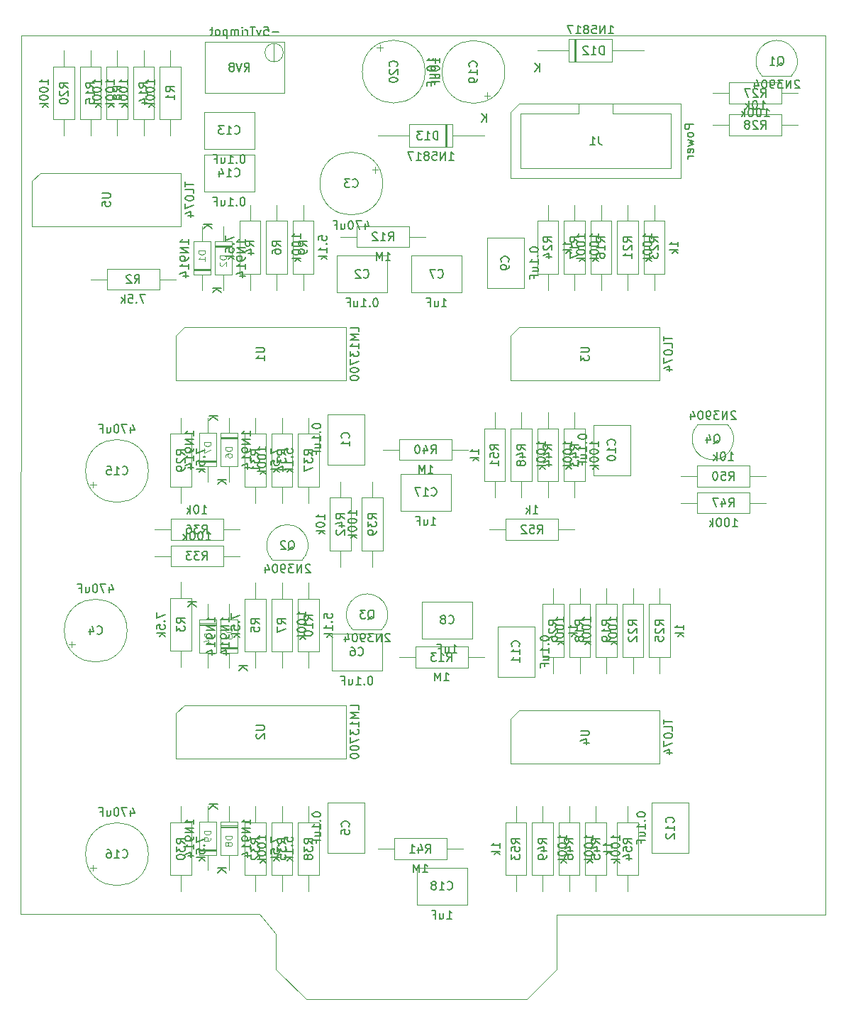
<source format=gbr>
%TF.GenerationSoftware,KiCad,Pcbnew,(5.1.9)-1*%
%TF.CreationDate,2021-09-12T20:22:21+01:00*%
%TF.ProjectId,KOSMOS LFO6,4b4f534d-4f53-4204-9c46-4f362e6b6963,rev?*%
%TF.SameCoordinates,Original*%
%TF.FileFunction,Other,Fab,Bot*%
%FSLAX46Y46*%
G04 Gerber Fmt 4.6, Leading zero omitted, Abs format (unit mm)*
G04 Created by KiCad (PCBNEW (5.1.9)-1) date 2021-09-12 20:22:21*
%MOMM*%
%LPD*%
G01*
G04 APERTURE LIST*
%TA.AperFunction,Profile*%
%ADD10C,0.050000*%
%TD*%
%ADD11C,0.100000*%
%ADD12C,0.150000*%
%ADD13C,0.120000*%
G04 APERTURE END LIST*
D10*
X50368000Y-127195000D02*
X48463000Y-124782000D01*
X83896000Y-131386000D02*
X80340000Y-135000000D01*
X83896000Y-124909000D02*
X83896000Y-131386000D01*
X116027000Y-124909000D02*
X83896000Y-124909000D01*
X50368000Y-131386000D02*
X54051000Y-135000000D01*
X50368000Y-127195000D02*
X50368000Y-131386000D01*
X19888000Y-124782000D02*
X48463000Y-124782000D01*
X54051000Y-135000000D02*
X80340000Y-135000000D01*
X20000000Y-20000000D02*
X116000000Y-20000000D01*
X116000000Y-20000000D02*
X116027000Y-124909000D01*
X20000000Y-20000000D02*
X19888000Y-124782000D01*
D11*
%TO.C,R17*%
X84805000Y-42130000D02*
X87305000Y-42130000D01*
X87305000Y-42130000D02*
X87305000Y-48430000D01*
X87305000Y-48430000D02*
X84805000Y-48430000D01*
X84805000Y-48430000D02*
X84805000Y-42130000D01*
X86055000Y-40200000D02*
X86055000Y-42130000D01*
X86055000Y-50360000D02*
X86055000Y-48430000D01*
%TO.C,C1*%
X60950000Y-65180000D02*
X60950000Y-71180000D01*
X56550000Y-65180000D02*
X60950000Y-65180000D01*
X56550000Y-71180000D02*
X56550000Y-65180000D01*
X60950000Y-71180000D02*
X56550000Y-71180000D01*
%TO.C,C2*%
X63695000Y-46255000D02*
X63695000Y-50655000D01*
X63695000Y-50655000D02*
X57695000Y-50655000D01*
X57695000Y-50655000D02*
X57695000Y-46255000D01*
X57695000Y-46255000D02*
X63695000Y-46255000D01*
%TO.C,C3*%
X62241233Y-35647500D02*
X62241233Y-36397500D01*
X62616233Y-36022500D02*
X61866233Y-36022500D01*
X63155000Y-37660000D02*
G75*
G03*
X63155000Y-37660000I-3750000J0D01*
G01*
%TO.C,C4*%
X32635000Y-91000000D02*
G75*
G03*
X32635000Y-91000000I-3750000J0D01*
G01*
X25673767Y-92637500D02*
X26423767Y-92637500D01*
X26048767Y-93012500D02*
X26048767Y-92262500D01*
%TO.C,C5*%
X60950000Y-111535000D02*
X60950000Y-117535000D01*
X56550000Y-111535000D02*
X60950000Y-111535000D01*
X56550000Y-117535000D02*
X56550000Y-111535000D01*
X60950000Y-117535000D02*
X56550000Y-117535000D01*
%TO.C,C6*%
X63060000Y-91340000D02*
X63060000Y-95740000D01*
X63060000Y-95740000D02*
X57060000Y-95740000D01*
X57060000Y-95740000D02*
X57060000Y-91340000D01*
X57060000Y-91340000D02*
X63060000Y-91340000D01*
%TO.C,C7*%
X72585000Y-46255000D02*
X72585000Y-50655000D01*
X72585000Y-50655000D02*
X66585000Y-50655000D01*
X66585000Y-50655000D02*
X66585000Y-46255000D01*
X66585000Y-46255000D02*
X72585000Y-46255000D01*
%TO.C,C8*%
X73855000Y-87530000D02*
X73855000Y-91930000D01*
X73855000Y-91930000D02*
X67855000Y-91930000D01*
X67855000Y-91930000D02*
X67855000Y-87530000D01*
X67855000Y-87530000D02*
X73855000Y-87530000D01*
%TO.C,C9*%
X75600000Y-50145000D02*
X75600000Y-44145000D01*
X80000000Y-50145000D02*
X75600000Y-50145000D01*
X80000000Y-44145000D02*
X80000000Y-50145000D01*
X75600000Y-44145000D02*
X80000000Y-44145000D01*
%TO.C,C10*%
X92700000Y-72450000D02*
X88300000Y-72450000D01*
X88300000Y-72450000D02*
X88300000Y-66450000D01*
X88300000Y-66450000D02*
X92700000Y-66450000D01*
X92700000Y-66450000D02*
X92700000Y-72450000D01*
%TO.C,C11*%
X76870000Y-96500000D02*
X76870000Y-90500000D01*
X81270000Y-96500000D02*
X76870000Y-96500000D01*
X81270000Y-90500000D02*
X81270000Y-96500000D01*
X76870000Y-90500000D02*
X81270000Y-90500000D01*
%TO.C,C12*%
X99685000Y-117535000D02*
X95285000Y-117535000D01*
X95285000Y-117535000D02*
X95285000Y-111535000D01*
X95285000Y-111535000D02*
X99685000Y-111535000D01*
X99685000Y-111535000D02*
X99685000Y-117535000D01*
%TO.C,C13*%
X47820000Y-29110000D02*
X47820000Y-33510000D01*
X47820000Y-33510000D02*
X41820000Y-33510000D01*
X41820000Y-33510000D02*
X41820000Y-29110000D01*
X41820000Y-29110000D02*
X47820000Y-29110000D01*
%TO.C,C14*%
X41820000Y-34190000D02*
X47820000Y-34190000D01*
X41820000Y-38590000D02*
X41820000Y-34190000D01*
X47820000Y-38590000D02*
X41820000Y-38590000D01*
X47820000Y-34190000D02*
X47820000Y-38590000D01*
%TO.C,C15*%
X28588767Y-73962500D02*
X28588767Y-73212500D01*
X28213767Y-73587500D02*
X28963767Y-73587500D01*
X35175000Y-71950000D02*
G75*
G03*
X35175000Y-71950000I-3750000J0D01*
G01*
%TO.C,C16*%
X35175000Y-117670000D02*
G75*
G03*
X35175000Y-117670000I-3750000J0D01*
G01*
X28213767Y-119307500D02*
X28963767Y-119307500D01*
X28588767Y-119682500D02*
X28588767Y-118932500D01*
%TO.C,C17*%
X65315000Y-72290000D02*
X71315000Y-72290000D01*
X65315000Y-76690000D02*
X65315000Y-72290000D01*
X71315000Y-76690000D02*
X65315000Y-76690000D01*
X71315000Y-72290000D02*
X71315000Y-76690000D01*
%TO.C,C18*%
X67220000Y-119280000D02*
X73220000Y-119280000D01*
X67220000Y-123680000D02*
X67220000Y-119280000D01*
X73220000Y-123680000D02*
X67220000Y-123680000D01*
X73220000Y-119280000D02*
X73220000Y-123680000D01*
%TO.C,C19*%
X76002500Y-27181233D02*
X75252500Y-27181233D01*
X75627500Y-27556233D02*
X75627500Y-26806233D01*
X77740000Y-24345000D02*
G75*
G03*
X77740000Y-24345000I-3750000J0D01*
G01*
%TO.C,C20*%
X68215000Y-24305000D02*
G75*
G03*
X68215000Y-24305000I-3750000J0D01*
G01*
X62827500Y-21093767D02*
X62827500Y-21843767D01*
X62452500Y-21468767D02*
X63202500Y-21468767D01*
%TO.C,D1*%
X42605000Y-48550000D02*
X40605000Y-48550000D01*
X40605000Y-48550000D02*
X40605000Y-44550000D01*
X40605000Y-44550000D02*
X42605000Y-44550000D01*
X42605000Y-44550000D02*
X42605000Y-48550000D01*
X41605000Y-50360000D02*
X41605000Y-48550000D01*
X41605000Y-42740000D02*
X41605000Y-44550000D01*
X42605000Y-47950000D02*
X40605000Y-47950000D01*
X42605000Y-47850000D02*
X40605000Y-47850000D01*
X42605000Y-48050000D02*
X40605000Y-48050000D01*
%TO.C,D2*%
X43145000Y-45050000D02*
X45145000Y-45050000D01*
X43145000Y-45250000D02*
X45145000Y-45250000D01*
X43145000Y-45150000D02*
X45145000Y-45150000D01*
X44145000Y-50360000D02*
X44145000Y-48550000D01*
X44145000Y-42740000D02*
X44145000Y-44550000D01*
X43145000Y-48550000D02*
X43145000Y-44550000D01*
X45145000Y-48550000D02*
X43145000Y-48550000D01*
X45145000Y-44550000D02*
X45145000Y-48550000D01*
X43145000Y-44550000D02*
X45145000Y-44550000D01*
%TO.C,D3*%
X45780000Y-93135000D02*
X43780000Y-93135000D01*
X45780000Y-92935000D02*
X43780000Y-92935000D01*
X45780000Y-93035000D02*
X43780000Y-93035000D01*
X44780000Y-87825000D02*
X44780000Y-89635000D01*
X44780000Y-95445000D02*
X44780000Y-93635000D01*
X45780000Y-89635000D02*
X45780000Y-93635000D01*
X43780000Y-89635000D02*
X45780000Y-89635000D01*
X43780000Y-93635000D02*
X43780000Y-89635000D01*
X45780000Y-93635000D02*
X43780000Y-93635000D01*
%TO.C,D4*%
X41240000Y-89635000D02*
X43240000Y-89635000D01*
X43240000Y-89635000D02*
X43240000Y-93635000D01*
X43240000Y-93635000D02*
X41240000Y-93635000D01*
X41240000Y-93635000D02*
X41240000Y-89635000D01*
X42240000Y-87825000D02*
X42240000Y-89635000D01*
X42240000Y-95445000D02*
X42240000Y-93635000D01*
X41240000Y-90235000D02*
X43240000Y-90235000D01*
X41240000Y-90335000D02*
X43240000Y-90335000D01*
X41240000Y-90135000D02*
X43240000Y-90135000D01*
%TO.C,D6*%
X43780000Y-67410000D02*
X45780000Y-67410000D01*
X45780000Y-67410000D02*
X45780000Y-71410000D01*
X45780000Y-71410000D02*
X43780000Y-71410000D01*
X43780000Y-71410000D02*
X43780000Y-67410000D01*
X44780000Y-65600000D02*
X44780000Y-67410000D01*
X44780000Y-73220000D02*
X44780000Y-71410000D01*
X43780000Y-68010000D02*
X45780000Y-68010000D01*
X43780000Y-68110000D02*
X45780000Y-68110000D01*
X43780000Y-67910000D02*
X45780000Y-67910000D01*
%TO.C,D7*%
X43240000Y-70910000D02*
X41240000Y-70910000D01*
X43240000Y-70710000D02*
X41240000Y-70710000D01*
X43240000Y-70810000D02*
X41240000Y-70810000D01*
X42240000Y-65600000D02*
X42240000Y-67410000D01*
X42240000Y-73220000D02*
X42240000Y-71410000D01*
X43240000Y-67410000D02*
X43240000Y-71410000D01*
X41240000Y-67410000D02*
X43240000Y-67410000D01*
X41240000Y-71410000D02*
X41240000Y-67410000D01*
X43240000Y-71410000D02*
X41240000Y-71410000D01*
%TO.C,D8*%
X43780000Y-114265000D02*
X45780000Y-114265000D01*
X43780000Y-114465000D02*
X45780000Y-114465000D01*
X43780000Y-114365000D02*
X45780000Y-114365000D01*
X44780000Y-119575000D02*
X44780000Y-117765000D01*
X44780000Y-111955000D02*
X44780000Y-113765000D01*
X43780000Y-117765000D02*
X43780000Y-113765000D01*
X45780000Y-117765000D02*
X43780000Y-117765000D01*
X45780000Y-113765000D02*
X45780000Y-117765000D01*
X43780000Y-113765000D02*
X45780000Y-113765000D01*
%TO.C,D9*%
X43240000Y-117765000D02*
X41240000Y-117765000D01*
X41240000Y-117765000D02*
X41240000Y-113765000D01*
X41240000Y-113765000D02*
X43240000Y-113765000D01*
X43240000Y-113765000D02*
X43240000Y-117765000D01*
X42240000Y-119575000D02*
X42240000Y-117765000D01*
X42240000Y-111955000D02*
X42240000Y-113765000D01*
X43240000Y-117165000D02*
X41240000Y-117165000D01*
X43240000Y-117065000D02*
X41240000Y-117065000D01*
X43240000Y-117265000D02*
X41240000Y-117265000D01*
%TO.C,D12*%
X85360000Y-23135000D02*
X85360000Y-20435000D01*
X85360000Y-20435000D02*
X90560000Y-20435000D01*
X90560000Y-20435000D02*
X90560000Y-23135000D01*
X90560000Y-23135000D02*
X85360000Y-23135000D01*
X81610000Y-21785000D02*
X85360000Y-21785000D01*
X94310000Y-21785000D02*
X90560000Y-21785000D01*
X86140000Y-23135000D02*
X86140000Y-20435000D01*
X86240000Y-23135000D02*
X86240000Y-20435000D01*
X86040000Y-23135000D02*
X86040000Y-20435000D01*
%TO.C,D13*%
X70830000Y-30595000D02*
X70830000Y-33295000D01*
X70630000Y-30595000D02*
X70630000Y-33295000D01*
X70730000Y-30595000D02*
X70730000Y-33295000D01*
X62560000Y-31945000D02*
X66310000Y-31945000D01*
X75260000Y-31945000D02*
X71510000Y-31945000D01*
X66310000Y-30595000D02*
X71510000Y-30595000D01*
X66310000Y-33295000D02*
X66310000Y-30595000D01*
X71510000Y-33295000D02*
X66310000Y-33295000D01*
X71510000Y-30595000D02*
X71510000Y-33295000D01*
%TO.C,J1*%
X90645000Y-29330000D02*
X90645000Y-28130000D01*
X90645000Y-29330000D02*
X90645000Y-29330000D01*
X97585000Y-29330000D02*
X90645000Y-29330000D01*
X97585000Y-35830000D02*
X97585000Y-29330000D01*
X79605000Y-35830000D02*
X97585000Y-35830000D01*
X79605000Y-29330000D02*
X79605000Y-35830000D01*
X86545000Y-29330000D02*
X79605000Y-29330000D01*
X86545000Y-28130000D02*
X86545000Y-29330000D01*
X98775000Y-28130000D02*
X79415000Y-28130000D01*
X98775000Y-37030000D02*
X98775000Y-28130000D01*
X78415000Y-37030000D02*
X98775000Y-37030000D01*
X78415000Y-29130000D02*
X78415000Y-37030000D01*
X79415000Y-28130000D02*
X78415000Y-29130000D01*
%TO.C,Q1*%
X111925000Y-24805000D02*
X108425000Y-24805000D01*
X111938625Y-24808625D02*
G75*
G03*
X110185000Y-20575000I-1753625J1753625D01*
G01*
X108431375Y-24808625D02*
G75*
G02*
X110185000Y-20575000I1753625J1753625D01*
G01*
%TO.C,Q2*%
X53505000Y-82590000D02*
X50005000Y-82590000D01*
X50011375Y-82593625D02*
G75*
G02*
X51765000Y-78360000I1753625J1753625D01*
G01*
X53518625Y-82593625D02*
G75*
G03*
X51765000Y-78360000I-1753625J1753625D01*
G01*
%TO.C,Q3*%
X63030000Y-90845000D02*
X59530000Y-90845000D01*
X63043625Y-90848625D02*
G75*
G03*
X61290000Y-86615000I-1753625J1753625D01*
G01*
X59536375Y-90848625D02*
G75*
G02*
X61290000Y-86615000I1753625J1753625D01*
G01*
%TO.C,Q4*%
X100825000Y-66390000D02*
X104325000Y-66390000D01*
X104318625Y-66386375D02*
G75*
G02*
X102565000Y-70620000I-1753625J-1753625D01*
G01*
X100811375Y-66386375D02*
G75*
G03*
X102565000Y-70620000I1753625J-1753625D01*
G01*
%TO.C,R1*%
X39045000Y-30015000D02*
X36545000Y-30015000D01*
X36545000Y-30015000D02*
X36545000Y-23715000D01*
X36545000Y-23715000D02*
X39045000Y-23715000D01*
X39045000Y-23715000D02*
X39045000Y-30015000D01*
X37795000Y-31945000D02*
X37795000Y-30015000D01*
X37795000Y-21785000D02*
X37795000Y-23715000D01*
%TO.C,R2*%
X28270000Y-49090000D02*
X30200000Y-49090000D01*
X38430000Y-49090000D02*
X36500000Y-49090000D01*
X30200000Y-47840000D02*
X36500000Y-47840000D01*
X30200000Y-50340000D02*
X30200000Y-47840000D01*
X36500000Y-50340000D02*
X30200000Y-50340000D01*
X36500000Y-47840000D02*
X36500000Y-50340000D01*
%TO.C,R3*%
X39065000Y-85184999D02*
X39065000Y-87114999D01*
X39065000Y-95344999D02*
X39065000Y-93414999D01*
X40315000Y-87114999D02*
X40315000Y-93414999D01*
X37815000Y-87114999D02*
X40315000Y-87114999D01*
X37815000Y-93414999D02*
X37815000Y-87114999D01*
X40315000Y-93414999D02*
X37815000Y-93414999D01*
%TO.C,R4*%
X48570000Y-48430000D02*
X46070000Y-48430000D01*
X46070000Y-48430000D02*
X46070000Y-42130000D01*
X46070000Y-42130000D02*
X48570000Y-42130000D01*
X48570000Y-42130000D02*
X48570000Y-48430000D01*
X47320000Y-50360000D02*
X47320000Y-48430000D01*
X47320000Y-40200000D02*
X47320000Y-42130000D01*
%TO.C,R5*%
X49205000Y-93515000D02*
X46705000Y-93515000D01*
X46705000Y-93515000D02*
X46705000Y-87215000D01*
X46705000Y-87215000D02*
X49205000Y-87215000D01*
X49205000Y-87215000D02*
X49205000Y-93515000D01*
X47955000Y-95445000D02*
X47955000Y-93515000D01*
X47955000Y-85285000D02*
X47955000Y-87215000D01*
%TO.C,R6*%
X49245000Y-42130000D02*
X51745000Y-42130000D01*
X51745000Y-42130000D02*
X51745000Y-48430000D01*
X51745000Y-48430000D02*
X49245000Y-48430000D01*
X49245000Y-48430000D02*
X49245000Y-42130000D01*
X50495000Y-40200000D02*
X50495000Y-42130000D01*
X50495000Y-50360000D02*
X50495000Y-48430000D01*
%TO.C,R7*%
X51130000Y-95445000D02*
X51130000Y-93515000D01*
X51130000Y-85285000D02*
X51130000Y-87215000D01*
X49880000Y-93515000D02*
X49880000Y-87215000D01*
X52380000Y-93515000D02*
X49880000Y-93515000D01*
X52380000Y-87215000D02*
X52380000Y-93515000D01*
X49880000Y-87215000D02*
X52380000Y-87215000D01*
%TO.C,R8*%
X31445000Y-21785000D02*
X31445000Y-23715000D01*
X31445000Y-31945000D02*
X31445000Y-30015000D01*
X32695000Y-23715000D02*
X32695000Y-30015000D01*
X30195000Y-23715000D02*
X32695000Y-23715000D01*
X30195000Y-30015000D02*
X30195000Y-23715000D01*
X32695000Y-30015000D02*
X30195000Y-30015000D01*
%TO.C,R9*%
X52420000Y-42130000D02*
X54920000Y-42130000D01*
X54920000Y-42130000D02*
X54920000Y-48430000D01*
X54920000Y-48430000D02*
X52420000Y-48430000D01*
X52420000Y-48430000D02*
X52420000Y-42130000D01*
X53670000Y-40200000D02*
X53670000Y-42130000D01*
X53670000Y-50360000D02*
X53670000Y-48430000D01*
%TO.C,R10*%
X53055000Y-87215000D02*
X55555000Y-87215000D01*
X55555000Y-87215000D02*
X55555000Y-93515000D01*
X55555000Y-93515000D02*
X53055000Y-93515000D01*
X53055000Y-93515000D02*
X53055000Y-87215000D01*
X54305000Y-85285000D02*
X54305000Y-87215000D01*
X54305000Y-95445000D02*
X54305000Y-93515000D01*
%TO.C,R12*%
X58115000Y-44010000D02*
X60045000Y-44010000D01*
X68275000Y-44010000D02*
X66345000Y-44010000D01*
X60045000Y-42760000D02*
X66345000Y-42760000D01*
X60045000Y-45260000D02*
X60045000Y-42760000D01*
X66345000Y-45260000D02*
X60045000Y-45260000D01*
X66345000Y-42760000D02*
X66345000Y-45260000D01*
%TO.C,R13*%
X73330000Y-92925000D02*
X73330000Y-95425000D01*
X73330000Y-95425000D02*
X67030000Y-95425000D01*
X67030000Y-95425000D02*
X67030000Y-92925000D01*
X67030000Y-92925000D02*
X73330000Y-92925000D01*
X75260000Y-94175000D02*
X73330000Y-94175000D01*
X65100000Y-94175000D02*
X67030000Y-94175000D01*
%TO.C,R14*%
X35870000Y-30015000D02*
X33370000Y-30015000D01*
X33370000Y-30015000D02*
X33370000Y-23715000D01*
X33370000Y-23715000D02*
X35870000Y-23715000D01*
X35870000Y-23715000D02*
X35870000Y-30015000D01*
X34620000Y-31945000D02*
X34620000Y-30015000D01*
X34620000Y-21785000D02*
X34620000Y-23715000D01*
%TO.C,R15*%
X28270000Y-31945000D02*
X28270000Y-30015000D01*
X28270000Y-21785000D02*
X28270000Y-23715000D01*
X27020000Y-30015000D02*
X27020000Y-23715000D01*
X29520000Y-30015000D02*
X27020000Y-30015000D01*
X29520000Y-23715000D02*
X29520000Y-30015000D01*
X27020000Y-23715000D02*
X29520000Y-23715000D01*
%TO.C,R16*%
X89230000Y-40200000D02*
X89230000Y-42130000D01*
X89230000Y-50360000D02*
X89230000Y-48430000D01*
X90480000Y-42130000D02*
X90480000Y-48430000D01*
X87980000Y-42130000D02*
X90480000Y-42130000D01*
X87980000Y-48430000D02*
X87980000Y-42130000D01*
X90480000Y-48430000D02*
X87980000Y-48430000D01*
%TO.C,R18*%
X86690000Y-85920000D02*
X86690000Y-87850000D01*
X86690000Y-96080000D02*
X86690000Y-94150000D01*
X87940000Y-87850000D02*
X87940000Y-94150000D01*
X85440000Y-87850000D02*
X87940000Y-87850000D01*
X85440000Y-94150000D02*
X85440000Y-87850000D01*
X87940000Y-94150000D02*
X85440000Y-94150000D01*
%TO.C,R19*%
X91115000Y-94150000D02*
X88615000Y-94150000D01*
X88615000Y-94150000D02*
X88615000Y-87850000D01*
X88615000Y-87850000D02*
X91115000Y-87850000D01*
X91115000Y-87850000D02*
X91115000Y-94150000D01*
X89865000Y-96080000D02*
X89865000Y-94150000D01*
X89865000Y-85920000D02*
X89865000Y-87850000D01*
%TO.C,R20*%
X25095000Y-21785000D02*
X25095000Y-23715000D01*
X25095000Y-31945000D02*
X25095000Y-30015000D01*
X26345000Y-23715000D02*
X26345000Y-30015000D01*
X23845000Y-23715000D02*
X26345000Y-23715000D01*
X23845000Y-30015000D02*
X23845000Y-23715000D01*
X26345000Y-30015000D02*
X23845000Y-30015000D01*
%TO.C,R21*%
X91155000Y-42130000D02*
X93655000Y-42130000D01*
X93655000Y-42130000D02*
X93655000Y-48430000D01*
X93655000Y-48430000D02*
X91155000Y-48430000D01*
X91155000Y-48430000D02*
X91155000Y-42130000D01*
X92405000Y-40200000D02*
X92405000Y-42130000D01*
X92405000Y-50360000D02*
X92405000Y-48430000D01*
%TO.C,R22*%
X93040000Y-85920000D02*
X93040000Y-87850000D01*
X93040000Y-96080000D02*
X93040000Y-94150000D01*
X94290000Y-87850000D02*
X94290000Y-94150000D01*
X91790000Y-87850000D02*
X94290000Y-87850000D01*
X91790000Y-94150000D02*
X91790000Y-87850000D01*
X94290000Y-94150000D02*
X91790000Y-94150000D01*
%TO.C,R23*%
X95580000Y-50360000D02*
X95580000Y-48430000D01*
X95580000Y-40200000D02*
X95580000Y-42130000D01*
X94330000Y-48430000D02*
X94330000Y-42130000D01*
X96830000Y-48430000D02*
X94330000Y-48430000D01*
X96830000Y-42130000D02*
X96830000Y-48430000D01*
X94330000Y-42130000D02*
X96830000Y-42130000D01*
%TO.C,R24*%
X81630000Y-42130000D02*
X84130000Y-42130000D01*
X84130000Y-42130000D02*
X84130000Y-48430000D01*
X84130000Y-48430000D02*
X81630000Y-48430000D01*
X81630000Y-48430000D02*
X81630000Y-42130000D01*
X82880000Y-40200000D02*
X82880000Y-42130000D01*
X82880000Y-50360000D02*
X82880000Y-48430000D01*
%TO.C,R25*%
X94965000Y-87850000D02*
X97465000Y-87850000D01*
X97465000Y-87850000D02*
X97465000Y-94150000D01*
X97465000Y-94150000D02*
X94965000Y-94150000D01*
X94965000Y-94150000D02*
X94965000Y-87850000D01*
X96215000Y-85920000D02*
X96215000Y-87850000D01*
X96215000Y-96080000D02*
X96215000Y-94150000D01*
%TO.C,R26*%
X83515000Y-96080000D02*
X83515000Y-94150000D01*
X83515000Y-85920000D02*
X83515000Y-87850000D01*
X82265000Y-94150000D02*
X82265000Y-87850000D01*
X84765000Y-94150000D02*
X82265000Y-94150000D01*
X84765000Y-87850000D02*
X84765000Y-94150000D01*
X82265000Y-87850000D02*
X84765000Y-87850000D01*
%TO.C,R27*%
X110795000Y-25615000D02*
X110795000Y-28115000D01*
X110795000Y-28115000D02*
X104495000Y-28115000D01*
X104495000Y-28115000D02*
X104495000Y-25615000D01*
X104495000Y-25615000D02*
X110795000Y-25615000D01*
X112725000Y-26865000D02*
X110795000Y-26865000D01*
X102565000Y-26865000D02*
X104495000Y-26865000D01*
%TO.C,R28*%
X112725000Y-30675000D02*
X110795000Y-30675000D01*
X102565000Y-30675000D02*
X104495000Y-30675000D01*
X110795000Y-31925000D02*
X104495000Y-31925000D01*
X110795000Y-29425000D02*
X110795000Y-31925000D01*
X104495000Y-29425000D02*
X110795000Y-29425000D01*
X104495000Y-31925000D02*
X104495000Y-29425000D01*
%TO.C,R29*%
X37815000Y-67530000D02*
X40315000Y-67530000D01*
X40315000Y-67530000D02*
X40315000Y-73830000D01*
X40315000Y-73830000D02*
X37815000Y-73830000D01*
X37815000Y-73830000D02*
X37815000Y-67530000D01*
X39065000Y-65600000D02*
X39065000Y-67530000D01*
X39065000Y-75760000D02*
X39065000Y-73830000D01*
%TO.C,R30*%
X37815000Y-113885000D02*
X40315000Y-113885000D01*
X40315000Y-113885000D02*
X40315000Y-120185000D01*
X40315000Y-120185000D02*
X37815000Y-120185000D01*
X37815000Y-120185000D02*
X37815000Y-113885000D01*
X39065000Y-111955000D02*
X39065000Y-113885000D01*
X39065000Y-122115000D02*
X39065000Y-120185000D01*
%TO.C,R31*%
X47955000Y-75760000D02*
X47955000Y-73830000D01*
X47955000Y-65600000D02*
X47955000Y-67530000D01*
X46705000Y-73830000D02*
X46705000Y-67530000D01*
X49205000Y-73830000D02*
X46705000Y-73830000D01*
X49205000Y-67530000D02*
X49205000Y-73830000D01*
X46705000Y-67530000D02*
X49205000Y-67530000D01*
%TO.C,R32*%
X46705000Y-113885000D02*
X49205000Y-113885000D01*
X49205000Y-113885000D02*
X49205000Y-120185000D01*
X49205000Y-120185000D02*
X46705000Y-120185000D01*
X46705000Y-120185000D02*
X46705000Y-113885000D01*
X47955000Y-111955000D02*
X47955000Y-113885000D01*
X47955000Y-122115000D02*
X47955000Y-120185000D01*
%TO.C,R33*%
X46050000Y-82110000D02*
X44120000Y-82110000D01*
X35890000Y-82110000D02*
X37820000Y-82110000D01*
X44120000Y-83360000D02*
X37820000Y-83360000D01*
X44120000Y-80860000D02*
X44120000Y-83360000D01*
X37820000Y-80860000D02*
X44120000Y-80860000D01*
X37820000Y-83360000D02*
X37820000Y-80860000D01*
%TO.C,R34*%
X52380000Y-73830000D02*
X49880000Y-73830000D01*
X49880000Y-73830000D02*
X49880000Y-67530000D01*
X49880000Y-67530000D02*
X52380000Y-67530000D01*
X52380000Y-67530000D02*
X52380000Y-73830000D01*
X51130000Y-75760000D02*
X51130000Y-73830000D01*
X51130000Y-65600000D02*
X51130000Y-67530000D01*
%TO.C,R35*%
X51130000Y-111955000D02*
X51130000Y-113885000D01*
X51130000Y-122115000D02*
X51130000Y-120185000D01*
X52380000Y-113885000D02*
X52380000Y-120185000D01*
X49880000Y-113885000D02*
X52380000Y-113885000D01*
X49880000Y-120185000D02*
X49880000Y-113885000D01*
X52380000Y-120185000D02*
X49880000Y-120185000D01*
%TO.C,R36*%
X37820000Y-80185000D02*
X37820000Y-77685000D01*
X37820000Y-77685000D02*
X44120000Y-77685000D01*
X44120000Y-77685000D02*
X44120000Y-80185000D01*
X44120000Y-80185000D02*
X37820000Y-80185000D01*
X35890000Y-78935000D02*
X37820000Y-78935000D01*
X46050000Y-78935000D02*
X44120000Y-78935000D01*
%TO.C,R37*%
X54305000Y-65600000D02*
X54305000Y-67530000D01*
X54305000Y-75760000D02*
X54305000Y-73830000D01*
X55555000Y-67530000D02*
X55555000Y-73830000D01*
X53055000Y-67530000D02*
X55555000Y-67530000D01*
X53055000Y-73830000D02*
X53055000Y-67530000D01*
X55555000Y-73830000D02*
X53055000Y-73830000D01*
%TO.C,R38*%
X55555000Y-120185000D02*
X53055000Y-120185000D01*
X53055000Y-120185000D02*
X53055000Y-113885000D01*
X53055000Y-113885000D02*
X55555000Y-113885000D01*
X55555000Y-113885000D02*
X55555000Y-120185000D01*
X54305000Y-122115000D02*
X54305000Y-120185000D01*
X54305000Y-111955000D02*
X54305000Y-113885000D01*
%TO.C,R39*%
X61925000Y-73220000D02*
X61925000Y-75150000D01*
X61925000Y-83380000D02*
X61925000Y-81450000D01*
X63175000Y-75150000D02*
X63175000Y-81450000D01*
X60675000Y-75150000D02*
X63175000Y-75150000D01*
X60675000Y-81450000D02*
X60675000Y-75150000D01*
X63175000Y-81450000D02*
X60675000Y-81450000D01*
%TO.C,R40*%
X63195000Y-69410000D02*
X65125000Y-69410000D01*
X73355000Y-69410000D02*
X71425000Y-69410000D01*
X65125000Y-68160000D02*
X71425000Y-68160000D01*
X65125000Y-70660000D02*
X65125000Y-68160000D01*
X71425000Y-70660000D02*
X65125000Y-70660000D01*
X71425000Y-68160000D02*
X71425000Y-70660000D01*
%TO.C,R41*%
X70790000Y-115785000D02*
X70790000Y-118285000D01*
X70790000Y-118285000D02*
X64490000Y-118285000D01*
X64490000Y-118285000D02*
X64490000Y-115785000D01*
X64490000Y-115785000D02*
X70790000Y-115785000D01*
X72720000Y-117035000D02*
X70790000Y-117035000D01*
X62560000Y-117035000D02*
X64490000Y-117035000D01*
%TO.C,R42*%
X58115000Y-73220000D02*
X58115000Y-75150000D01*
X58115000Y-83380000D02*
X58115000Y-81450000D01*
X59365000Y-75150000D02*
X59365000Y-81450000D01*
X56865000Y-75150000D02*
X59365000Y-75150000D01*
X56865000Y-81450000D02*
X56865000Y-75150000D01*
X59365000Y-81450000D02*
X56865000Y-81450000D01*
%TO.C,R43*%
X84805000Y-66895000D02*
X87305000Y-66895000D01*
X87305000Y-66895000D02*
X87305000Y-73195000D01*
X87305000Y-73195000D02*
X84805000Y-73195000D01*
X84805000Y-73195000D02*
X84805000Y-66895000D01*
X86055000Y-64965000D02*
X86055000Y-66895000D01*
X86055000Y-75125000D02*
X86055000Y-73195000D01*
%TO.C,R44*%
X82880000Y-75125000D02*
X82880000Y-73195000D01*
X82880000Y-64965000D02*
X82880000Y-66895000D01*
X81630000Y-73195000D02*
X81630000Y-66895000D01*
X84130000Y-73195000D02*
X81630000Y-73195000D01*
X84130000Y-66895000D02*
X84130000Y-73195000D01*
X81630000Y-66895000D02*
X84130000Y-66895000D01*
%TO.C,R45*%
X88595000Y-122115000D02*
X88595000Y-120185000D01*
X88595000Y-111955000D02*
X88595000Y-113885000D01*
X87345000Y-120185000D02*
X87345000Y-113885000D01*
X89845000Y-120185000D02*
X87345000Y-120185000D01*
X89845000Y-113885000D02*
X89845000Y-120185000D01*
X87345000Y-113885000D02*
X89845000Y-113885000D01*
%TO.C,R46*%
X84170000Y-113885000D02*
X86670000Y-113885000D01*
X86670000Y-113885000D02*
X86670000Y-120185000D01*
X86670000Y-120185000D02*
X84170000Y-120185000D01*
X84170000Y-120185000D02*
X84170000Y-113885000D01*
X85420000Y-111955000D02*
X85420000Y-113885000D01*
X85420000Y-122115000D02*
X85420000Y-120185000D01*
%TO.C,R47*%
X98755000Y-75760000D02*
X100685000Y-75760000D01*
X108915000Y-75760000D02*
X106985000Y-75760000D01*
X100685000Y-74510000D02*
X106985000Y-74510000D01*
X100685000Y-77010000D02*
X100685000Y-74510000D01*
X106985000Y-77010000D02*
X100685000Y-77010000D01*
X106985000Y-74510000D02*
X106985000Y-77010000D01*
%TO.C,R48*%
X79705000Y-75125000D02*
X79705000Y-73195000D01*
X79705000Y-64965000D02*
X79705000Y-66895000D01*
X78455000Y-73195000D02*
X78455000Y-66895000D01*
X80955000Y-73195000D02*
X78455000Y-73195000D01*
X80955000Y-66895000D02*
X80955000Y-73195000D01*
X78455000Y-66895000D02*
X80955000Y-66895000D01*
%TO.C,R49*%
X80995000Y-113885000D02*
X83495000Y-113885000D01*
X83495000Y-113885000D02*
X83495000Y-120185000D01*
X83495000Y-120185000D02*
X80995000Y-120185000D01*
X80995000Y-120185000D02*
X80995000Y-113885000D01*
X82245000Y-111955000D02*
X82245000Y-113885000D01*
X82245000Y-122115000D02*
X82245000Y-120185000D01*
%TO.C,R50*%
X100685000Y-73835000D02*
X100685000Y-71335000D01*
X100685000Y-71335000D02*
X106985000Y-71335000D01*
X106985000Y-71335000D02*
X106985000Y-73835000D01*
X106985000Y-73835000D02*
X100685000Y-73835000D01*
X98755000Y-72585000D02*
X100685000Y-72585000D01*
X108915000Y-72585000D02*
X106985000Y-72585000D01*
%TO.C,R51*%
X77780000Y-73195000D02*
X75280000Y-73195000D01*
X75280000Y-73195000D02*
X75280000Y-66895000D01*
X75280000Y-66895000D02*
X77780000Y-66895000D01*
X77780000Y-66895000D02*
X77780000Y-73195000D01*
X76530000Y-75125000D02*
X76530000Y-73195000D01*
X76530000Y-64965000D02*
X76530000Y-66895000D01*
%TO.C,R52*%
X86055000Y-78935000D02*
X84125000Y-78935000D01*
X75895000Y-78935000D02*
X77825000Y-78935000D01*
X84125000Y-80185000D02*
X77825000Y-80185000D01*
X84125000Y-77685000D02*
X84125000Y-80185000D01*
X77825000Y-77685000D02*
X84125000Y-77685000D01*
X77825000Y-80185000D02*
X77825000Y-77685000D01*
%TO.C,R53*%
X79070000Y-111955000D02*
X79070000Y-113885000D01*
X79070000Y-122115000D02*
X79070000Y-120185000D01*
X80320000Y-113885000D02*
X80320000Y-120185000D01*
X77820000Y-113885000D02*
X80320000Y-113885000D01*
X77820000Y-120185000D02*
X77820000Y-113885000D01*
X80320000Y-120185000D02*
X77820000Y-120185000D01*
%TO.C,R54*%
X92405000Y-111955000D02*
X92405000Y-113885000D01*
X92405000Y-122115000D02*
X92405000Y-120185000D01*
X93655000Y-113885000D02*
X93655000Y-120185000D01*
X91155000Y-113885000D02*
X93655000Y-113885000D01*
X91155000Y-120185000D02*
X91155000Y-113885000D01*
X93655000Y-120185000D02*
X91155000Y-120185000D01*
%TO.C,RV8*%
X50180000Y-20955000D02*
X50181000Y-23124000D01*
X50180000Y-20955000D02*
X50181000Y-23124000D01*
X51450000Y-26870000D02*
X41920000Y-26870000D01*
X51450000Y-20770000D02*
X51450000Y-26870000D01*
X41920000Y-20770000D02*
X51450000Y-20770000D01*
X41920000Y-26870000D02*
X41920000Y-20770000D01*
X51275000Y-22040000D02*
G75*
G03*
X51275000Y-22040000I-1095000J0D01*
G01*
%TO.C,U1*%
X39430000Y-54805000D02*
X38430000Y-55805000D01*
X58750000Y-54805000D02*
X39430000Y-54805000D01*
X58750000Y-61155000D02*
X58750000Y-54805000D01*
X38430000Y-61155000D02*
X58750000Y-61155000D01*
X38430000Y-55805000D02*
X38430000Y-61155000D01*
%TO.C,U2*%
X38430000Y-100890000D02*
X38430000Y-106240000D01*
X38430000Y-106240000D02*
X58750000Y-106240000D01*
X58750000Y-106240000D02*
X58750000Y-99890000D01*
X58750000Y-99890000D02*
X39430000Y-99890000D01*
X39430000Y-99890000D02*
X38430000Y-100890000D01*
%TO.C,U3*%
X79435000Y-54805000D02*
X78435000Y-55805000D01*
X96215000Y-54805000D02*
X79435000Y-54805000D01*
X96215000Y-61155000D02*
X96215000Y-54805000D01*
X78435000Y-61155000D02*
X96215000Y-61155000D01*
X78435000Y-55805000D02*
X78435000Y-61155000D01*
%TO.C,U4*%
X79435000Y-100525000D02*
X78435000Y-101525000D01*
X96215000Y-100525000D02*
X79435000Y-100525000D01*
X96215000Y-106875000D02*
X96215000Y-100525000D01*
X78435000Y-106875000D02*
X96215000Y-106875000D01*
X78435000Y-101525000D02*
X78435000Y-106875000D01*
%TO.C,U5*%
X21285000Y-37390000D02*
X21285000Y-42740000D01*
X21285000Y-42740000D02*
X39065000Y-42740000D01*
X39065000Y-42740000D02*
X39065000Y-36390000D01*
X39065000Y-36390000D02*
X22285000Y-36390000D01*
X22285000Y-36390000D02*
X21285000Y-37390000D01*
%TD*%
%TO.C,R17*%
D12*
X88877380Y-44208571D02*
X88877380Y-43637142D01*
X88877380Y-43922857D02*
X87877380Y-43922857D01*
X88020238Y-43827619D01*
X88115476Y-43732380D01*
X88163095Y-43637142D01*
X87877380Y-44827619D02*
X87877380Y-44922857D01*
X87925000Y-45018095D01*
X87972619Y-45065714D01*
X88067857Y-45113333D01*
X88258333Y-45160952D01*
X88496428Y-45160952D01*
X88686904Y-45113333D01*
X88782142Y-45065714D01*
X88829761Y-45018095D01*
X88877380Y-44922857D01*
X88877380Y-44827619D01*
X88829761Y-44732380D01*
X88782142Y-44684761D01*
X88686904Y-44637142D01*
X88496428Y-44589523D01*
X88258333Y-44589523D01*
X88067857Y-44637142D01*
X87972619Y-44684761D01*
X87925000Y-44732380D01*
X87877380Y-44827619D01*
X87877380Y-45780000D02*
X87877380Y-45875238D01*
X87925000Y-45970476D01*
X87972619Y-46018095D01*
X88067857Y-46065714D01*
X88258333Y-46113333D01*
X88496428Y-46113333D01*
X88686904Y-46065714D01*
X88782142Y-46018095D01*
X88829761Y-45970476D01*
X88877380Y-45875238D01*
X88877380Y-45780000D01*
X88829761Y-45684761D01*
X88782142Y-45637142D01*
X88686904Y-45589523D01*
X88496428Y-45541904D01*
X88258333Y-45541904D01*
X88067857Y-45589523D01*
X87972619Y-45637142D01*
X87925000Y-45684761D01*
X87877380Y-45780000D01*
X88877380Y-46541904D02*
X87877380Y-46541904D01*
X88496428Y-46637142D02*
X88877380Y-46922857D01*
X88210714Y-46922857D02*
X88591666Y-46541904D01*
X86507380Y-44637142D02*
X86031190Y-44303809D01*
X86507380Y-44065714D02*
X85507380Y-44065714D01*
X85507380Y-44446666D01*
X85555000Y-44541904D01*
X85602619Y-44589523D01*
X85697857Y-44637142D01*
X85840714Y-44637142D01*
X85935952Y-44589523D01*
X85983571Y-44541904D01*
X86031190Y-44446666D01*
X86031190Y-44065714D01*
X86507380Y-45589523D02*
X86507380Y-45018095D01*
X86507380Y-45303809D02*
X85507380Y-45303809D01*
X85650238Y-45208571D01*
X85745476Y-45113333D01*
X85793095Y-45018095D01*
X85507380Y-45922857D02*
X85507380Y-46589523D01*
X86507380Y-46160952D01*
%TO.C,C1*%
X54752380Y-66537142D02*
X54752380Y-66632380D01*
X54800000Y-66727619D01*
X54847619Y-66775238D01*
X54942857Y-66822857D01*
X55133333Y-66870476D01*
X55371428Y-66870476D01*
X55561904Y-66822857D01*
X55657142Y-66775238D01*
X55704761Y-66727619D01*
X55752380Y-66632380D01*
X55752380Y-66537142D01*
X55704761Y-66441904D01*
X55657142Y-66394285D01*
X55561904Y-66346666D01*
X55371428Y-66299047D01*
X55133333Y-66299047D01*
X54942857Y-66346666D01*
X54847619Y-66394285D01*
X54800000Y-66441904D01*
X54752380Y-66537142D01*
X55657142Y-67299047D02*
X55704761Y-67346666D01*
X55752380Y-67299047D01*
X55704761Y-67251428D01*
X55657142Y-67299047D01*
X55752380Y-67299047D01*
X55752380Y-68299047D02*
X55752380Y-67727619D01*
X55752380Y-68013333D02*
X54752380Y-68013333D01*
X54895238Y-67918095D01*
X54990476Y-67822857D01*
X55038095Y-67727619D01*
X55085714Y-69156190D02*
X55752380Y-69156190D01*
X55085714Y-68727619D02*
X55609523Y-68727619D01*
X55704761Y-68775238D01*
X55752380Y-68870476D01*
X55752380Y-69013333D01*
X55704761Y-69108571D01*
X55657142Y-69156190D01*
X55228571Y-69965714D02*
X55228571Y-69632380D01*
X55752380Y-69632380D02*
X54752380Y-69632380D01*
X54752380Y-70108571D01*
X59107142Y-68013333D02*
X59154761Y-67965714D01*
X59202380Y-67822857D01*
X59202380Y-67727619D01*
X59154761Y-67584761D01*
X59059523Y-67489523D01*
X58964285Y-67441904D01*
X58773809Y-67394285D01*
X58630952Y-67394285D01*
X58440476Y-67441904D01*
X58345238Y-67489523D01*
X58250000Y-67584761D01*
X58202380Y-67727619D01*
X58202380Y-67822857D01*
X58250000Y-67965714D01*
X58297619Y-68013333D01*
X59202380Y-68965714D02*
X59202380Y-68394285D01*
X59202380Y-68680000D02*
X58202380Y-68680000D01*
X58345238Y-68584761D01*
X58440476Y-68489523D01*
X58488095Y-68394285D01*
%TO.C,C2*%
X62337857Y-51357380D02*
X62242619Y-51357380D01*
X62147380Y-51405000D01*
X62099761Y-51452619D01*
X62052142Y-51547857D01*
X62004523Y-51738333D01*
X62004523Y-51976428D01*
X62052142Y-52166904D01*
X62099761Y-52262142D01*
X62147380Y-52309761D01*
X62242619Y-52357380D01*
X62337857Y-52357380D01*
X62433095Y-52309761D01*
X62480714Y-52262142D01*
X62528333Y-52166904D01*
X62575952Y-51976428D01*
X62575952Y-51738333D01*
X62528333Y-51547857D01*
X62480714Y-51452619D01*
X62433095Y-51405000D01*
X62337857Y-51357380D01*
X61575952Y-52262142D02*
X61528333Y-52309761D01*
X61575952Y-52357380D01*
X61623571Y-52309761D01*
X61575952Y-52262142D01*
X61575952Y-52357380D01*
X60575952Y-52357380D02*
X61147380Y-52357380D01*
X60861666Y-52357380D02*
X60861666Y-51357380D01*
X60956904Y-51500238D01*
X61052142Y-51595476D01*
X61147380Y-51643095D01*
X59718809Y-51690714D02*
X59718809Y-52357380D01*
X60147380Y-51690714D02*
X60147380Y-52214523D01*
X60099761Y-52309761D01*
X60004523Y-52357380D01*
X59861666Y-52357380D01*
X59766428Y-52309761D01*
X59718809Y-52262142D01*
X58909285Y-51833571D02*
X59242619Y-51833571D01*
X59242619Y-52357380D02*
X59242619Y-51357380D01*
X58766428Y-51357380D01*
X60861666Y-48812142D02*
X60909285Y-48859761D01*
X61052142Y-48907380D01*
X61147380Y-48907380D01*
X61290238Y-48859761D01*
X61385476Y-48764523D01*
X61433095Y-48669285D01*
X61480714Y-48478809D01*
X61480714Y-48335952D01*
X61433095Y-48145476D01*
X61385476Y-48050238D01*
X61290238Y-47955000D01*
X61147380Y-47907380D01*
X61052142Y-47907380D01*
X60909285Y-47955000D01*
X60861666Y-48002619D01*
X60480714Y-48002619D02*
X60433095Y-47955000D01*
X60337857Y-47907380D01*
X60099761Y-47907380D01*
X60004523Y-47955000D01*
X59956904Y-48002619D01*
X59909285Y-48097857D01*
X59909285Y-48193095D01*
X59956904Y-48335952D01*
X60528333Y-48907380D01*
X59909285Y-48907380D01*
%TO.C,C3*%
X61047857Y-42445714D02*
X61047857Y-43112380D01*
X61285952Y-42064761D02*
X61524047Y-42779047D01*
X60905000Y-42779047D01*
X60619285Y-42112380D02*
X59952619Y-42112380D01*
X60381190Y-43112380D01*
X59381190Y-42112380D02*
X59285952Y-42112380D01*
X59190714Y-42160000D01*
X59143095Y-42207619D01*
X59095476Y-42302857D01*
X59047857Y-42493333D01*
X59047857Y-42731428D01*
X59095476Y-42921904D01*
X59143095Y-43017142D01*
X59190714Y-43064761D01*
X59285952Y-43112380D01*
X59381190Y-43112380D01*
X59476428Y-43064761D01*
X59524047Y-43017142D01*
X59571666Y-42921904D01*
X59619285Y-42731428D01*
X59619285Y-42493333D01*
X59571666Y-42302857D01*
X59524047Y-42207619D01*
X59476428Y-42160000D01*
X59381190Y-42112380D01*
X58190714Y-42445714D02*
X58190714Y-43112380D01*
X58619285Y-42445714D02*
X58619285Y-42969523D01*
X58571666Y-43064761D01*
X58476428Y-43112380D01*
X58333571Y-43112380D01*
X58238333Y-43064761D01*
X58190714Y-43017142D01*
X57381190Y-42588571D02*
X57714523Y-42588571D01*
X57714523Y-43112380D02*
X57714523Y-42112380D01*
X57238333Y-42112380D01*
X59571666Y-38017142D02*
X59619285Y-38064761D01*
X59762142Y-38112380D01*
X59857380Y-38112380D01*
X60000238Y-38064761D01*
X60095476Y-37969523D01*
X60143095Y-37874285D01*
X60190714Y-37683809D01*
X60190714Y-37540952D01*
X60143095Y-37350476D01*
X60095476Y-37255238D01*
X60000238Y-37160000D01*
X59857380Y-37112380D01*
X59762142Y-37112380D01*
X59619285Y-37160000D01*
X59571666Y-37207619D01*
X59238333Y-37112380D02*
X58619285Y-37112380D01*
X58952619Y-37493333D01*
X58809761Y-37493333D01*
X58714523Y-37540952D01*
X58666904Y-37588571D01*
X58619285Y-37683809D01*
X58619285Y-37921904D01*
X58666904Y-38017142D01*
X58714523Y-38064761D01*
X58809761Y-38112380D01*
X59095476Y-38112380D01*
X59190714Y-38064761D01*
X59238333Y-38017142D01*
%TO.C,C4*%
X30527857Y-85785714D02*
X30527857Y-86452380D01*
X30765952Y-85404761D02*
X31004047Y-86119047D01*
X30385000Y-86119047D01*
X30099285Y-85452380D02*
X29432619Y-85452380D01*
X29861190Y-86452380D01*
X28861190Y-85452380D02*
X28765952Y-85452380D01*
X28670714Y-85500000D01*
X28623095Y-85547619D01*
X28575476Y-85642857D01*
X28527857Y-85833333D01*
X28527857Y-86071428D01*
X28575476Y-86261904D01*
X28623095Y-86357142D01*
X28670714Y-86404761D01*
X28765952Y-86452380D01*
X28861190Y-86452380D01*
X28956428Y-86404761D01*
X29004047Y-86357142D01*
X29051666Y-86261904D01*
X29099285Y-86071428D01*
X29099285Y-85833333D01*
X29051666Y-85642857D01*
X29004047Y-85547619D01*
X28956428Y-85500000D01*
X28861190Y-85452380D01*
X27670714Y-85785714D02*
X27670714Y-86452380D01*
X28099285Y-85785714D02*
X28099285Y-86309523D01*
X28051666Y-86404761D01*
X27956428Y-86452380D01*
X27813571Y-86452380D01*
X27718333Y-86404761D01*
X27670714Y-86357142D01*
X26861190Y-85928571D02*
X27194523Y-85928571D01*
X27194523Y-86452380D02*
X27194523Y-85452380D01*
X26718333Y-85452380D01*
X29051666Y-91357142D02*
X29099285Y-91404761D01*
X29242142Y-91452380D01*
X29337380Y-91452380D01*
X29480238Y-91404761D01*
X29575476Y-91309523D01*
X29623095Y-91214285D01*
X29670714Y-91023809D01*
X29670714Y-90880952D01*
X29623095Y-90690476D01*
X29575476Y-90595238D01*
X29480238Y-90500000D01*
X29337380Y-90452380D01*
X29242142Y-90452380D01*
X29099285Y-90500000D01*
X29051666Y-90547619D01*
X28194523Y-90785714D02*
X28194523Y-91452380D01*
X28432619Y-90404761D02*
X28670714Y-91119047D01*
X28051666Y-91119047D01*
%TO.C,C5*%
X54752380Y-112892142D02*
X54752380Y-112987380D01*
X54800000Y-113082619D01*
X54847619Y-113130238D01*
X54942857Y-113177857D01*
X55133333Y-113225476D01*
X55371428Y-113225476D01*
X55561904Y-113177857D01*
X55657142Y-113130238D01*
X55704761Y-113082619D01*
X55752380Y-112987380D01*
X55752380Y-112892142D01*
X55704761Y-112796904D01*
X55657142Y-112749285D01*
X55561904Y-112701666D01*
X55371428Y-112654047D01*
X55133333Y-112654047D01*
X54942857Y-112701666D01*
X54847619Y-112749285D01*
X54800000Y-112796904D01*
X54752380Y-112892142D01*
X55657142Y-113654047D02*
X55704761Y-113701666D01*
X55752380Y-113654047D01*
X55704761Y-113606428D01*
X55657142Y-113654047D01*
X55752380Y-113654047D01*
X55752380Y-114654047D02*
X55752380Y-114082619D01*
X55752380Y-114368333D02*
X54752380Y-114368333D01*
X54895238Y-114273095D01*
X54990476Y-114177857D01*
X55038095Y-114082619D01*
X55085714Y-115511190D02*
X55752380Y-115511190D01*
X55085714Y-115082619D02*
X55609523Y-115082619D01*
X55704761Y-115130238D01*
X55752380Y-115225476D01*
X55752380Y-115368333D01*
X55704761Y-115463571D01*
X55657142Y-115511190D01*
X55228571Y-116320714D02*
X55228571Y-115987380D01*
X55752380Y-115987380D02*
X54752380Y-115987380D01*
X54752380Y-116463571D01*
X59107142Y-114368333D02*
X59154761Y-114320714D01*
X59202380Y-114177857D01*
X59202380Y-114082619D01*
X59154761Y-113939761D01*
X59059523Y-113844523D01*
X58964285Y-113796904D01*
X58773809Y-113749285D01*
X58630952Y-113749285D01*
X58440476Y-113796904D01*
X58345238Y-113844523D01*
X58250000Y-113939761D01*
X58202380Y-114082619D01*
X58202380Y-114177857D01*
X58250000Y-114320714D01*
X58297619Y-114368333D01*
X58202380Y-115273095D02*
X58202380Y-114796904D01*
X58678571Y-114749285D01*
X58630952Y-114796904D01*
X58583333Y-114892142D01*
X58583333Y-115130238D01*
X58630952Y-115225476D01*
X58678571Y-115273095D01*
X58773809Y-115320714D01*
X59011904Y-115320714D01*
X59107142Y-115273095D01*
X59154761Y-115225476D01*
X59202380Y-115130238D01*
X59202380Y-114892142D01*
X59154761Y-114796904D01*
X59107142Y-114749285D01*
%TO.C,C6*%
X61702857Y-96442380D02*
X61607619Y-96442380D01*
X61512380Y-96490000D01*
X61464761Y-96537619D01*
X61417142Y-96632857D01*
X61369523Y-96823333D01*
X61369523Y-97061428D01*
X61417142Y-97251904D01*
X61464761Y-97347142D01*
X61512380Y-97394761D01*
X61607619Y-97442380D01*
X61702857Y-97442380D01*
X61798095Y-97394761D01*
X61845714Y-97347142D01*
X61893333Y-97251904D01*
X61940952Y-97061428D01*
X61940952Y-96823333D01*
X61893333Y-96632857D01*
X61845714Y-96537619D01*
X61798095Y-96490000D01*
X61702857Y-96442380D01*
X60940952Y-97347142D02*
X60893333Y-97394761D01*
X60940952Y-97442380D01*
X60988571Y-97394761D01*
X60940952Y-97347142D01*
X60940952Y-97442380D01*
X59940952Y-97442380D02*
X60512380Y-97442380D01*
X60226666Y-97442380D02*
X60226666Y-96442380D01*
X60321904Y-96585238D01*
X60417142Y-96680476D01*
X60512380Y-96728095D01*
X59083809Y-96775714D02*
X59083809Y-97442380D01*
X59512380Y-96775714D02*
X59512380Y-97299523D01*
X59464761Y-97394761D01*
X59369523Y-97442380D01*
X59226666Y-97442380D01*
X59131428Y-97394761D01*
X59083809Y-97347142D01*
X58274285Y-96918571D02*
X58607619Y-96918571D01*
X58607619Y-97442380D02*
X58607619Y-96442380D01*
X58131428Y-96442380D01*
X60226666Y-93897142D02*
X60274285Y-93944761D01*
X60417142Y-93992380D01*
X60512380Y-93992380D01*
X60655238Y-93944761D01*
X60750476Y-93849523D01*
X60798095Y-93754285D01*
X60845714Y-93563809D01*
X60845714Y-93420952D01*
X60798095Y-93230476D01*
X60750476Y-93135238D01*
X60655238Y-93040000D01*
X60512380Y-92992380D01*
X60417142Y-92992380D01*
X60274285Y-93040000D01*
X60226666Y-93087619D01*
X59369523Y-92992380D02*
X59560000Y-92992380D01*
X59655238Y-93040000D01*
X59702857Y-93087619D01*
X59798095Y-93230476D01*
X59845714Y-93420952D01*
X59845714Y-93801904D01*
X59798095Y-93897142D01*
X59750476Y-93944761D01*
X59655238Y-93992380D01*
X59464761Y-93992380D01*
X59369523Y-93944761D01*
X59321904Y-93897142D01*
X59274285Y-93801904D01*
X59274285Y-93563809D01*
X59321904Y-93468571D01*
X59369523Y-93420952D01*
X59464761Y-93373333D01*
X59655238Y-93373333D01*
X59750476Y-93420952D01*
X59798095Y-93468571D01*
X59845714Y-93563809D01*
%TO.C,C7*%
X70180238Y-52357380D02*
X70751666Y-52357380D01*
X70465952Y-52357380D02*
X70465952Y-51357380D01*
X70561190Y-51500238D01*
X70656428Y-51595476D01*
X70751666Y-51643095D01*
X69323095Y-51690714D02*
X69323095Y-52357380D01*
X69751666Y-51690714D02*
X69751666Y-52214523D01*
X69704047Y-52309761D01*
X69608809Y-52357380D01*
X69465952Y-52357380D01*
X69370714Y-52309761D01*
X69323095Y-52262142D01*
X68513571Y-51833571D02*
X68846904Y-51833571D01*
X68846904Y-52357380D02*
X68846904Y-51357380D01*
X68370714Y-51357380D01*
X69751666Y-48812142D02*
X69799285Y-48859761D01*
X69942142Y-48907380D01*
X70037380Y-48907380D01*
X70180238Y-48859761D01*
X70275476Y-48764523D01*
X70323095Y-48669285D01*
X70370714Y-48478809D01*
X70370714Y-48335952D01*
X70323095Y-48145476D01*
X70275476Y-48050238D01*
X70180238Y-47955000D01*
X70037380Y-47907380D01*
X69942142Y-47907380D01*
X69799285Y-47955000D01*
X69751666Y-48002619D01*
X69418333Y-47907380D02*
X68751666Y-47907380D01*
X69180238Y-48907380D01*
%TO.C,C8*%
X71450238Y-93632380D02*
X72021666Y-93632380D01*
X71735952Y-93632380D02*
X71735952Y-92632380D01*
X71831190Y-92775238D01*
X71926428Y-92870476D01*
X72021666Y-92918095D01*
X70593095Y-92965714D02*
X70593095Y-93632380D01*
X71021666Y-92965714D02*
X71021666Y-93489523D01*
X70974047Y-93584761D01*
X70878809Y-93632380D01*
X70735952Y-93632380D01*
X70640714Y-93584761D01*
X70593095Y-93537142D01*
X69783571Y-93108571D02*
X70116904Y-93108571D01*
X70116904Y-93632380D02*
X70116904Y-92632380D01*
X69640714Y-92632380D01*
X71021666Y-90087142D02*
X71069285Y-90134761D01*
X71212142Y-90182380D01*
X71307380Y-90182380D01*
X71450238Y-90134761D01*
X71545476Y-90039523D01*
X71593095Y-89944285D01*
X71640714Y-89753809D01*
X71640714Y-89610952D01*
X71593095Y-89420476D01*
X71545476Y-89325238D01*
X71450238Y-89230000D01*
X71307380Y-89182380D01*
X71212142Y-89182380D01*
X71069285Y-89230000D01*
X71021666Y-89277619D01*
X70450238Y-89610952D02*
X70545476Y-89563333D01*
X70593095Y-89515714D01*
X70640714Y-89420476D01*
X70640714Y-89372857D01*
X70593095Y-89277619D01*
X70545476Y-89230000D01*
X70450238Y-89182380D01*
X70259761Y-89182380D01*
X70164523Y-89230000D01*
X70116904Y-89277619D01*
X70069285Y-89372857D01*
X70069285Y-89420476D01*
X70116904Y-89515714D01*
X70164523Y-89563333D01*
X70259761Y-89610952D01*
X70450238Y-89610952D01*
X70545476Y-89658571D01*
X70593095Y-89706190D01*
X70640714Y-89801428D01*
X70640714Y-89991904D01*
X70593095Y-90087142D01*
X70545476Y-90134761D01*
X70450238Y-90182380D01*
X70259761Y-90182380D01*
X70164523Y-90134761D01*
X70116904Y-90087142D01*
X70069285Y-89991904D01*
X70069285Y-89801428D01*
X70116904Y-89706190D01*
X70164523Y-89658571D01*
X70259761Y-89610952D01*
%TO.C,C9*%
X80702380Y-45502142D02*
X80702380Y-45597380D01*
X80750000Y-45692619D01*
X80797619Y-45740238D01*
X80892857Y-45787857D01*
X81083333Y-45835476D01*
X81321428Y-45835476D01*
X81511904Y-45787857D01*
X81607142Y-45740238D01*
X81654761Y-45692619D01*
X81702380Y-45597380D01*
X81702380Y-45502142D01*
X81654761Y-45406904D01*
X81607142Y-45359285D01*
X81511904Y-45311666D01*
X81321428Y-45264047D01*
X81083333Y-45264047D01*
X80892857Y-45311666D01*
X80797619Y-45359285D01*
X80750000Y-45406904D01*
X80702380Y-45502142D01*
X81607142Y-46264047D02*
X81654761Y-46311666D01*
X81702380Y-46264047D01*
X81654761Y-46216428D01*
X81607142Y-46264047D01*
X81702380Y-46264047D01*
X81702380Y-47264047D02*
X81702380Y-46692619D01*
X81702380Y-46978333D02*
X80702380Y-46978333D01*
X80845238Y-46883095D01*
X80940476Y-46787857D01*
X80988095Y-46692619D01*
X81035714Y-48121190D02*
X81702380Y-48121190D01*
X81035714Y-47692619D02*
X81559523Y-47692619D01*
X81654761Y-47740238D01*
X81702380Y-47835476D01*
X81702380Y-47978333D01*
X81654761Y-48073571D01*
X81607142Y-48121190D01*
X81178571Y-48930714D02*
X81178571Y-48597380D01*
X81702380Y-48597380D02*
X80702380Y-48597380D01*
X80702380Y-49073571D01*
X78157142Y-46978333D02*
X78204761Y-46930714D01*
X78252380Y-46787857D01*
X78252380Y-46692619D01*
X78204761Y-46549761D01*
X78109523Y-46454523D01*
X78014285Y-46406904D01*
X77823809Y-46359285D01*
X77680952Y-46359285D01*
X77490476Y-46406904D01*
X77395238Y-46454523D01*
X77300000Y-46549761D01*
X77252380Y-46692619D01*
X77252380Y-46787857D01*
X77300000Y-46930714D01*
X77347619Y-46978333D01*
X78252380Y-47454523D02*
X78252380Y-47645000D01*
X78204761Y-47740238D01*
X78157142Y-47787857D01*
X78014285Y-47883095D01*
X77823809Y-47930714D01*
X77442857Y-47930714D01*
X77347619Y-47883095D01*
X77300000Y-47835476D01*
X77252380Y-47740238D01*
X77252380Y-47549761D01*
X77300000Y-47454523D01*
X77347619Y-47406904D01*
X77442857Y-47359285D01*
X77680952Y-47359285D01*
X77776190Y-47406904D01*
X77823809Y-47454523D01*
X77871428Y-47549761D01*
X77871428Y-47740238D01*
X77823809Y-47835476D01*
X77776190Y-47883095D01*
X77680952Y-47930714D01*
%TO.C,C10*%
X86502380Y-67807142D02*
X86502380Y-67902380D01*
X86550000Y-67997619D01*
X86597619Y-68045238D01*
X86692857Y-68092857D01*
X86883333Y-68140476D01*
X87121428Y-68140476D01*
X87311904Y-68092857D01*
X87407142Y-68045238D01*
X87454761Y-67997619D01*
X87502380Y-67902380D01*
X87502380Y-67807142D01*
X87454761Y-67711904D01*
X87407142Y-67664285D01*
X87311904Y-67616666D01*
X87121428Y-67569047D01*
X86883333Y-67569047D01*
X86692857Y-67616666D01*
X86597619Y-67664285D01*
X86550000Y-67711904D01*
X86502380Y-67807142D01*
X87407142Y-68569047D02*
X87454761Y-68616666D01*
X87502380Y-68569047D01*
X87454761Y-68521428D01*
X87407142Y-68569047D01*
X87502380Y-68569047D01*
X87502380Y-69569047D02*
X87502380Y-68997619D01*
X87502380Y-69283333D02*
X86502380Y-69283333D01*
X86645238Y-69188095D01*
X86740476Y-69092857D01*
X86788095Y-68997619D01*
X86835714Y-70426190D02*
X87502380Y-70426190D01*
X86835714Y-69997619D02*
X87359523Y-69997619D01*
X87454761Y-70045238D01*
X87502380Y-70140476D01*
X87502380Y-70283333D01*
X87454761Y-70378571D01*
X87407142Y-70426190D01*
X86978571Y-71235714D02*
X86978571Y-70902380D01*
X87502380Y-70902380D02*
X86502380Y-70902380D01*
X86502380Y-71378571D01*
X90857142Y-68807142D02*
X90904761Y-68759523D01*
X90952380Y-68616666D01*
X90952380Y-68521428D01*
X90904761Y-68378571D01*
X90809523Y-68283333D01*
X90714285Y-68235714D01*
X90523809Y-68188095D01*
X90380952Y-68188095D01*
X90190476Y-68235714D01*
X90095238Y-68283333D01*
X90000000Y-68378571D01*
X89952380Y-68521428D01*
X89952380Y-68616666D01*
X90000000Y-68759523D01*
X90047619Y-68807142D01*
X90952380Y-69759523D02*
X90952380Y-69188095D01*
X90952380Y-69473809D02*
X89952380Y-69473809D01*
X90095238Y-69378571D01*
X90190476Y-69283333D01*
X90238095Y-69188095D01*
X89952380Y-70378571D02*
X89952380Y-70473809D01*
X90000000Y-70569047D01*
X90047619Y-70616666D01*
X90142857Y-70664285D01*
X90333333Y-70711904D01*
X90571428Y-70711904D01*
X90761904Y-70664285D01*
X90857142Y-70616666D01*
X90904761Y-70569047D01*
X90952380Y-70473809D01*
X90952380Y-70378571D01*
X90904761Y-70283333D01*
X90857142Y-70235714D01*
X90761904Y-70188095D01*
X90571428Y-70140476D01*
X90333333Y-70140476D01*
X90142857Y-70188095D01*
X90047619Y-70235714D01*
X90000000Y-70283333D01*
X89952380Y-70378571D01*
%TO.C,C11*%
X81972380Y-91857142D02*
X81972380Y-91952380D01*
X82020000Y-92047619D01*
X82067619Y-92095238D01*
X82162857Y-92142857D01*
X82353333Y-92190476D01*
X82591428Y-92190476D01*
X82781904Y-92142857D01*
X82877142Y-92095238D01*
X82924761Y-92047619D01*
X82972380Y-91952380D01*
X82972380Y-91857142D01*
X82924761Y-91761904D01*
X82877142Y-91714285D01*
X82781904Y-91666666D01*
X82591428Y-91619047D01*
X82353333Y-91619047D01*
X82162857Y-91666666D01*
X82067619Y-91714285D01*
X82020000Y-91761904D01*
X81972380Y-91857142D01*
X82877142Y-92619047D02*
X82924761Y-92666666D01*
X82972380Y-92619047D01*
X82924761Y-92571428D01*
X82877142Y-92619047D01*
X82972380Y-92619047D01*
X82972380Y-93619047D02*
X82972380Y-93047619D01*
X82972380Y-93333333D02*
X81972380Y-93333333D01*
X82115238Y-93238095D01*
X82210476Y-93142857D01*
X82258095Y-93047619D01*
X82305714Y-94476190D02*
X82972380Y-94476190D01*
X82305714Y-94047619D02*
X82829523Y-94047619D01*
X82924761Y-94095238D01*
X82972380Y-94190476D01*
X82972380Y-94333333D01*
X82924761Y-94428571D01*
X82877142Y-94476190D01*
X82448571Y-95285714D02*
X82448571Y-94952380D01*
X82972380Y-94952380D02*
X81972380Y-94952380D01*
X81972380Y-95428571D01*
X79427142Y-92857142D02*
X79474761Y-92809523D01*
X79522380Y-92666666D01*
X79522380Y-92571428D01*
X79474761Y-92428571D01*
X79379523Y-92333333D01*
X79284285Y-92285714D01*
X79093809Y-92238095D01*
X78950952Y-92238095D01*
X78760476Y-92285714D01*
X78665238Y-92333333D01*
X78570000Y-92428571D01*
X78522380Y-92571428D01*
X78522380Y-92666666D01*
X78570000Y-92809523D01*
X78617619Y-92857142D01*
X79522380Y-93809523D02*
X79522380Y-93238095D01*
X79522380Y-93523809D02*
X78522380Y-93523809D01*
X78665238Y-93428571D01*
X78760476Y-93333333D01*
X78808095Y-93238095D01*
X79522380Y-94761904D02*
X79522380Y-94190476D01*
X79522380Y-94476190D02*
X78522380Y-94476190D01*
X78665238Y-94380952D01*
X78760476Y-94285714D01*
X78808095Y-94190476D01*
%TO.C,C12*%
X93487380Y-112892142D02*
X93487380Y-112987380D01*
X93535000Y-113082619D01*
X93582619Y-113130238D01*
X93677857Y-113177857D01*
X93868333Y-113225476D01*
X94106428Y-113225476D01*
X94296904Y-113177857D01*
X94392142Y-113130238D01*
X94439761Y-113082619D01*
X94487380Y-112987380D01*
X94487380Y-112892142D01*
X94439761Y-112796904D01*
X94392142Y-112749285D01*
X94296904Y-112701666D01*
X94106428Y-112654047D01*
X93868333Y-112654047D01*
X93677857Y-112701666D01*
X93582619Y-112749285D01*
X93535000Y-112796904D01*
X93487380Y-112892142D01*
X94392142Y-113654047D02*
X94439761Y-113701666D01*
X94487380Y-113654047D01*
X94439761Y-113606428D01*
X94392142Y-113654047D01*
X94487380Y-113654047D01*
X94487380Y-114654047D02*
X94487380Y-114082619D01*
X94487380Y-114368333D02*
X93487380Y-114368333D01*
X93630238Y-114273095D01*
X93725476Y-114177857D01*
X93773095Y-114082619D01*
X93820714Y-115511190D02*
X94487380Y-115511190D01*
X93820714Y-115082619D02*
X94344523Y-115082619D01*
X94439761Y-115130238D01*
X94487380Y-115225476D01*
X94487380Y-115368333D01*
X94439761Y-115463571D01*
X94392142Y-115511190D01*
X93963571Y-116320714D02*
X93963571Y-115987380D01*
X94487380Y-115987380D02*
X93487380Y-115987380D01*
X93487380Y-116463571D01*
X97842142Y-113892142D02*
X97889761Y-113844523D01*
X97937380Y-113701666D01*
X97937380Y-113606428D01*
X97889761Y-113463571D01*
X97794523Y-113368333D01*
X97699285Y-113320714D01*
X97508809Y-113273095D01*
X97365952Y-113273095D01*
X97175476Y-113320714D01*
X97080238Y-113368333D01*
X96985000Y-113463571D01*
X96937380Y-113606428D01*
X96937380Y-113701666D01*
X96985000Y-113844523D01*
X97032619Y-113892142D01*
X97937380Y-114844523D02*
X97937380Y-114273095D01*
X97937380Y-114558809D02*
X96937380Y-114558809D01*
X97080238Y-114463571D01*
X97175476Y-114368333D01*
X97223095Y-114273095D01*
X97032619Y-115225476D02*
X96985000Y-115273095D01*
X96937380Y-115368333D01*
X96937380Y-115606428D01*
X96985000Y-115701666D01*
X97032619Y-115749285D01*
X97127857Y-115796904D01*
X97223095Y-115796904D01*
X97365952Y-115749285D01*
X97937380Y-115177857D01*
X97937380Y-115796904D01*
%TO.C,C13*%
X46462857Y-34212380D02*
X46367619Y-34212380D01*
X46272380Y-34260000D01*
X46224761Y-34307619D01*
X46177142Y-34402857D01*
X46129523Y-34593333D01*
X46129523Y-34831428D01*
X46177142Y-35021904D01*
X46224761Y-35117142D01*
X46272380Y-35164761D01*
X46367619Y-35212380D01*
X46462857Y-35212380D01*
X46558095Y-35164761D01*
X46605714Y-35117142D01*
X46653333Y-35021904D01*
X46700952Y-34831428D01*
X46700952Y-34593333D01*
X46653333Y-34402857D01*
X46605714Y-34307619D01*
X46558095Y-34260000D01*
X46462857Y-34212380D01*
X45700952Y-35117142D02*
X45653333Y-35164761D01*
X45700952Y-35212380D01*
X45748571Y-35164761D01*
X45700952Y-35117142D01*
X45700952Y-35212380D01*
X44700952Y-35212380D02*
X45272380Y-35212380D01*
X44986666Y-35212380D02*
X44986666Y-34212380D01*
X45081904Y-34355238D01*
X45177142Y-34450476D01*
X45272380Y-34498095D01*
X43843809Y-34545714D02*
X43843809Y-35212380D01*
X44272380Y-34545714D02*
X44272380Y-35069523D01*
X44224761Y-35164761D01*
X44129523Y-35212380D01*
X43986666Y-35212380D01*
X43891428Y-35164761D01*
X43843809Y-35117142D01*
X43034285Y-34688571D02*
X43367619Y-34688571D01*
X43367619Y-35212380D02*
X43367619Y-34212380D01*
X42891428Y-34212380D01*
X45462857Y-31667142D02*
X45510476Y-31714761D01*
X45653333Y-31762380D01*
X45748571Y-31762380D01*
X45891428Y-31714761D01*
X45986666Y-31619523D01*
X46034285Y-31524285D01*
X46081904Y-31333809D01*
X46081904Y-31190952D01*
X46034285Y-31000476D01*
X45986666Y-30905238D01*
X45891428Y-30810000D01*
X45748571Y-30762380D01*
X45653333Y-30762380D01*
X45510476Y-30810000D01*
X45462857Y-30857619D01*
X44510476Y-31762380D02*
X45081904Y-31762380D01*
X44796190Y-31762380D02*
X44796190Y-30762380D01*
X44891428Y-30905238D01*
X44986666Y-31000476D01*
X45081904Y-31048095D01*
X44177142Y-30762380D02*
X43558095Y-30762380D01*
X43891428Y-31143333D01*
X43748571Y-31143333D01*
X43653333Y-31190952D01*
X43605714Y-31238571D01*
X43558095Y-31333809D01*
X43558095Y-31571904D01*
X43605714Y-31667142D01*
X43653333Y-31714761D01*
X43748571Y-31762380D01*
X44034285Y-31762380D01*
X44129523Y-31714761D01*
X44177142Y-31667142D01*
%TO.C,C14*%
X46462857Y-39292380D02*
X46367619Y-39292380D01*
X46272380Y-39340000D01*
X46224761Y-39387619D01*
X46177142Y-39482857D01*
X46129523Y-39673333D01*
X46129523Y-39911428D01*
X46177142Y-40101904D01*
X46224761Y-40197142D01*
X46272380Y-40244761D01*
X46367619Y-40292380D01*
X46462857Y-40292380D01*
X46558095Y-40244761D01*
X46605714Y-40197142D01*
X46653333Y-40101904D01*
X46700952Y-39911428D01*
X46700952Y-39673333D01*
X46653333Y-39482857D01*
X46605714Y-39387619D01*
X46558095Y-39340000D01*
X46462857Y-39292380D01*
X45700952Y-40197142D02*
X45653333Y-40244761D01*
X45700952Y-40292380D01*
X45748571Y-40244761D01*
X45700952Y-40197142D01*
X45700952Y-40292380D01*
X44700952Y-40292380D02*
X45272380Y-40292380D01*
X44986666Y-40292380D02*
X44986666Y-39292380D01*
X45081904Y-39435238D01*
X45177142Y-39530476D01*
X45272380Y-39578095D01*
X43843809Y-39625714D02*
X43843809Y-40292380D01*
X44272380Y-39625714D02*
X44272380Y-40149523D01*
X44224761Y-40244761D01*
X44129523Y-40292380D01*
X43986666Y-40292380D01*
X43891428Y-40244761D01*
X43843809Y-40197142D01*
X43034285Y-39768571D02*
X43367619Y-39768571D01*
X43367619Y-40292380D02*
X43367619Y-39292380D01*
X42891428Y-39292380D01*
X45462857Y-36747142D02*
X45510476Y-36794761D01*
X45653333Y-36842380D01*
X45748571Y-36842380D01*
X45891428Y-36794761D01*
X45986666Y-36699523D01*
X46034285Y-36604285D01*
X46081904Y-36413809D01*
X46081904Y-36270952D01*
X46034285Y-36080476D01*
X45986666Y-35985238D01*
X45891428Y-35890000D01*
X45748571Y-35842380D01*
X45653333Y-35842380D01*
X45510476Y-35890000D01*
X45462857Y-35937619D01*
X44510476Y-36842380D02*
X45081904Y-36842380D01*
X44796190Y-36842380D02*
X44796190Y-35842380D01*
X44891428Y-35985238D01*
X44986666Y-36080476D01*
X45081904Y-36128095D01*
X43653333Y-36175714D02*
X43653333Y-36842380D01*
X43891428Y-35794761D02*
X44129523Y-36509047D01*
X43510476Y-36509047D01*
%TO.C,C15*%
X33067857Y-66735714D02*
X33067857Y-67402380D01*
X33305952Y-66354761D02*
X33544047Y-67069047D01*
X32925000Y-67069047D01*
X32639285Y-66402380D02*
X31972619Y-66402380D01*
X32401190Y-67402380D01*
X31401190Y-66402380D02*
X31305952Y-66402380D01*
X31210714Y-66450000D01*
X31163095Y-66497619D01*
X31115476Y-66592857D01*
X31067857Y-66783333D01*
X31067857Y-67021428D01*
X31115476Y-67211904D01*
X31163095Y-67307142D01*
X31210714Y-67354761D01*
X31305952Y-67402380D01*
X31401190Y-67402380D01*
X31496428Y-67354761D01*
X31544047Y-67307142D01*
X31591666Y-67211904D01*
X31639285Y-67021428D01*
X31639285Y-66783333D01*
X31591666Y-66592857D01*
X31544047Y-66497619D01*
X31496428Y-66450000D01*
X31401190Y-66402380D01*
X30210714Y-66735714D02*
X30210714Y-67402380D01*
X30639285Y-66735714D02*
X30639285Y-67259523D01*
X30591666Y-67354761D01*
X30496428Y-67402380D01*
X30353571Y-67402380D01*
X30258333Y-67354761D01*
X30210714Y-67307142D01*
X29401190Y-66878571D02*
X29734523Y-66878571D01*
X29734523Y-67402380D02*
X29734523Y-66402380D01*
X29258333Y-66402380D01*
X32067857Y-72307142D02*
X32115476Y-72354761D01*
X32258333Y-72402380D01*
X32353571Y-72402380D01*
X32496428Y-72354761D01*
X32591666Y-72259523D01*
X32639285Y-72164285D01*
X32686904Y-71973809D01*
X32686904Y-71830952D01*
X32639285Y-71640476D01*
X32591666Y-71545238D01*
X32496428Y-71450000D01*
X32353571Y-71402380D01*
X32258333Y-71402380D01*
X32115476Y-71450000D01*
X32067857Y-71497619D01*
X31115476Y-72402380D02*
X31686904Y-72402380D01*
X31401190Y-72402380D02*
X31401190Y-71402380D01*
X31496428Y-71545238D01*
X31591666Y-71640476D01*
X31686904Y-71688095D01*
X30210714Y-71402380D02*
X30686904Y-71402380D01*
X30734523Y-71878571D01*
X30686904Y-71830952D01*
X30591666Y-71783333D01*
X30353571Y-71783333D01*
X30258333Y-71830952D01*
X30210714Y-71878571D01*
X30163095Y-71973809D01*
X30163095Y-72211904D01*
X30210714Y-72307142D01*
X30258333Y-72354761D01*
X30353571Y-72402380D01*
X30591666Y-72402380D01*
X30686904Y-72354761D01*
X30734523Y-72307142D01*
%TO.C,C16*%
X33067857Y-112455714D02*
X33067857Y-113122380D01*
X33305952Y-112074761D02*
X33544047Y-112789047D01*
X32925000Y-112789047D01*
X32639285Y-112122380D02*
X31972619Y-112122380D01*
X32401190Y-113122380D01*
X31401190Y-112122380D02*
X31305952Y-112122380D01*
X31210714Y-112170000D01*
X31163095Y-112217619D01*
X31115476Y-112312857D01*
X31067857Y-112503333D01*
X31067857Y-112741428D01*
X31115476Y-112931904D01*
X31163095Y-113027142D01*
X31210714Y-113074761D01*
X31305952Y-113122380D01*
X31401190Y-113122380D01*
X31496428Y-113074761D01*
X31544047Y-113027142D01*
X31591666Y-112931904D01*
X31639285Y-112741428D01*
X31639285Y-112503333D01*
X31591666Y-112312857D01*
X31544047Y-112217619D01*
X31496428Y-112170000D01*
X31401190Y-112122380D01*
X30210714Y-112455714D02*
X30210714Y-113122380D01*
X30639285Y-112455714D02*
X30639285Y-112979523D01*
X30591666Y-113074761D01*
X30496428Y-113122380D01*
X30353571Y-113122380D01*
X30258333Y-113074761D01*
X30210714Y-113027142D01*
X29401190Y-112598571D02*
X29734523Y-112598571D01*
X29734523Y-113122380D02*
X29734523Y-112122380D01*
X29258333Y-112122380D01*
X32067857Y-118027142D02*
X32115476Y-118074761D01*
X32258333Y-118122380D01*
X32353571Y-118122380D01*
X32496428Y-118074761D01*
X32591666Y-117979523D01*
X32639285Y-117884285D01*
X32686904Y-117693809D01*
X32686904Y-117550952D01*
X32639285Y-117360476D01*
X32591666Y-117265238D01*
X32496428Y-117170000D01*
X32353571Y-117122380D01*
X32258333Y-117122380D01*
X32115476Y-117170000D01*
X32067857Y-117217619D01*
X31115476Y-118122380D02*
X31686904Y-118122380D01*
X31401190Y-118122380D02*
X31401190Y-117122380D01*
X31496428Y-117265238D01*
X31591666Y-117360476D01*
X31686904Y-117408095D01*
X30258333Y-117122380D02*
X30448809Y-117122380D01*
X30544047Y-117170000D01*
X30591666Y-117217619D01*
X30686904Y-117360476D01*
X30734523Y-117550952D01*
X30734523Y-117931904D01*
X30686904Y-118027142D01*
X30639285Y-118074761D01*
X30544047Y-118122380D01*
X30353571Y-118122380D01*
X30258333Y-118074761D01*
X30210714Y-118027142D01*
X30163095Y-117931904D01*
X30163095Y-117693809D01*
X30210714Y-117598571D01*
X30258333Y-117550952D01*
X30353571Y-117503333D01*
X30544047Y-117503333D01*
X30639285Y-117550952D01*
X30686904Y-117598571D01*
X30734523Y-117693809D01*
%TO.C,C17*%
X68910238Y-78392380D02*
X69481666Y-78392380D01*
X69195952Y-78392380D02*
X69195952Y-77392380D01*
X69291190Y-77535238D01*
X69386428Y-77630476D01*
X69481666Y-77678095D01*
X68053095Y-77725714D02*
X68053095Y-78392380D01*
X68481666Y-77725714D02*
X68481666Y-78249523D01*
X68434047Y-78344761D01*
X68338809Y-78392380D01*
X68195952Y-78392380D01*
X68100714Y-78344761D01*
X68053095Y-78297142D01*
X67243571Y-77868571D02*
X67576904Y-77868571D01*
X67576904Y-78392380D02*
X67576904Y-77392380D01*
X67100714Y-77392380D01*
X68957857Y-74847142D02*
X69005476Y-74894761D01*
X69148333Y-74942380D01*
X69243571Y-74942380D01*
X69386428Y-74894761D01*
X69481666Y-74799523D01*
X69529285Y-74704285D01*
X69576904Y-74513809D01*
X69576904Y-74370952D01*
X69529285Y-74180476D01*
X69481666Y-74085238D01*
X69386428Y-73990000D01*
X69243571Y-73942380D01*
X69148333Y-73942380D01*
X69005476Y-73990000D01*
X68957857Y-74037619D01*
X68005476Y-74942380D02*
X68576904Y-74942380D01*
X68291190Y-74942380D02*
X68291190Y-73942380D01*
X68386428Y-74085238D01*
X68481666Y-74180476D01*
X68576904Y-74228095D01*
X67672142Y-73942380D02*
X67005476Y-73942380D01*
X67434047Y-74942380D01*
%TO.C,C18*%
X70815238Y-125382380D02*
X71386666Y-125382380D01*
X71100952Y-125382380D02*
X71100952Y-124382380D01*
X71196190Y-124525238D01*
X71291428Y-124620476D01*
X71386666Y-124668095D01*
X69958095Y-124715714D02*
X69958095Y-125382380D01*
X70386666Y-124715714D02*
X70386666Y-125239523D01*
X70339047Y-125334761D01*
X70243809Y-125382380D01*
X70100952Y-125382380D01*
X70005714Y-125334761D01*
X69958095Y-125287142D01*
X69148571Y-124858571D02*
X69481904Y-124858571D01*
X69481904Y-125382380D02*
X69481904Y-124382380D01*
X69005714Y-124382380D01*
X70862857Y-121837142D02*
X70910476Y-121884761D01*
X71053333Y-121932380D01*
X71148571Y-121932380D01*
X71291428Y-121884761D01*
X71386666Y-121789523D01*
X71434285Y-121694285D01*
X71481904Y-121503809D01*
X71481904Y-121360952D01*
X71434285Y-121170476D01*
X71386666Y-121075238D01*
X71291428Y-120980000D01*
X71148571Y-120932380D01*
X71053333Y-120932380D01*
X70910476Y-120980000D01*
X70862857Y-121027619D01*
X69910476Y-121932380D02*
X70481904Y-121932380D01*
X70196190Y-121932380D02*
X70196190Y-120932380D01*
X70291428Y-121075238D01*
X70386666Y-121170476D01*
X70481904Y-121218095D01*
X69339047Y-121360952D02*
X69434285Y-121313333D01*
X69481904Y-121265714D01*
X69529523Y-121170476D01*
X69529523Y-121122857D01*
X69481904Y-121027619D01*
X69434285Y-120980000D01*
X69339047Y-120932380D01*
X69148571Y-120932380D01*
X69053333Y-120980000D01*
X69005714Y-121027619D01*
X68958095Y-121122857D01*
X68958095Y-121170476D01*
X69005714Y-121265714D01*
X69053333Y-121313333D01*
X69148571Y-121360952D01*
X69339047Y-121360952D01*
X69434285Y-121408571D01*
X69481904Y-121456190D01*
X69529523Y-121551428D01*
X69529523Y-121741904D01*
X69481904Y-121837142D01*
X69434285Y-121884761D01*
X69339047Y-121932380D01*
X69148571Y-121932380D01*
X69053333Y-121884761D01*
X69005714Y-121837142D01*
X68958095Y-121741904D01*
X68958095Y-121551428D01*
X69005714Y-121456190D01*
X69053333Y-121408571D01*
X69148571Y-121360952D01*
%TO.C,C19*%
X69442380Y-23273571D02*
X69442380Y-22702142D01*
X69442380Y-22987857D02*
X68442380Y-22987857D01*
X68585238Y-22892619D01*
X68680476Y-22797380D01*
X68728095Y-22702142D01*
X68442380Y-23892619D02*
X68442380Y-23987857D01*
X68490000Y-24083095D01*
X68537619Y-24130714D01*
X68632857Y-24178333D01*
X68823333Y-24225952D01*
X69061428Y-24225952D01*
X69251904Y-24178333D01*
X69347142Y-24130714D01*
X69394761Y-24083095D01*
X69442380Y-23987857D01*
X69442380Y-23892619D01*
X69394761Y-23797380D01*
X69347142Y-23749761D01*
X69251904Y-23702142D01*
X69061428Y-23654523D01*
X68823333Y-23654523D01*
X68632857Y-23702142D01*
X68537619Y-23749761D01*
X68490000Y-23797380D01*
X68442380Y-23892619D01*
X68775714Y-25083095D02*
X69442380Y-25083095D01*
X68775714Y-24654523D02*
X69299523Y-24654523D01*
X69394761Y-24702142D01*
X69442380Y-24797380D01*
X69442380Y-24940238D01*
X69394761Y-25035476D01*
X69347142Y-25083095D01*
X68918571Y-25892619D02*
X68918571Y-25559285D01*
X69442380Y-25559285D02*
X68442380Y-25559285D01*
X68442380Y-26035476D01*
X74347142Y-23702142D02*
X74394761Y-23654523D01*
X74442380Y-23511666D01*
X74442380Y-23416428D01*
X74394761Y-23273571D01*
X74299523Y-23178333D01*
X74204285Y-23130714D01*
X74013809Y-23083095D01*
X73870952Y-23083095D01*
X73680476Y-23130714D01*
X73585238Y-23178333D01*
X73490000Y-23273571D01*
X73442380Y-23416428D01*
X73442380Y-23511666D01*
X73490000Y-23654523D01*
X73537619Y-23702142D01*
X74442380Y-24654523D02*
X74442380Y-24083095D01*
X74442380Y-24368809D02*
X73442380Y-24368809D01*
X73585238Y-24273571D01*
X73680476Y-24178333D01*
X73728095Y-24083095D01*
X74442380Y-25130714D02*
X74442380Y-25321190D01*
X74394761Y-25416428D01*
X74347142Y-25464047D01*
X74204285Y-25559285D01*
X74013809Y-25606904D01*
X73632857Y-25606904D01*
X73537619Y-25559285D01*
X73490000Y-25511666D01*
X73442380Y-25416428D01*
X73442380Y-25225952D01*
X73490000Y-25130714D01*
X73537619Y-25083095D01*
X73632857Y-25035476D01*
X73870952Y-25035476D01*
X73966190Y-25083095D01*
X74013809Y-25130714D01*
X74061428Y-25225952D01*
X74061428Y-25416428D01*
X74013809Y-25511666D01*
X73966190Y-25559285D01*
X73870952Y-25606904D01*
%TO.C,C20*%
X69917380Y-23233571D02*
X69917380Y-22662142D01*
X69917380Y-22947857D02*
X68917380Y-22947857D01*
X69060238Y-22852619D01*
X69155476Y-22757380D01*
X69203095Y-22662142D01*
X68917380Y-23852619D02*
X68917380Y-23947857D01*
X68965000Y-24043095D01*
X69012619Y-24090714D01*
X69107857Y-24138333D01*
X69298333Y-24185952D01*
X69536428Y-24185952D01*
X69726904Y-24138333D01*
X69822142Y-24090714D01*
X69869761Y-24043095D01*
X69917380Y-23947857D01*
X69917380Y-23852619D01*
X69869761Y-23757380D01*
X69822142Y-23709761D01*
X69726904Y-23662142D01*
X69536428Y-23614523D01*
X69298333Y-23614523D01*
X69107857Y-23662142D01*
X69012619Y-23709761D01*
X68965000Y-23757380D01*
X68917380Y-23852619D01*
X69250714Y-25043095D02*
X69917380Y-25043095D01*
X69250714Y-24614523D02*
X69774523Y-24614523D01*
X69869761Y-24662142D01*
X69917380Y-24757380D01*
X69917380Y-24900238D01*
X69869761Y-24995476D01*
X69822142Y-25043095D01*
X69393571Y-25852619D02*
X69393571Y-25519285D01*
X69917380Y-25519285D02*
X68917380Y-25519285D01*
X68917380Y-25995476D01*
X64822142Y-23662142D02*
X64869761Y-23614523D01*
X64917380Y-23471666D01*
X64917380Y-23376428D01*
X64869761Y-23233571D01*
X64774523Y-23138333D01*
X64679285Y-23090714D01*
X64488809Y-23043095D01*
X64345952Y-23043095D01*
X64155476Y-23090714D01*
X64060238Y-23138333D01*
X63965000Y-23233571D01*
X63917380Y-23376428D01*
X63917380Y-23471666D01*
X63965000Y-23614523D01*
X64012619Y-23662142D01*
X64012619Y-24043095D02*
X63965000Y-24090714D01*
X63917380Y-24185952D01*
X63917380Y-24424047D01*
X63965000Y-24519285D01*
X64012619Y-24566904D01*
X64107857Y-24614523D01*
X64203095Y-24614523D01*
X64345952Y-24566904D01*
X64917380Y-23995476D01*
X64917380Y-24614523D01*
X63917380Y-25233571D02*
X63917380Y-25328809D01*
X63965000Y-25424047D01*
X64012619Y-25471666D01*
X64107857Y-25519285D01*
X64298333Y-25566904D01*
X64536428Y-25566904D01*
X64726904Y-25519285D01*
X64822142Y-25471666D01*
X64869761Y-25424047D01*
X64917380Y-25328809D01*
X64917380Y-25233571D01*
X64869761Y-25138333D01*
X64822142Y-25090714D01*
X64726904Y-25043095D01*
X64536428Y-24995476D01*
X64298333Y-24995476D01*
X64107857Y-25043095D01*
X64012619Y-25090714D01*
X63965000Y-25138333D01*
X63917380Y-25233571D01*
%TO.C,D1*%
X39937380Y-44883333D02*
X39937380Y-44311904D01*
X39937380Y-44597619D02*
X38937380Y-44597619D01*
X39080238Y-44502380D01*
X39175476Y-44407142D01*
X39223095Y-44311904D01*
X39937380Y-45311904D02*
X38937380Y-45311904D01*
X39937380Y-45883333D01*
X38937380Y-45883333D01*
X39937380Y-46407142D02*
X39937380Y-46597619D01*
X39889761Y-46692857D01*
X39842142Y-46740476D01*
X39699285Y-46835714D01*
X39508809Y-46883333D01*
X39127857Y-46883333D01*
X39032619Y-46835714D01*
X38985000Y-46788095D01*
X38937380Y-46692857D01*
X38937380Y-46502380D01*
X38985000Y-46407142D01*
X39032619Y-46359523D01*
X39127857Y-46311904D01*
X39365952Y-46311904D01*
X39461190Y-46359523D01*
X39508809Y-46407142D01*
X39556428Y-46502380D01*
X39556428Y-46692857D01*
X39508809Y-46788095D01*
X39461190Y-46835714D01*
X39365952Y-46883333D01*
X39937380Y-47835714D02*
X39937380Y-47264285D01*
X39937380Y-47550000D02*
X38937380Y-47550000D01*
X39080238Y-47454761D01*
X39175476Y-47359523D01*
X39223095Y-47264285D01*
X39270714Y-48692857D02*
X39937380Y-48692857D01*
X38889761Y-48454761D02*
X39604047Y-48216666D01*
X39604047Y-48835714D01*
X43857380Y-50098095D02*
X42857380Y-50098095D01*
X43857380Y-50669523D02*
X43285952Y-50240952D01*
X42857380Y-50669523D02*
X43428809Y-50098095D01*
D13*
X41966904Y-45659523D02*
X41166904Y-45659523D01*
X41166904Y-45850000D01*
X41205000Y-45964285D01*
X41281190Y-46040476D01*
X41357380Y-46078571D01*
X41509761Y-46116666D01*
X41624047Y-46116666D01*
X41776428Y-46078571D01*
X41852619Y-46040476D01*
X41928809Y-45964285D01*
X41966904Y-45850000D01*
X41966904Y-45659523D01*
X41966904Y-46878571D02*
X41966904Y-46421428D01*
X41966904Y-46650000D02*
X41166904Y-46650000D01*
X41281190Y-46573809D01*
X41357380Y-46497619D01*
X41395476Y-46421428D01*
%TO.C,D2*%
D12*
X46717380Y-44883333D02*
X46717380Y-44311904D01*
X46717380Y-44597619D02*
X45717380Y-44597619D01*
X45860238Y-44502380D01*
X45955476Y-44407142D01*
X46003095Y-44311904D01*
X46717380Y-45311904D02*
X45717380Y-45311904D01*
X46717380Y-45883333D01*
X45717380Y-45883333D01*
X46717380Y-46407142D02*
X46717380Y-46597619D01*
X46669761Y-46692857D01*
X46622142Y-46740476D01*
X46479285Y-46835714D01*
X46288809Y-46883333D01*
X45907857Y-46883333D01*
X45812619Y-46835714D01*
X45765000Y-46788095D01*
X45717380Y-46692857D01*
X45717380Y-46502380D01*
X45765000Y-46407142D01*
X45812619Y-46359523D01*
X45907857Y-46311904D01*
X46145952Y-46311904D01*
X46241190Y-46359523D01*
X46288809Y-46407142D01*
X46336428Y-46502380D01*
X46336428Y-46692857D01*
X46288809Y-46788095D01*
X46241190Y-46835714D01*
X46145952Y-46883333D01*
X46717380Y-47835714D02*
X46717380Y-47264285D01*
X46717380Y-47550000D02*
X45717380Y-47550000D01*
X45860238Y-47454761D01*
X45955476Y-47359523D01*
X46003095Y-47264285D01*
X46050714Y-48692857D02*
X46717380Y-48692857D01*
X45669761Y-48454761D02*
X46384047Y-48216666D01*
X46384047Y-48835714D01*
D13*
X44506904Y-46259523D02*
X43706904Y-46259523D01*
X43706904Y-46450000D01*
X43745000Y-46564285D01*
X43821190Y-46640476D01*
X43897380Y-46678571D01*
X44049761Y-46716666D01*
X44164047Y-46716666D01*
X44316428Y-46678571D01*
X44392619Y-46640476D01*
X44468809Y-46564285D01*
X44506904Y-46450000D01*
X44506904Y-46259523D01*
X43783095Y-47021428D02*
X43745000Y-47059523D01*
X43706904Y-47135714D01*
X43706904Y-47326190D01*
X43745000Y-47402380D01*
X43783095Y-47440476D01*
X43859285Y-47478571D01*
X43935476Y-47478571D01*
X44049761Y-47440476D01*
X44506904Y-46983333D01*
X44506904Y-47478571D01*
D12*
X42797380Y-42478095D02*
X41797380Y-42478095D01*
X42797380Y-43049523D02*
X42225952Y-42620952D01*
X41797380Y-43049523D02*
X42368809Y-42478095D01*
%TO.C,D3*%
X43112380Y-89968333D02*
X43112380Y-89396904D01*
X43112380Y-89682619D02*
X42112380Y-89682619D01*
X42255238Y-89587380D01*
X42350476Y-89492142D01*
X42398095Y-89396904D01*
X43112380Y-90396904D02*
X42112380Y-90396904D01*
X43112380Y-90968333D01*
X42112380Y-90968333D01*
X43112380Y-91492142D02*
X43112380Y-91682619D01*
X43064761Y-91777857D01*
X43017142Y-91825476D01*
X42874285Y-91920714D01*
X42683809Y-91968333D01*
X42302857Y-91968333D01*
X42207619Y-91920714D01*
X42160000Y-91873095D01*
X42112380Y-91777857D01*
X42112380Y-91587380D01*
X42160000Y-91492142D01*
X42207619Y-91444523D01*
X42302857Y-91396904D01*
X42540952Y-91396904D01*
X42636190Y-91444523D01*
X42683809Y-91492142D01*
X42731428Y-91587380D01*
X42731428Y-91777857D01*
X42683809Y-91873095D01*
X42636190Y-91920714D01*
X42540952Y-91968333D01*
X43112380Y-92920714D02*
X43112380Y-92349285D01*
X43112380Y-92635000D02*
X42112380Y-92635000D01*
X42255238Y-92539761D01*
X42350476Y-92444523D01*
X42398095Y-92349285D01*
X42445714Y-93777857D02*
X43112380Y-93777857D01*
X42064761Y-93539761D02*
X42779047Y-93301666D01*
X42779047Y-93920714D01*
D13*
X45141904Y-90744523D02*
X44341904Y-90744523D01*
X44341904Y-90935000D01*
X44380000Y-91049285D01*
X44456190Y-91125476D01*
X44532380Y-91163571D01*
X44684761Y-91201666D01*
X44799047Y-91201666D01*
X44951428Y-91163571D01*
X45027619Y-91125476D01*
X45103809Y-91049285D01*
X45141904Y-90935000D01*
X45141904Y-90744523D01*
X44341904Y-91468333D02*
X44341904Y-91963571D01*
X44646666Y-91696904D01*
X44646666Y-91811190D01*
X44684761Y-91887380D01*
X44722857Y-91925476D01*
X44799047Y-91963571D01*
X44989523Y-91963571D01*
X45065714Y-91925476D01*
X45103809Y-91887380D01*
X45141904Y-91811190D01*
X45141904Y-91582619D01*
X45103809Y-91506428D01*
X45065714Y-91468333D01*
D12*
X47032380Y-95183095D02*
X46032380Y-95183095D01*
X47032380Y-95754523D02*
X46460952Y-95325952D01*
X46032380Y-95754523D02*
X46603809Y-95183095D01*
%TO.C,D4*%
X44812380Y-89968333D02*
X44812380Y-89396904D01*
X44812380Y-89682619D02*
X43812380Y-89682619D01*
X43955238Y-89587380D01*
X44050476Y-89492142D01*
X44098095Y-89396904D01*
X44812380Y-90396904D02*
X43812380Y-90396904D01*
X44812380Y-90968333D01*
X43812380Y-90968333D01*
X44812380Y-91492142D02*
X44812380Y-91682619D01*
X44764761Y-91777857D01*
X44717142Y-91825476D01*
X44574285Y-91920714D01*
X44383809Y-91968333D01*
X44002857Y-91968333D01*
X43907619Y-91920714D01*
X43860000Y-91873095D01*
X43812380Y-91777857D01*
X43812380Y-91587380D01*
X43860000Y-91492142D01*
X43907619Y-91444523D01*
X44002857Y-91396904D01*
X44240952Y-91396904D01*
X44336190Y-91444523D01*
X44383809Y-91492142D01*
X44431428Y-91587380D01*
X44431428Y-91777857D01*
X44383809Y-91873095D01*
X44336190Y-91920714D01*
X44240952Y-91968333D01*
X44812380Y-92920714D02*
X44812380Y-92349285D01*
X44812380Y-92635000D02*
X43812380Y-92635000D01*
X43955238Y-92539761D01*
X44050476Y-92444523D01*
X44098095Y-92349285D01*
X44145714Y-93777857D02*
X44812380Y-93777857D01*
X43764761Y-93539761D02*
X44479047Y-93301666D01*
X44479047Y-93920714D01*
X40892380Y-87563095D02*
X39892380Y-87563095D01*
X40892380Y-88134523D02*
X40320952Y-87705952D01*
X39892380Y-88134523D02*
X40463809Y-87563095D01*
D13*
X42601904Y-91344523D02*
X41801904Y-91344523D01*
X41801904Y-91535000D01*
X41840000Y-91649285D01*
X41916190Y-91725476D01*
X41992380Y-91763571D01*
X42144761Y-91801666D01*
X42259047Y-91801666D01*
X42411428Y-91763571D01*
X42487619Y-91725476D01*
X42563809Y-91649285D01*
X42601904Y-91535000D01*
X42601904Y-91344523D01*
X42068571Y-92487380D02*
X42601904Y-92487380D01*
X41763809Y-92296904D02*
X42335238Y-92106428D01*
X42335238Y-92601666D01*
%TO.C,D6*%
D12*
X47352380Y-67743333D02*
X47352380Y-67171904D01*
X47352380Y-67457619D02*
X46352380Y-67457619D01*
X46495238Y-67362380D01*
X46590476Y-67267142D01*
X46638095Y-67171904D01*
X47352380Y-68171904D02*
X46352380Y-68171904D01*
X47352380Y-68743333D01*
X46352380Y-68743333D01*
X47352380Y-69267142D02*
X47352380Y-69457619D01*
X47304761Y-69552857D01*
X47257142Y-69600476D01*
X47114285Y-69695714D01*
X46923809Y-69743333D01*
X46542857Y-69743333D01*
X46447619Y-69695714D01*
X46400000Y-69648095D01*
X46352380Y-69552857D01*
X46352380Y-69362380D01*
X46400000Y-69267142D01*
X46447619Y-69219523D01*
X46542857Y-69171904D01*
X46780952Y-69171904D01*
X46876190Y-69219523D01*
X46923809Y-69267142D01*
X46971428Y-69362380D01*
X46971428Y-69552857D01*
X46923809Y-69648095D01*
X46876190Y-69695714D01*
X46780952Y-69743333D01*
X47352380Y-70695714D02*
X47352380Y-70124285D01*
X47352380Y-70410000D02*
X46352380Y-70410000D01*
X46495238Y-70314761D01*
X46590476Y-70219523D01*
X46638095Y-70124285D01*
X46685714Y-71552857D02*
X47352380Y-71552857D01*
X46304761Y-71314761D02*
X47019047Y-71076666D01*
X47019047Y-71695714D01*
X43432380Y-65338095D02*
X42432380Y-65338095D01*
X43432380Y-65909523D02*
X42860952Y-65480952D01*
X42432380Y-65909523D02*
X43003809Y-65338095D01*
D13*
X45141904Y-69119523D02*
X44341904Y-69119523D01*
X44341904Y-69310000D01*
X44380000Y-69424285D01*
X44456190Y-69500476D01*
X44532380Y-69538571D01*
X44684761Y-69576666D01*
X44799047Y-69576666D01*
X44951428Y-69538571D01*
X45027619Y-69500476D01*
X45103809Y-69424285D01*
X45141904Y-69310000D01*
X45141904Y-69119523D01*
X44341904Y-70262380D02*
X44341904Y-70110000D01*
X44380000Y-70033809D01*
X44418095Y-69995714D01*
X44532380Y-69919523D01*
X44684761Y-69881428D01*
X44989523Y-69881428D01*
X45065714Y-69919523D01*
X45103809Y-69957619D01*
X45141904Y-70033809D01*
X45141904Y-70186190D01*
X45103809Y-70262380D01*
X45065714Y-70300476D01*
X44989523Y-70338571D01*
X44799047Y-70338571D01*
X44722857Y-70300476D01*
X44684761Y-70262380D01*
X44646666Y-70186190D01*
X44646666Y-70033809D01*
X44684761Y-69957619D01*
X44722857Y-69919523D01*
X44799047Y-69881428D01*
%TO.C,D7*%
D12*
X40572380Y-67743333D02*
X40572380Y-67171904D01*
X40572380Y-67457619D02*
X39572380Y-67457619D01*
X39715238Y-67362380D01*
X39810476Y-67267142D01*
X39858095Y-67171904D01*
X40572380Y-68171904D02*
X39572380Y-68171904D01*
X40572380Y-68743333D01*
X39572380Y-68743333D01*
X40572380Y-69267142D02*
X40572380Y-69457619D01*
X40524761Y-69552857D01*
X40477142Y-69600476D01*
X40334285Y-69695714D01*
X40143809Y-69743333D01*
X39762857Y-69743333D01*
X39667619Y-69695714D01*
X39620000Y-69648095D01*
X39572380Y-69552857D01*
X39572380Y-69362380D01*
X39620000Y-69267142D01*
X39667619Y-69219523D01*
X39762857Y-69171904D01*
X40000952Y-69171904D01*
X40096190Y-69219523D01*
X40143809Y-69267142D01*
X40191428Y-69362380D01*
X40191428Y-69552857D01*
X40143809Y-69648095D01*
X40096190Y-69695714D01*
X40000952Y-69743333D01*
X40572380Y-70695714D02*
X40572380Y-70124285D01*
X40572380Y-70410000D02*
X39572380Y-70410000D01*
X39715238Y-70314761D01*
X39810476Y-70219523D01*
X39858095Y-70124285D01*
X39905714Y-71552857D02*
X40572380Y-71552857D01*
X39524761Y-71314761D02*
X40239047Y-71076666D01*
X40239047Y-71695714D01*
D13*
X42601904Y-68519523D02*
X41801904Y-68519523D01*
X41801904Y-68710000D01*
X41840000Y-68824285D01*
X41916190Y-68900476D01*
X41992380Y-68938571D01*
X42144761Y-68976666D01*
X42259047Y-68976666D01*
X42411428Y-68938571D01*
X42487619Y-68900476D01*
X42563809Y-68824285D01*
X42601904Y-68710000D01*
X42601904Y-68519523D01*
X41801904Y-69243333D02*
X41801904Y-69776666D01*
X42601904Y-69433809D01*
D12*
X44492380Y-72958095D02*
X43492380Y-72958095D01*
X44492380Y-73529523D02*
X43920952Y-73100952D01*
X43492380Y-73529523D02*
X44063809Y-72958095D01*
%TO.C,D8*%
X47352380Y-114098333D02*
X47352380Y-113526904D01*
X47352380Y-113812619D02*
X46352380Y-113812619D01*
X46495238Y-113717380D01*
X46590476Y-113622142D01*
X46638095Y-113526904D01*
X47352380Y-114526904D02*
X46352380Y-114526904D01*
X47352380Y-115098333D01*
X46352380Y-115098333D01*
X47352380Y-115622142D02*
X47352380Y-115812619D01*
X47304761Y-115907857D01*
X47257142Y-115955476D01*
X47114285Y-116050714D01*
X46923809Y-116098333D01*
X46542857Y-116098333D01*
X46447619Y-116050714D01*
X46400000Y-116003095D01*
X46352380Y-115907857D01*
X46352380Y-115717380D01*
X46400000Y-115622142D01*
X46447619Y-115574523D01*
X46542857Y-115526904D01*
X46780952Y-115526904D01*
X46876190Y-115574523D01*
X46923809Y-115622142D01*
X46971428Y-115717380D01*
X46971428Y-115907857D01*
X46923809Y-116003095D01*
X46876190Y-116050714D01*
X46780952Y-116098333D01*
X47352380Y-117050714D02*
X47352380Y-116479285D01*
X47352380Y-116765000D02*
X46352380Y-116765000D01*
X46495238Y-116669761D01*
X46590476Y-116574523D01*
X46638095Y-116479285D01*
X46685714Y-117907857D02*
X47352380Y-117907857D01*
X46304761Y-117669761D02*
X47019047Y-117431666D01*
X47019047Y-118050714D01*
D13*
X45141904Y-115474523D02*
X44341904Y-115474523D01*
X44341904Y-115665000D01*
X44380000Y-115779285D01*
X44456190Y-115855476D01*
X44532380Y-115893571D01*
X44684761Y-115931666D01*
X44799047Y-115931666D01*
X44951428Y-115893571D01*
X45027619Y-115855476D01*
X45103809Y-115779285D01*
X45141904Y-115665000D01*
X45141904Y-115474523D01*
X44684761Y-116388809D02*
X44646666Y-116312619D01*
X44608571Y-116274523D01*
X44532380Y-116236428D01*
X44494285Y-116236428D01*
X44418095Y-116274523D01*
X44380000Y-116312619D01*
X44341904Y-116388809D01*
X44341904Y-116541190D01*
X44380000Y-116617380D01*
X44418095Y-116655476D01*
X44494285Y-116693571D01*
X44532380Y-116693571D01*
X44608571Y-116655476D01*
X44646666Y-116617380D01*
X44684761Y-116541190D01*
X44684761Y-116388809D01*
X44722857Y-116312619D01*
X44760952Y-116274523D01*
X44837142Y-116236428D01*
X44989523Y-116236428D01*
X45065714Y-116274523D01*
X45103809Y-116312619D01*
X45141904Y-116388809D01*
X45141904Y-116541190D01*
X45103809Y-116617380D01*
X45065714Y-116655476D01*
X44989523Y-116693571D01*
X44837142Y-116693571D01*
X44760952Y-116655476D01*
X44722857Y-116617380D01*
X44684761Y-116541190D01*
D12*
X43432380Y-111693095D02*
X42432380Y-111693095D01*
X43432380Y-112264523D02*
X42860952Y-111835952D01*
X42432380Y-112264523D02*
X43003809Y-111693095D01*
%TO.C,D9*%
X40572380Y-114098333D02*
X40572380Y-113526904D01*
X40572380Y-113812619D02*
X39572380Y-113812619D01*
X39715238Y-113717380D01*
X39810476Y-113622142D01*
X39858095Y-113526904D01*
X40572380Y-114526904D02*
X39572380Y-114526904D01*
X40572380Y-115098333D01*
X39572380Y-115098333D01*
X40572380Y-115622142D02*
X40572380Y-115812619D01*
X40524761Y-115907857D01*
X40477142Y-115955476D01*
X40334285Y-116050714D01*
X40143809Y-116098333D01*
X39762857Y-116098333D01*
X39667619Y-116050714D01*
X39620000Y-116003095D01*
X39572380Y-115907857D01*
X39572380Y-115717380D01*
X39620000Y-115622142D01*
X39667619Y-115574523D01*
X39762857Y-115526904D01*
X40000952Y-115526904D01*
X40096190Y-115574523D01*
X40143809Y-115622142D01*
X40191428Y-115717380D01*
X40191428Y-115907857D01*
X40143809Y-116003095D01*
X40096190Y-116050714D01*
X40000952Y-116098333D01*
X40572380Y-117050714D02*
X40572380Y-116479285D01*
X40572380Y-116765000D02*
X39572380Y-116765000D01*
X39715238Y-116669761D01*
X39810476Y-116574523D01*
X39858095Y-116479285D01*
X39905714Y-117907857D02*
X40572380Y-117907857D01*
X39524761Y-117669761D02*
X40239047Y-117431666D01*
X40239047Y-118050714D01*
X44492380Y-119313095D02*
X43492380Y-119313095D01*
X44492380Y-119884523D02*
X43920952Y-119455952D01*
X43492380Y-119884523D02*
X44063809Y-119313095D01*
D13*
X42601904Y-114874523D02*
X41801904Y-114874523D01*
X41801904Y-115065000D01*
X41840000Y-115179285D01*
X41916190Y-115255476D01*
X41992380Y-115293571D01*
X42144761Y-115331666D01*
X42259047Y-115331666D01*
X42411428Y-115293571D01*
X42487619Y-115255476D01*
X42563809Y-115179285D01*
X42601904Y-115065000D01*
X42601904Y-114874523D01*
X42601904Y-115712619D02*
X42601904Y-115865000D01*
X42563809Y-115941190D01*
X42525714Y-115979285D01*
X42411428Y-116055476D01*
X42259047Y-116093571D01*
X41954285Y-116093571D01*
X41878095Y-116055476D01*
X41840000Y-116017380D01*
X41801904Y-115941190D01*
X41801904Y-115788809D01*
X41840000Y-115712619D01*
X41878095Y-115674523D01*
X41954285Y-115636428D01*
X42144761Y-115636428D01*
X42220952Y-115674523D01*
X42259047Y-115712619D01*
X42297142Y-115788809D01*
X42297142Y-115941190D01*
X42259047Y-116017380D01*
X42220952Y-116055476D01*
X42144761Y-116093571D01*
%TO.C,D12*%
D12*
X90102857Y-19767380D02*
X90674285Y-19767380D01*
X90388571Y-19767380D02*
X90388571Y-18767380D01*
X90483809Y-18910238D01*
X90579047Y-19005476D01*
X90674285Y-19053095D01*
X89674285Y-19767380D02*
X89674285Y-18767380D01*
X89102857Y-19767380D01*
X89102857Y-18767380D01*
X88150476Y-18767380D02*
X88626666Y-18767380D01*
X88674285Y-19243571D01*
X88626666Y-19195952D01*
X88531428Y-19148333D01*
X88293333Y-19148333D01*
X88198095Y-19195952D01*
X88150476Y-19243571D01*
X88102857Y-19338809D01*
X88102857Y-19576904D01*
X88150476Y-19672142D01*
X88198095Y-19719761D01*
X88293333Y-19767380D01*
X88531428Y-19767380D01*
X88626666Y-19719761D01*
X88674285Y-19672142D01*
X87531428Y-19195952D02*
X87626666Y-19148333D01*
X87674285Y-19100714D01*
X87721904Y-19005476D01*
X87721904Y-18957857D01*
X87674285Y-18862619D01*
X87626666Y-18815000D01*
X87531428Y-18767380D01*
X87340952Y-18767380D01*
X87245714Y-18815000D01*
X87198095Y-18862619D01*
X87150476Y-18957857D01*
X87150476Y-19005476D01*
X87198095Y-19100714D01*
X87245714Y-19148333D01*
X87340952Y-19195952D01*
X87531428Y-19195952D01*
X87626666Y-19243571D01*
X87674285Y-19291190D01*
X87721904Y-19386428D01*
X87721904Y-19576904D01*
X87674285Y-19672142D01*
X87626666Y-19719761D01*
X87531428Y-19767380D01*
X87340952Y-19767380D01*
X87245714Y-19719761D01*
X87198095Y-19672142D01*
X87150476Y-19576904D01*
X87150476Y-19386428D01*
X87198095Y-19291190D01*
X87245714Y-19243571D01*
X87340952Y-19195952D01*
X86198095Y-19767380D02*
X86769523Y-19767380D01*
X86483809Y-19767380D02*
X86483809Y-18767380D01*
X86579047Y-18910238D01*
X86674285Y-19005476D01*
X86769523Y-19053095D01*
X85864761Y-18767380D02*
X85198095Y-18767380D01*
X85626666Y-19767380D01*
X81871904Y-24337380D02*
X81871904Y-23337380D01*
X81300476Y-24337380D02*
X81729047Y-23765952D01*
X81300476Y-23337380D02*
X81871904Y-23908809D01*
X89564285Y-22237380D02*
X89564285Y-21237380D01*
X89326190Y-21237380D01*
X89183333Y-21285000D01*
X89088095Y-21380238D01*
X89040476Y-21475476D01*
X88992857Y-21665952D01*
X88992857Y-21808809D01*
X89040476Y-21999285D01*
X89088095Y-22094523D01*
X89183333Y-22189761D01*
X89326190Y-22237380D01*
X89564285Y-22237380D01*
X88040476Y-22237380D02*
X88611904Y-22237380D01*
X88326190Y-22237380D02*
X88326190Y-21237380D01*
X88421428Y-21380238D01*
X88516666Y-21475476D01*
X88611904Y-21523095D01*
X87659523Y-21332619D02*
X87611904Y-21285000D01*
X87516666Y-21237380D01*
X87278571Y-21237380D01*
X87183333Y-21285000D01*
X87135714Y-21332619D01*
X87088095Y-21427857D01*
X87088095Y-21523095D01*
X87135714Y-21665952D01*
X87707142Y-22237380D01*
X87088095Y-22237380D01*
%TO.C,D13*%
X71052857Y-34867380D02*
X71624285Y-34867380D01*
X71338571Y-34867380D02*
X71338571Y-33867380D01*
X71433809Y-34010238D01*
X71529047Y-34105476D01*
X71624285Y-34153095D01*
X70624285Y-34867380D02*
X70624285Y-33867380D01*
X70052857Y-34867380D01*
X70052857Y-33867380D01*
X69100476Y-33867380D02*
X69576666Y-33867380D01*
X69624285Y-34343571D01*
X69576666Y-34295952D01*
X69481428Y-34248333D01*
X69243333Y-34248333D01*
X69148095Y-34295952D01*
X69100476Y-34343571D01*
X69052857Y-34438809D01*
X69052857Y-34676904D01*
X69100476Y-34772142D01*
X69148095Y-34819761D01*
X69243333Y-34867380D01*
X69481428Y-34867380D01*
X69576666Y-34819761D01*
X69624285Y-34772142D01*
X68481428Y-34295952D02*
X68576666Y-34248333D01*
X68624285Y-34200714D01*
X68671904Y-34105476D01*
X68671904Y-34057857D01*
X68624285Y-33962619D01*
X68576666Y-33915000D01*
X68481428Y-33867380D01*
X68290952Y-33867380D01*
X68195714Y-33915000D01*
X68148095Y-33962619D01*
X68100476Y-34057857D01*
X68100476Y-34105476D01*
X68148095Y-34200714D01*
X68195714Y-34248333D01*
X68290952Y-34295952D01*
X68481428Y-34295952D01*
X68576666Y-34343571D01*
X68624285Y-34391190D01*
X68671904Y-34486428D01*
X68671904Y-34676904D01*
X68624285Y-34772142D01*
X68576666Y-34819761D01*
X68481428Y-34867380D01*
X68290952Y-34867380D01*
X68195714Y-34819761D01*
X68148095Y-34772142D01*
X68100476Y-34676904D01*
X68100476Y-34486428D01*
X68148095Y-34391190D01*
X68195714Y-34343571D01*
X68290952Y-34295952D01*
X67148095Y-34867380D02*
X67719523Y-34867380D01*
X67433809Y-34867380D02*
X67433809Y-33867380D01*
X67529047Y-34010238D01*
X67624285Y-34105476D01*
X67719523Y-34153095D01*
X66814761Y-33867380D02*
X66148095Y-33867380D01*
X66576666Y-34867380D01*
X69734285Y-32397380D02*
X69734285Y-31397380D01*
X69496190Y-31397380D01*
X69353333Y-31445000D01*
X69258095Y-31540238D01*
X69210476Y-31635476D01*
X69162857Y-31825952D01*
X69162857Y-31968809D01*
X69210476Y-32159285D01*
X69258095Y-32254523D01*
X69353333Y-32349761D01*
X69496190Y-32397380D01*
X69734285Y-32397380D01*
X68210476Y-32397380D02*
X68781904Y-32397380D01*
X68496190Y-32397380D02*
X68496190Y-31397380D01*
X68591428Y-31540238D01*
X68686666Y-31635476D01*
X68781904Y-31683095D01*
X67877142Y-31397380D02*
X67258095Y-31397380D01*
X67591428Y-31778333D01*
X67448571Y-31778333D01*
X67353333Y-31825952D01*
X67305714Y-31873571D01*
X67258095Y-31968809D01*
X67258095Y-32206904D01*
X67305714Y-32302142D01*
X67353333Y-32349761D01*
X67448571Y-32397380D01*
X67734285Y-32397380D01*
X67829523Y-32349761D01*
X67877142Y-32302142D01*
X75521904Y-30297380D02*
X75521904Y-29297380D01*
X74950476Y-30297380D02*
X75379047Y-29725952D01*
X74950476Y-29297380D02*
X75521904Y-29868809D01*
%TO.C,J1*%
X100227380Y-30603809D02*
X99227380Y-30603809D01*
X99227380Y-30984761D01*
X99275000Y-31080000D01*
X99322619Y-31127619D01*
X99417857Y-31175238D01*
X99560714Y-31175238D01*
X99655952Y-31127619D01*
X99703571Y-31080000D01*
X99751190Y-30984761D01*
X99751190Y-30603809D01*
X100227380Y-31746666D02*
X100179761Y-31651428D01*
X100132142Y-31603809D01*
X100036904Y-31556190D01*
X99751190Y-31556190D01*
X99655952Y-31603809D01*
X99608333Y-31651428D01*
X99560714Y-31746666D01*
X99560714Y-31889523D01*
X99608333Y-31984761D01*
X99655952Y-32032380D01*
X99751190Y-32080000D01*
X100036904Y-32080000D01*
X100132142Y-32032380D01*
X100179761Y-31984761D01*
X100227380Y-31889523D01*
X100227380Y-31746666D01*
X99560714Y-32413333D02*
X100227380Y-32603809D01*
X99751190Y-32794285D01*
X100227380Y-32984761D01*
X99560714Y-33175238D01*
X100179761Y-33937142D02*
X100227380Y-33841904D01*
X100227380Y-33651428D01*
X100179761Y-33556190D01*
X100084523Y-33508571D01*
X99703571Y-33508571D01*
X99608333Y-33556190D01*
X99560714Y-33651428D01*
X99560714Y-33841904D01*
X99608333Y-33937142D01*
X99703571Y-33984761D01*
X99798809Y-33984761D01*
X99894047Y-33508571D01*
X100227380Y-34413333D02*
X99560714Y-34413333D01*
X99751190Y-34413333D02*
X99655952Y-34460952D01*
X99608333Y-34508571D01*
X99560714Y-34603809D01*
X99560714Y-34699047D01*
X88928333Y-32032380D02*
X88928333Y-32746666D01*
X88975952Y-32889523D01*
X89071190Y-32984761D01*
X89214047Y-33032380D01*
X89309285Y-33032380D01*
X87928333Y-33032380D02*
X88499761Y-33032380D01*
X88214047Y-33032380D02*
X88214047Y-32032380D01*
X88309285Y-32175238D01*
X88404523Y-32270476D01*
X88499761Y-32318095D01*
%TO.C,Q1*%
X112899285Y-25392619D02*
X112851666Y-25345000D01*
X112756428Y-25297380D01*
X112518333Y-25297380D01*
X112423095Y-25345000D01*
X112375476Y-25392619D01*
X112327857Y-25487857D01*
X112327857Y-25583095D01*
X112375476Y-25725952D01*
X112946904Y-26297380D01*
X112327857Y-26297380D01*
X111899285Y-26297380D02*
X111899285Y-25297380D01*
X111327857Y-26297380D01*
X111327857Y-25297380D01*
X110946904Y-25297380D02*
X110327857Y-25297380D01*
X110661190Y-25678333D01*
X110518333Y-25678333D01*
X110423095Y-25725952D01*
X110375476Y-25773571D01*
X110327857Y-25868809D01*
X110327857Y-26106904D01*
X110375476Y-26202142D01*
X110423095Y-26249761D01*
X110518333Y-26297380D01*
X110804047Y-26297380D01*
X110899285Y-26249761D01*
X110946904Y-26202142D01*
X109851666Y-26297380D02*
X109661190Y-26297380D01*
X109565952Y-26249761D01*
X109518333Y-26202142D01*
X109423095Y-26059285D01*
X109375476Y-25868809D01*
X109375476Y-25487857D01*
X109423095Y-25392619D01*
X109470714Y-25345000D01*
X109565952Y-25297380D01*
X109756428Y-25297380D01*
X109851666Y-25345000D01*
X109899285Y-25392619D01*
X109946904Y-25487857D01*
X109946904Y-25725952D01*
X109899285Y-25821190D01*
X109851666Y-25868809D01*
X109756428Y-25916428D01*
X109565952Y-25916428D01*
X109470714Y-25868809D01*
X109423095Y-25821190D01*
X109375476Y-25725952D01*
X108756428Y-25297380D02*
X108661190Y-25297380D01*
X108565952Y-25345000D01*
X108518333Y-25392619D01*
X108470714Y-25487857D01*
X108423095Y-25678333D01*
X108423095Y-25916428D01*
X108470714Y-26106904D01*
X108518333Y-26202142D01*
X108565952Y-26249761D01*
X108661190Y-26297380D01*
X108756428Y-26297380D01*
X108851666Y-26249761D01*
X108899285Y-26202142D01*
X108946904Y-26106904D01*
X108994523Y-25916428D01*
X108994523Y-25678333D01*
X108946904Y-25487857D01*
X108899285Y-25392619D01*
X108851666Y-25345000D01*
X108756428Y-25297380D01*
X107565952Y-25630714D02*
X107565952Y-26297380D01*
X107804047Y-25249761D02*
X108042142Y-25964047D01*
X107423095Y-25964047D01*
X110280238Y-23602619D02*
X110375476Y-23555000D01*
X110470714Y-23459761D01*
X110613571Y-23316904D01*
X110708809Y-23269285D01*
X110804047Y-23269285D01*
X110756428Y-23507380D02*
X110851666Y-23459761D01*
X110946904Y-23364523D01*
X110994523Y-23174047D01*
X110994523Y-22840714D01*
X110946904Y-22650238D01*
X110851666Y-22555000D01*
X110756428Y-22507380D01*
X110565952Y-22507380D01*
X110470714Y-22555000D01*
X110375476Y-22650238D01*
X110327857Y-22840714D01*
X110327857Y-23174047D01*
X110375476Y-23364523D01*
X110470714Y-23459761D01*
X110565952Y-23507380D01*
X110756428Y-23507380D01*
X109375476Y-23507380D02*
X109946904Y-23507380D01*
X109661190Y-23507380D02*
X109661190Y-22507380D01*
X109756428Y-22650238D01*
X109851666Y-22745476D01*
X109946904Y-22793095D01*
%TO.C,Q2*%
X54479285Y-83177619D02*
X54431666Y-83130000D01*
X54336428Y-83082380D01*
X54098333Y-83082380D01*
X54003095Y-83130000D01*
X53955476Y-83177619D01*
X53907857Y-83272857D01*
X53907857Y-83368095D01*
X53955476Y-83510952D01*
X54526904Y-84082380D01*
X53907857Y-84082380D01*
X53479285Y-84082380D02*
X53479285Y-83082380D01*
X52907857Y-84082380D01*
X52907857Y-83082380D01*
X52526904Y-83082380D02*
X51907857Y-83082380D01*
X52241190Y-83463333D01*
X52098333Y-83463333D01*
X52003095Y-83510952D01*
X51955476Y-83558571D01*
X51907857Y-83653809D01*
X51907857Y-83891904D01*
X51955476Y-83987142D01*
X52003095Y-84034761D01*
X52098333Y-84082380D01*
X52384047Y-84082380D01*
X52479285Y-84034761D01*
X52526904Y-83987142D01*
X51431666Y-84082380D02*
X51241190Y-84082380D01*
X51145952Y-84034761D01*
X51098333Y-83987142D01*
X51003095Y-83844285D01*
X50955476Y-83653809D01*
X50955476Y-83272857D01*
X51003095Y-83177619D01*
X51050714Y-83130000D01*
X51145952Y-83082380D01*
X51336428Y-83082380D01*
X51431666Y-83130000D01*
X51479285Y-83177619D01*
X51526904Y-83272857D01*
X51526904Y-83510952D01*
X51479285Y-83606190D01*
X51431666Y-83653809D01*
X51336428Y-83701428D01*
X51145952Y-83701428D01*
X51050714Y-83653809D01*
X51003095Y-83606190D01*
X50955476Y-83510952D01*
X50336428Y-83082380D02*
X50241190Y-83082380D01*
X50145952Y-83130000D01*
X50098333Y-83177619D01*
X50050714Y-83272857D01*
X50003095Y-83463333D01*
X50003095Y-83701428D01*
X50050714Y-83891904D01*
X50098333Y-83987142D01*
X50145952Y-84034761D01*
X50241190Y-84082380D01*
X50336428Y-84082380D01*
X50431666Y-84034761D01*
X50479285Y-83987142D01*
X50526904Y-83891904D01*
X50574523Y-83701428D01*
X50574523Y-83463333D01*
X50526904Y-83272857D01*
X50479285Y-83177619D01*
X50431666Y-83130000D01*
X50336428Y-83082380D01*
X49145952Y-83415714D02*
X49145952Y-84082380D01*
X49384047Y-83034761D02*
X49622142Y-83749047D01*
X49003095Y-83749047D01*
X51860238Y-81387619D02*
X51955476Y-81340000D01*
X52050714Y-81244761D01*
X52193571Y-81101904D01*
X52288809Y-81054285D01*
X52384047Y-81054285D01*
X52336428Y-81292380D02*
X52431666Y-81244761D01*
X52526904Y-81149523D01*
X52574523Y-80959047D01*
X52574523Y-80625714D01*
X52526904Y-80435238D01*
X52431666Y-80340000D01*
X52336428Y-80292380D01*
X52145952Y-80292380D01*
X52050714Y-80340000D01*
X51955476Y-80435238D01*
X51907857Y-80625714D01*
X51907857Y-80959047D01*
X51955476Y-81149523D01*
X52050714Y-81244761D01*
X52145952Y-81292380D01*
X52336428Y-81292380D01*
X51526904Y-80387619D02*
X51479285Y-80340000D01*
X51384047Y-80292380D01*
X51145952Y-80292380D01*
X51050714Y-80340000D01*
X51003095Y-80387619D01*
X50955476Y-80482857D01*
X50955476Y-80578095D01*
X51003095Y-80720952D01*
X51574523Y-81292380D01*
X50955476Y-81292380D01*
%TO.C,Q3*%
X64004285Y-91432619D02*
X63956666Y-91385000D01*
X63861428Y-91337380D01*
X63623333Y-91337380D01*
X63528095Y-91385000D01*
X63480476Y-91432619D01*
X63432857Y-91527857D01*
X63432857Y-91623095D01*
X63480476Y-91765952D01*
X64051904Y-92337380D01*
X63432857Y-92337380D01*
X63004285Y-92337380D02*
X63004285Y-91337380D01*
X62432857Y-92337380D01*
X62432857Y-91337380D01*
X62051904Y-91337380D02*
X61432857Y-91337380D01*
X61766190Y-91718333D01*
X61623333Y-91718333D01*
X61528095Y-91765952D01*
X61480476Y-91813571D01*
X61432857Y-91908809D01*
X61432857Y-92146904D01*
X61480476Y-92242142D01*
X61528095Y-92289761D01*
X61623333Y-92337380D01*
X61909047Y-92337380D01*
X62004285Y-92289761D01*
X62051904Y-92242142D01*
X60956666Y-92337380D02*
X60766190Y-92337380D01*
X60670952Y-92289761D01*
X60623333Y-92242142D01*
X60528095Y-92099285D01*
X60480476Y-91908809D01*
X60480476Y-91527857D01*
X60528095Y-91432619D01*
X60575714Y-91385000D01*
X60670952Y-91337380D01*
X60861428Y-91337380D01*
X60956666Y-91385000D01*
X61004285Y-91432619D01*
X61051904Y-91527857D01*
X61051904Y-91765952D01*
X61004285Y-91861190D01*
X60956666Y-91908809D01*
X60861428Y-91956428D01*
X60670952Y-91956428D01*
X60575714Y-91908809D01*
X60528095Y-91861190D01*
X60480476Y-91765952D01*
X59861428Y-91337380D02*
X59766190Y-91337380D01*
X59670952Y-91385000D01*
X59623333Y-91432619D01*
X59575714Y-91527857D01*
X59528095Y-91718333D01*
X59528095Y-91956428D01*
X59575714Y-92146904D01*
X59623333Y-92242142D01*
X59670952Y-92289761D01*
X59766190Y-92337380D01*
X59861428Y-92337380D01*
X59956666Y-92289761D01*
X60004285Y-92242142D01*
X60051904Y-92146904D01*
X60099523Y-91956428D01*
X60099523Y-91718333D01*
X60051904Y-91527857D01*
X60004285Y-91432619D01*
X59956666Y-91385000D01*
X59861428Y-91337380D01*
X58670952Y-91670714D02*
X58670952Y-92337380D01*
X58909047Y-91289761D02*
X59147142Y-92004047D01*
X58528095Y-92004047D01*
X61385238Y-89642619D02*
X61480476Y-89595000D01*
X61575714Y-89499761D01*
X61718571Y-89356904D01*
X61813809Y-89309285D01*
X61909047Y-89309285D01*
X61861428Y-89547380D02*
X61956666Y-89499761D01*
X62051904Y-89404523D01*
X62099523Y-89214047D01*
X62099523Y-88880714D01*
X62051904Y-88690238D01*
X61956666Y-88595000D01*
X61861428Y-88547380D01*
X61670952Y-88547380D01*
X61575714Y-88595000D01*
X61480476Y-88690238D01*
X61432857Y-88880714D01*
X61432857Y-89214047D01*
X61480476Y-89404523D01*
X61575714Y-89499761D01*
X61670952Y-89547380D01*
X61861428Y-89547380D01*
X61099523Y-88547380D02*
X60480476Y-88547380D01*
X60813809Y-88928333D01*
X60670952Y-88928333D01*
X60575714Y-88975952D01*
X60528095Y-89023571D01*
X60480476Y-89118809D01*
X60480476Y-89356904D01*
X60528095Y-89452142D01*
X60575714Y-89499761D01*
X60670952Y-89547380D01*
X60956666Y-89547380D01*
X61051904Y-89499761D01*
X61099523Y-89452142D01*
%TO.C,Q4*%
X105279285Y-64897619D02*
X105231666Y-64850000D01*
X105136428Y-64802380D01*
X104898333Y-64802380D01*
X104803095Y-64850000D01*
X104755476Y-64897619D01*
X104707857Y-64992857D01*
X104707857Y-65088095D01*
X104755476Y-65230952D01*
X105326904Y-65802380D01*
X104707857Y-65802380D01*
X104279285Y-65802380D02*
X104279285Y-64802380D01*
X103707857Y-65802380D01*
X103707857Y-64802380D01*
X103326904Y-64802380D02*
X102707857Y-64802380D01*
X103041190Y-65183333D01*
X102898333Y-65183333D01*
X102803095Y-65230952D01*
X102755476Y-65278571D01*
X102707857Y-65373809D01*
X102707857Y-65611904D01*
X102755476Y-65707142D01*
X102803095Y-65754761D01*
X102898333Y-65802380D01*
X103184047Y-65802380D01*
X103279285Y-65754761D01*
X103326904Y-65707142D01*
X102231666Y-65802380D02*
X102041190Y-65802380D01*
X101945952Y-65754761D01*
X101898333Y-65707142D01*
X101803095Y-65564285D01*
X101755476Y-65373809D01*
X101755476Y-64992857D01*
X101803095Y-64897619D01*
X101850714Y-64850000D01*
X101945952Y-64802380D01*
X102136428Y-64802380D01*
X102231666Y-64850000D01*
X102279285Y-64897619D01*
X102326904Y-64992857D01*
X102326904Y-65230952D01*
X102279285Y-65326190D01*
X102231666Y-65373809D01*
X102136428Y-65421428D01*
X101945952Y-65421428D01*
X101850714Y-65373809D01*
X101803095Y-65326190D01*
X101755476Y-65230952D01*
X101136428Y-64802380D02*
X101041190Y-64802380D01*
X100945952Y-64850000D01*
X100898333Y-64897619D01*
X100850714Y-64992857D01*
X100803095Y-65183333D01*
X100803095Y-65421428D01*
X100850714Y-65611904D01*
X100898333Y-65707142D01*
X100945952Y-65754761D01*
X101041190Y-65802380D01*
X101136428Y-65802380D01*
X101231666Y-65754761D01*
X101279285Y-65707142D01*
X101326904Y-65611904D01*
X101374523Y-65421428D01*
X101374523Y-65183333D01*
X101326904Y-64992857D01*
X101279285Y-64897619D01*
X101231666Y-64850000D01*
X101136428Y-64802380D01*
X99945952Y-65135714D02*
X99945952Y-65802380D01*
X100184047Y-64754761D02*
X100422142Y-65469047D01*
X99803095Y-65469047D01*
X102660238Y-68687619D02*
X102755476Y-68640000D01*
X102850714Y-68544761D01*
X102993571Y-68401904D01*
X103088809Y-68354285D01*
X103184047Y-68354285D01*
X103136428Y-68592380D02*
X103231666Y-68544761D01*
X103326904Y-68449523D01*
X103374523Y-68259047D01*
X103374523Y-67925714D01*
X103326904Y-67735238D01*
X103231666Y-67640000D01*
X103136428Y-67592380D01*
X102945952Y-67592380D01*
X102850714Y-67640000D01*
X102755476Y-67735238D01*
X102707857Y-67925714D01*
X102707857Y-68259047D01*
X102755476Y-68449523D01*
X102850714Y-68544761D01*
X102945952Y-68592380D01*
X103136428Y-68592380D01*
X101850714Y-67925714D02*
X101850714Y-68592380D01*
X102088809Y-67544761D02*
X102326904Y-68259047D01*
X101707857Y-68259047D01*
%TO.C,R1*%
X35877380Y-25793571D02*
X35877380Y-25222142D01*
X35877380Y-25507857D02*
X34877380Y-25507857D01*
X35020238Y-25412619D01*
X35115476Y-25317380D01*
X35163095Y-25222142D01*
X34877380Y-26412619D02*
X34877380Y-26507857D01*
X34925000Y-26603095D01*
X34972619Y-26650714D01*
X35067857Y-26698333D01*
X35258333Y-26745952D01*
X35496428Y-26745952D01*
X35686904Y-26698333D01*
X35782142Y-26650714D01*
X35829761Y-26603095D01*
X35877380Y-26507857D01*
X35877380Y-26412619D01*
X35829761Y-26317380D01*
X35782142Y-26269761D01*
X35686904Y-26222142D01*
X35496428Y-26174523D01*
X35258333Y-26174523D01*
X35067857Y-26222142D01*
X34972619Y-26269761D01*
X34925000Y-26317380D01*
X34877380Y-26412619D01*
X34877380Y-27365000D02*
X34877380Y-27460238D01*
X34925000Y-27555476D01*
X34972619Y-27603095D01*
X35067857Y-27650714D01*
X35258333Y-27698333D01*
X35496428Y-27698333D01*
X35686904Y-27650714D01*
X35782142Y-27603095D01*
X35829761Y-27555476D01*
X35877380Y-27460238D01*
X35877380Y-27365000D01*
X35829761Y-27269761D01*
X35782142Y-27222142D01*
X35686904Y-27174523D01*
X35496428Y-27126904D01*
X35258333Y-27126904D01*
X35067857Y-27174523D01*
X34972619Y-27222142D01*
X34925000Y-27269761D01*
X34877380Y-27365000D01*
X35877380Y-28126904D02*
X34877380Y-28126904D01*
X35496428Y-28222142D02*
X35877380Y-28507857D01*
X35210714Y-28507857D02*
X35591666Y-28126904D01*
X38247380Y-26698333D02*
X37771190Y-26365000D01*
X38247380Y-26126904D02*
X37247380Y-26126904D01*
X37247380Y-26507857D01*
X37295000Y-26603095D01*
X37342619Y-26650714D01*
X37437857Y-26698333D01*
X37580714Y-26698333D01*
X37675952Y-26650714D01*
X37723571Y-26603095D01*
X37771190Y-26507857D01*
X37771190Y-26126904D01*
X38247380Y-27650714D02*
X38247380Y-27079285D01*
X38247380Y-27365000D02*
X37247380Y-27365000D01*
X37390238Y-27269761D01*
X37485476Y-27174523D01*
X37533095Y-27079285D01*
%TO.C,R2*%
X34802380Y-50912380D02*
X34135714Y-50912380D01*
X34564285Y-51912380D01*
X33754761Y-51817142D02*
X33707142Y-51864761D01*
X33754761Y-51912380D01*
X33802380Y-51864761D01*
X33754761Y-51817142D01*
X33754761Y-51912380D01*
X32802380Y-50912380D02*
X33278571Y-50912380D01*
X33326190Y-51388571D01*
X33278571Y-51340952D01*
X33183333Y-51293333D01*
X32945238Y-51293333D01*
X32850000Y-51340952D01*
X32802380Y-51388571D01*
X32754761Y-51483809D01*
X32754761Y-51721904D01*
X32802380Y-51817142D01*
X32850000Y-51864761D01*
X32945238Y-51912380D01*
X33183333Y-51912380D01*
X33278571Y-51864761D01*
X33326190Y-51817142D01*
X32326190Y-51912380D02*
X32326190Y-50912380D01*
X32230952Y-51531428D02*
X31945238Y-51912380D01*
X31945238Y-51245714D02*
X32326190Y-51626666D01*
X33516666Y-49542380D02*
X33850000Y-49066190D01*
X34088095Y-49542380D02*
X34088095Y-48542380D01*
X33707142Y-48542380D01*
X33611904Y-48590000D01*
X33564285Y-48637619D01*
X33516666Y-48732857D01*
X33516666Y-48875714D01*
X33564285Y-48970952D01*
X33611904Y-49018571D01*
X33707142Y-49066190D01*
X34088095Y-49066190D01*
X33135714Y-48637619D02*
X33088095Y-48590000D01*
X32992857Y-48542380D01*
X32754761Y-48542380D01*
X32659523Y-48590000D01*
X32611904Y-48637619D01*
X32564285Y-48732857D01*
X32564285Y-48828095D01*
X32611904Y-48970952D01*
X33183333Y-49542380D01*
X32564285Y-49542380D01*
%TO.C,R3*%
X36147380Y-88812618D02*
X36147380Y-89479284D01*
X37147380Y-89050713D01*
X37052142Y-89860237D02*
X37099761Y-89907856D01*
X37147380Y-89860237D01*
X37099761Y-89812618D01*
X37052142Y-89860237D01*
X37147380Y-89860237D01*
X36147380Y-90812618D02*
X36147380Y-90336427D01*
X36623571Y-90288808D01*
X36575952Y-90336427D01*
X36528333Y-90431665D01*
X36528333Y-90669760D01*
X36575952Y-90764999D01*
X36623571Y-90812618D01*
X36718809Y-90860237D01*
X36956904Y-90860237D01*
X37052142Y-90812618D01*
X37099761Y-90764999D01*
X37147380Y-90669760D01*
X37147380Y-90431665D01*
X37099761Y-90336427D01*
X37052142Y-90288808D01*
X37147380Y-91288808D02*
X36147380Y-91288808D01*
X36766428Y-91384046D02*
X37147380Y-91669760D01*
X36480714Y-91669760D02*
X36861666Y-91288808D01*
X39517380Y-90098332D02*
X39041190Y-89764999D01*
X39517380Y-89526903D02*
X38517380Y-89526903D01*
X38517380Y-89907856D01*
X38565000Y-90003094D01*
X38612619Y-90050713D01*
X38707857Y-90098332D01*
X38850714Y-90098332D01*
X38945952Y-90050713D01*
X38993571Y-90003094D01*
X39041190Y-89907856D01*
X39041190Y-89526903D01*
X38517380Y-90431665D02*
X38517380Y-91050713D01*
X38898333Y-90717379D01*
X38898333Y-90860237D01*
X38945952Y-90955475D01*
X38993571Y-91003094D01*
X39088809Y-91050713D01*
X39326904Y-91050713D01*
X39422142Y-91003094D01*
X39469761Y-90955475D01*
X39517380Y-90860237D01*
X39517380Y-90574522D01*
X39469761Y-90479284D01*
X39422142Y-90431665D01*
%TO.C,R4*%
X44402380Y-43827619D02*
X44402380Y-44494285D01*
X45402380Y-44065714D01*
X45307142Y-44875238D02*
X45354761Y-44922857D01*
X45402380Y-44875238D01*
X45354761Y-44827619D01*
X45307142Y-44875238D01*
X45402380Y-44875238D01*
X44402380Y-45827619D02*
X44402380Y-45351428D01*
X44878571Y-45303809D01*
X44830952Y-45351428D01*
X44783333Y-45446666D01*
X44783333Y-45684761D01*
X44830952Y-45780000D01*
X44878571Y-45827619D01*
X44973809Y-45875238D01*
X45211904Y-45875238D01*
X45307142Y-45827619D01*
X45354761Y-45780000D01*
X45402380Y-45684761D01*
X45402380Y-45446666D01*
X45354761Y-45351428D01*
X45307142Y-45303809D01*
X45402380Y-46303809D02*
X44402380Y-46303809D01*
X45021428Y-46399047D02*
X45402380Y-46684761D01*
X44735714Y-46684761D02*
X45116666Y-46303809D01*
X47772380Y-45113333D02*
X47296190Y-44780000D01*
X47772380Y-44541904D02*
X46772380Y-44541904D01*
X46772380Y-44922857D01*
X46820000Y-45018095D01*
X46867619Y-45065714D01*
X46962857Y-45113333D01*
X47105714Y-45113333D01*
X47200952Y-45065714D01*
X47248571Y-45018095D01*
X47296190Y-44922857D01*
X47296190Y-44541904D01*
X47105714Y-45970476D02*
X47772380Y-45970476D01*
X46724761Y-45732380D02*
X47439047Y-45494285D01*
X47439047Y-46113333D01*
%TO.C,R5*%
X45037380Y-88912619D02*
X45037380Y-89579285D01*
X46037380Y-89150714D01*
X45942142Y-89960238D02*
X45989761Y-90007857D01*
X46037380Y-89960238D01*
X45989761Y-89912619D01*
X45942142Y-89960238D01*
X46037380Y-89960238D01*
X45037380Y-90912619D02*
X45037380Y-90436428D01*
X45513571Y-90388809D01*
X45465952Y-90436428D01*
X45418333Y-90531666D01*
X45418333Y-90769761D01*
X45465952Y-90865000D01*
X45513571Y-90912619D01*
X45608809Y-90960238D01*
X45846904Y-90960238D01*
X45942142Y-90912619D01*
X45989761Y-90865000D01*
X46037380Y-90769761D01*
X46037380Y-90531666D01*
X45989761Y-90436428D01*
X45942142Y-90388809D01*
X46037380Y-91388809D02*
X45037380Y-91388809D01*
X45656428Y-91484047D02*
X46037380Y-91769761D01*
X45370714Y-91769761D02*
X45751666Y-91388809D01*
X48407380Y-90198333D02*
X47931190Y-89865000D01*
X48407380Y-89626904D02*
X47407380Y-89626904D01*
X47407380Y-90007857D01*
X47455000Y-90103095D01*
X47502619Y-90150714D01*
X47597857Y-90198333D01*
X47740714Y-90198333D01*
X47835952Y-90150714D01*
X47883571Y-90103095D01*
X47931190Y-90007857D01*
X47931190Y-89626904D01*
X47407380Y-91103095D02*
X47407380Y-90626904D01*
X47883571Y-90579285D01*
X47835952Y-90626904D01*
X47788333Y-90722142D01*
X47788333Y-90960238D01*
X47835952Y-91055476D01*
X47883571Y-91103095D01*
X47978809Y-91150714D01*
X48216904Y-91150714D01*
X48312142Y-91103095D01*
X48359761Y-91055476D01*
X48407380Y-90960238D01*
X48407380Y-90722142D01*
X48359761Y-90626904D01*
X48312142Y-90579285D01*
%TO.C,R6*%
X53317380Y-44208571D02*
X53317380Y-43637142D01*
X53317380Y-43922857D02*
X52317380Y-43922857D01*
X52460238Y-43827619D01*
X52555476Y-43732380D01*
X52603095Y-43637142D01*
X52317380Y-44827619D02*
X52317380Y-44922857D01*
X52365000Y-45018095D01*
X52412619Y-45065714D01*
X52507857Y-45113333D01*
X52698333Y-45160952D01*
X52936428Y-45160952D01*
X53126904Y-45113333D01*
X53222142Y-45065714D01*
X53269761Y-45018095D01*
X53317380Y-44922857D01*
X53317380Y-44827619D01*
X53269761Y-44732380D01*
X53222142Y-44684761D01*
X53126904Y-44637142D01*
X52936428Y-44589523D01*
X52698333Y-44589523D01*
X52507857Y-44637142D01*
X52412619Y-44684761D01*
X52365000Y-44732380D01*
X52317380Y-44827619D01*
X52317380Y-45780000D02*
X52317380Y-45875238D01*
X52365000Y-45970476D01*
X52412619Y-46018095D01*
X52507857Y-46065714D01*
X52698333Y-46113333D01*
X52936428Y-46113333D01*
X53126904Y-46065714D01*
X53222142Y-46018095D01*
X53269761Y-45970476D01*
X53317380Y-45875238D01*
X53317380Y-45780000D01*
X53269761Y-45684761D01*
X53222142Y-45637142D01*
X53126904Y-45589523D01*
X52936428Y-45541904D01*
X52698333Y-45541904D01*
X52507857Y-45589523D01*
X52412619Y-45637142D01*
X52365000Y-45684761D01*
X52317380Y-45780000D01*
X53317380Y-46541904D02*
X52317380Y-46541904D01*
X52936428Y-46637142D02*
X53317380Y-46922857D01*
X52650714Y-46922857D02*
X53031666Y-46541904D01*
X50947380Y-45113333D02*
X50471190Y-44780000D01*
X50947380Y-44541904D02*
X49947380Y-44541904D01*
X49947380Y-44922857D01*
X49995000Y-45018095D01*
X50042619Y-45065714D01*
X50137857Y-45113333D01*
X50280714Y-45113333D01*
X50375952Y-45065714D01*
X50423571Y-45018095D01*
X50471190Y-44922857D01*
X50471190Y-44541904D01*
X49947380Y-45970476D02*
X49947380Y-45780000D01*
X49995000Y-45684761D01*
X50042619Y-45637142D01*
X50185476Y-45541904D01*
X50375952Y-45494285D01*
X50756904Y-45494285D01*
X50852142Y-45541904D01*
X50899761Y-45589523D01*
X50947380Y-45684761D01*
X50947380Y-45875238D01*
X50899761Y-45970476D01*
X50852142Y-46018095D01*
X50756904Y-46065714D01*
X50518809Y-46065714D01*
X50423571Y-46018095D01*
X50375952Y-45970476D01*
X50328333Y-45875238D01*
X50328333Y-45684761D01*
X50375952Y-45589523D01*
X50423571Y-45541904D01*
X50518809Y-45494285D01*
%TO.C,R7*%
X53952380Y-89293571D02*
X53952380Y-88722142D01*
X53952380Y-89007857D02*
X52952380Y-89007857D01*
X53095238Y-88912619D01*
X53190476Y-88817380D01*
X53238095Y-88722142D01*
X52952380Y-89912619D02*
X52952380Y-90007857D01*
X53000000Y-90103095D01*
X53047619Y-90150714D01*
X53142857Y-90198333D01*
X53333333Y-90245952D01*
X53571428Y-90245952D01*
X53761904Y-90198333D01*
X53857142Y-90150714D01*
X53904761Y-90103095D01*
X53952380Y-90007857D01*
X53952380Y-89912619D01*
X53904761Y-89817380D01*
X53857142Y-89769761D01*
X53761904Y-89722142D01*
X53571428Y-89674523D01*
X53333333Y-89674523D01*
X53142857Y-89722142D01*
X53047619Y-89769761D01*
X53000000Y-89817380D01*
X52952380Y-89912619D01*
X52952380Y-90865000D02*
X52952380Y-90960238D01*
X53000000Y-91055476D01*
X53047619Y-91103095D01*
X53142857Y-91150714D01*
X53333333Y-91198333D01*
X53571428Y-91198333D01*
X53761904Y-91150714D01*
X53857142Y-91103095D01*
X53904761Y-91055476D01*
X53952380Y-90960238D01*
X53952380Y-90865000D01*
X53904761Y-90769761D01*
X53857142Y-90722142D01*
X53761904Y-90674523D01*
X53571428Y-90626904D01*
X53333333Y-90626904D01*
X53142857Y-90674523D01*
X53047619Y-90722142D01*
X53000000Y-90769761D01*
X52952380Y-90865000D01*
X53952380Y-91626904D02*
X52952380Y-91626904D01*
X53571428Y-91722142D02*
X53952380Y-92007857D01*
X53285714Y-92007857D02*
X53666666Y-91626904D01*
X51582380Y-90198333D02*
X51106190Y-89865000D01*
X51582380Y-89626904D02*
X50582380Y-89626904D01*
X50582380Y-90007857D01*
X50630000Y-90103095D01*
X50677619Y-90150714D01*
X50772857Y-90198333D01*
X50915714Y-90198333D01*
X51010952Y-90150714D01*
X51058571Y-90103095D01*
X51106190Y-90007857D01*
X51106190Y-89626904D01*
X50582380Y-90531666D02*
X50582380Y-91198333D01*
X51582380Y-90769761D01*
%TO.C,R8*%
X29527380Y-25793571D02*
X29527380Y-25222142D01*
X29527380Y-25507857D02*
X28527380Y-25507857D01*
X28670238Y-25412619D01*
X28765476Y-25317380D01*
X28813095Y-25222142D01*
X28527380Y-26412619D02*
X28527380Y-26507857D01*
X28575000Y-26603095D01*
X28622619Y-26650714D01*
X28717857Y-26698333D01*
X28908333Y-26745952D01*
X29146428Y-26745952D01*
X29336904Y-26698333D01*
X29432142Y-26650714D01*
X29479761Y-26603095D01*
X29527380Y-26507857D01*
X29527380Y-26412619D01*
X29479761Y-26317380D01*
X29432142Y-26269761D01*
X29336904Y-26222142D01*
X29146428Y-26174523D01*
X28908333Y-26174523D01*
X28717857Y-26222142D01*
X28622619Y-26269761D01*
X28575000Y-26317380D01*
X28527380Y-26412619D01*
X28527380Y-27365000D02*
X28527380Y-27460238D01*
X28575000Y-27555476D01*
X28622619Y-27603095D01*
X28717857Y-27650714D01*
X28908333Y-27698333D01*
X29146428Y-27698333D01*
X29336904Y-27650714D01*
X29432142Y-27603095D01*
X29479761Y-27555476D01*
X29527380Y-27460238D01*
X29527380Y-27365000D01*
X29479761Y-27269761D01*
X29432142Y-27222142D01*
X29336904Y-27174523D01*
X29146428Y-27126904D01*
X28908333Y-27126904D01*
X28717857Y-27174523D01*
X28622619Y-27222142D01*
X28575000Y-27269761D01*
X28527380Y-27365000D01*
X29527380Y-28126904D02*
X28527380Y-28126904D01*
X29146428Y-28222142D02*
X29527380Y-28507857D01*
X28860714Y-28507857D02*
X29241666Y-28126904D01*
X31897380Y-26698333D02*
X31421190Y-26365000D01*
X31897380Y-26126904D02*
X30897380Y-26126904D01*
X30897380Y-26507857D01*
X30945000Y-26603095D01*
X30992619Y-26650714D01*
X31087857Y-26698333D01*
X31230714Y-26698333D01*
X31325952Y-26650714D01*
X31373571Y-26603095D01*
X31421190Y-26507857D01*
X31421190Y-26126904D01*
X31325952Y-27269761D02*
X31278333Y-27174523D01*
X31230714Y-27126904D01*
X31135476Y-27079285D01*
X31087857Y-27079285D01*
X30992619Y-27126904D01*
X30945000Y-27174523D01*
X30897380Y-27269761D01*
X30897380Y-27460238D01*
X30945000Y-27555476D01*
X30992619Y-27603095D01*
X31087857Y-27650714D01*
X31135476Y-27650714D01*
X31230714Y-27603095D01*
X31278333Y-27555476D01*
X31325952Y-27460238D01*
X31325952Y-27269761D01*
X31373571Y-27174523D01*
X31421190Y-27126904D01*
X31516428Y-27079285D01*
X31706904Y-27079285D01*
X31802142Y-27126904D01*
X31849761Y-27174523D01*
X31897380Y-27269761D01*
X31897380Y-27460238D01*
X31849761Y-27555476D01*
X31802142Y-27603095D01*
X31706904Y-27650714D01*
X31516428Y-27650714D01*
X31421190Y-27603095D01*
X31373571Y-27555476D01*
X31325952Y-27460238D01*
%TO.C,R9*%
X55492380Y-44399047D02*
X55492380Y-43922857D01*
X55968571Y-43875238D01*
X55920952Y-43922857D01*
X55873333Y-44018095D01*
X55873333Y-44256190D01*
X55920952Y-44351428D01*
X55968571Y-44399047D01*
X56063809Y-44446666D01*
X56301904Y-44446666D01*
X56397142Y-44399047D01*
X56444761Y-44351428D01*
X56492380Y-44256190D01*
X56492380Y-44018095D01*
X56444761Y-43922857D01*
X56397142Y-43875238D01*
X56397142Y-44875238D02*
X56444761Y-44922857D01*
X56492380Y-44875238D01*
X56444761Y-44827619D01*
X56397142Y-44875238D01*
X56492380Y-44875238D01*
X56492380Y-45875238D02*
X56492380Y-45303809D01*
X56492380Y-45589523D02*
X55492380Y-45589523D01*
X55635238Y-45494285D01*
X55730476Y-45399047D01*
X55778095Y-45303809D01*
X56492380Y-46303809D02*
X55492380Y-46303809D01*
X56111428Y-46399047D02*
X56492380Y-46684761D01*
X55825714Y-46684761D02*
X56206666Y-46303809D01*
X54122380Y-45113333D02*
X53646190Y-44780000D01*
X54122380Y-44541904D02*
X53122380Y-44541904D01*
X53122380Y-44922857D01*
X53170000Y-45018095D01*
X53217619Y-45065714D01*
X53312857Y-45113333D01*
X53455714Y-45113333D01*
X53550952Y-45065714D01*
X53598571Y-45018095D01*
X53646190Y-44922857D01*
X53646190Y-44541904D01*
X54122380Y-45589523D02*
X54122380Y-45780000D01*
X54074761Y-45875238D01*
X54027142Y-45922857D01*
X53884285Y-46018095D01*
X53693809Y-46065714D01*
X53312857Y-46065714D01*
X53217619Y-46018095D01*
X53170000Y-45970476D01*
X53122380Y-45875238D01*
X53122380Y-45684761D01*
X53170000Y-45589523D01*
X53217619Y-45541904D01*
X53312857Y-45494285D01*
X53550952Y-45494285D01*
X53646190Y-45541904D01*
X53693809Y-45589523D01*
X53741428Y-45684761D01*
X53741428Y-45875238D01*
X53693809Y-45970476D01*
X53646190Y-46018095D01*
X53550952Y-46065714D01*
%TO.C,R10*%
X56127380Y-89484047D02*
X56127380Y-89007857D01*
X56603571Y-88960238D01*
X56555952Y-89007857D01*
X56508333Y-89103095D01*
X56508333Y-89341190D01*
X56555952Y-89436428D01*
X56603571Y-89484047D01*
X56698809Y-89531666D01*
X56936904Y-89531666D01*
X57032142Y-89484047D01*
X57079761Y-89436428D01*
X57127380Y-89341190D01*
X57127380Y-89103095D01*
X57079761Y-89007857D01*
X57032142Y-88960238D01*
X57032142Y-89960238D02*
X57079761Y-90007857D01*
X57127380Y-89960238D01*
X57079761Y-89912619D01*
X57032142Y-89960238D01*
X57127380Y-89960238D01*
X57127380Y-90960238D02*
X57127380Y-90388809D01*
X57127380Y-90674523D02*
X56127380Y-90674523D01*
X56270238Y-90579285D01*
X56365476Y-90484047D01*
X56413095Y-90388809D01*
X57127380Y-91388809D02*
X56127380Y-91388809D01*
X56746428Y-91484047D02*
X57127380Y-91769761D01*
X56460714Y-91769761D02*
X56841666Y-91388809D01*
X54757380Y-89722142D02*
X54281190Y-89388809D01*
X54757380Y-89150714D02*
X53757380Y-89150714D01*
X53757380Y-89531666D01*
X53805000Y-89626904D01*
X53852619Y-89674523D01*
X53947857Y-89722142D01*
X54090714Y-89722142D01*
X54185952Y-89674523D01*
X54233571Y-89626904D01*
X54281190Y-89531666D01*
X54281190Y-89150714D01*
X54757380Y-90674523D02*
X54757380Y-90103095D01*
X54757380Y-90388809D02*
X53757380Y-90388809D01*
X53900238Y-90293571D01*
X53995476Y-90198333D01*
X54043095Y-90103095D01*
X53757380Y-91293571D02*
X53757380Y-91388809D01*
X53805000Y-91484047D01*
X53852619Y-91531666D01*
X53947857Y-91579285D01*
X54138333Y-91626904D01*
X54376428Y-91626904D01*
X54566904Y-91579285D01*
X54662142Y-91531666D01*
X54709761Y-91484047D01*
X54757380Y-91388809D01*
X54757380Y-91293571D01*
X54709761Y-91198333D01*
X54662142Y-91150714D01*
X54566904Y-91103095D01*
X54376428Y-91055476D01*
X54138333Y-91055476D01*
X53947857Y-91103095D01*
X53852619Y-91150714D01*
X53805000Y-91198333D01*
X53757380Y-91293571D01*
%TO.C,R12*%
X63480714Y-46832380D02*
X64052142Y-46832380D01*
X63766428Y-46832380D02*
X63766428Y-45832380D01*
X63861666Y-45975238D01*
X63956904Y-46070476D01*
X64052142Y-46118095D01*
X63052142Y-46832380D02*
X63052142Y-45832380D01*
X62718809Y-46546666D01*
X62385476Y-45832380D01*
X62385476Y-46832380D01*
X63837857Y-44462380D02*
X64171190Y-43986190D01*
X64409285Y-44462380D02*
X64409285Y-43462380D01*
X64028333Y-43462380D01*
X63933095Y-43510000D01*
X63885476Y-43557619D01*
X63837857Y-43652857D01*
X63837857Y-43795714D01*
X63885476Y-43890952D01*
X63933095Y-43938571D01*
X64028333Y-43986190D01*
X64409285Y-43986190D01*
X62885476Y-44462380D02*
X63456904Y-44462380D01*
X63171190Y-44462380D02*
X63171190Y-43462380D01*
X63266428Y-43605238D01*
X63361666Y-43700476D01*
X63456904Y-43748095D01*
X62504523Y-43557619D02*
X62456904Y-43510000D01*
X62361666Y-43462380D01*
X62123571Y-43462380D01*
X62028333Y-43510000D01*
X61980714Y-43557619D01*
X61933095Y-43652857D01*
X61933095Y-43748095D01*
X61980714Y-43890952D01*
X62552142Y-44462380D01*
X61933095Y-44462380D01*
%TO.C,R13*%
X70465714Y-96997380D02*
X71037142Y-96997380D01*
X70751428Y-96997380D02*
X70751428Y-95997380D01*
X70846666Y-96140238D01*
X70941904Y-96235476D01*
X71037142Y-96283095D01*
X70037142Y-96997380D02*
X70037142Y-95997380D01*
X69703809Y-96711666D01*
X69370476Y-95997380D01*
X69370476Y-96997380D01*
X70822857Y-94627380D02*
X71156190Y-94151190D01*
X71394285Y-94627380D02*
X71394285Y-93627380D01*
X71013333Y-93627380D01*
X70918095Y-93675000D01*
X70870476Y-93722619D01*
X70822857Y-93817857D01*
X70822857Y-93960714D01*
X70870476Y-94055952D01*
X70918095Y-94103571D01*
X71013333Y-94151190D01*
X71394285Y-94151190D01*
X69870476Y-94627380D02*
X70441904Y-94627380D01*
X70156190Y-94627380D02*
X70156190Y-93627380D01*
X70251428Y-93770238D01*
X70346666Y-93865476D01*
X70441904Y-93913095D01*
X69537142Y-93627380D02*
X68918095Y-93627380D01*
X69251428Y-94008333D01*
X69108571Y-94008333D01*
X69013333Y-94055952D01*
X68965714Y-94103571D01*
X68918095Y-94198809D01*
X68918095Y-94436904D01*
X68965714Y-94532142D01*
X69013333Y-94579761D01*
X69108571Y-94627380D01*
X69394285Y-94627380D01*
X69489523Y-94579761D01*
X69537142Y-94532142D01*
%TO.C,R14*%
X32702380Y-25793571D02*
X32702380Y-25222142D01*
X32702380Y-25507857D02*
X31702380Y-25507857D01*
X31845238Y-25412619D01*
X31940476Y-25317380D01*
X31988095Y-25222142D01*
X31702380Y-26412619D02*
X31702380Y-26507857D01*
X31750000Y-26603095D01*
X31797619Y-26650714D01*
X31892857Y-26698333D01*
X32083333Y-26745952D01*
X32321428Y-26745952D01*
X32511904Y-26698333D01*
X32607142Y-26650714D01*
X32654761Y-26603095D01*
X32702380Y-26507857D01*
X32702380Y-26412619D01*
X32654761Y-26317380D01*
X32607142Y-26269761D01*
X32511904Y-26222142D01*
X32321428Y-26174523D01*
X32083333Y-26174523D01*
X31892857Y-26222142D01*
X31797619Y-26269761D01*
X31750000Y-26317380D01*
X31702380Y-26412619D01*
X31702380Y-27365000D02*
X31702380Y-27460238D01*
X31750000Y-27555476D01*
X31797619Y-27603095D01*
X31892857Y-27650714D01*
X32083333Y-27698333D01*
X32321428Y-27698333D01*
X32511904Y-27650714D01*
X32607142Y-27603095D01*
X32654761Y-27555476D01*
X32702380Y-27460238D01*
X32702380Y-27365000D01*
X32654761Y-27269761D01*
X32607142Y-27222142D01*
X32511904Y-27174523D01*
X32321428Y-27126904D01*
X32083333Y-27126904D01*
X31892857Y-27174523D01*
X31797619Y-27222142D01*
X31750000Y-27269761D01*
X31702380Y-27365000D01*
X32702380Y-28126904D02*
X31702380Y-28126904D01*
X32321428Y-28222142D02*
X32702380Y-28507857D01*
X32035714Y-28507857D02*
X32416666Y-28126904D01*
X35072380Y-26222142D02*
X34596190Y-25888809D01*
X35072380Y-25650714D02*
X34072380Y-25650714D01*
X34072380Y-26031666D01*
X34120000Y-26126904D01*
X34167619Y-26174523D01*
X34262857Y-26222142D01*
X34405714Y-26222142D01*
X34500952Y-26174523D01*
X34548571Y-26126904D01*
X34596190Y-26031666D01*
X34596190Y-25650714D01*
X35072380Y-27174523D02*
X35072380Y-26603095D01*
X35072380Y-26888809D02*
X34072380Y-26888809D01*
X34215238Y-26793571D01*
X34310476Y-26698333D01*
X34358095Y-26603095D01*
X34405714Y-28031666D02*
X35072380Y-28031666D01*
X34024761Y-27793571D02*
X34739047Y-27555476D01*
X34739047Y-28174523D01*
%TO.C,R15*%
X31092380Y-25793571D02*
X31092380Y-25222142D01*
X31092380Y-25507857D02*
X30092380Y-25507857D01*
X30235238Y-25412619D01*
X30330476Y-25317380D01*
X30378095Y-25222142D01*
X30092380Y-26412619D02*
X30092380Y-26507857D01*
X30140000Y-26603095D01*
X30187619Y-26650714D01*
X30282857Y-26698333D01*
X30473333Y-26745952D01*
X30711428Y-26745952D01*
X30901904Y-26698333D01*
X30997142Y-26650714D01*
X31044761Y-26603095D01*
X31092380Y-26507857D01*
X31092380Y-26412619D01*
X31044761Y-26317380D01*
X30997142Y-26269761D01*
X30901904Y-26222142D01*
X30711428Y-26174523D01*
X30473333Y-26174523D01*
X30282857Y-26222142D01*
X30187619Y-26269761D01*
X30140000Y-26317380D01*
X30092380Y-26412619D01*
X30092380Y-27365000D02*
X30092380Y-27460238D01*
X30140000Y-27555476D01*
X30187619Y-27603095D01*
X30282857Y-27650714D01*
X30473333Y-27698333D01*
X30711428Y-27698333D01*
X30901904Y-27650714D01*
X30997142Y-27603095D01*
X31044761Y-27555476D01*
X31092380Y-27460238D01*
X31092380Y-27365000D01*
X31044761Y-27269761D01*
X30997142Y-27222142D01*
X30901904Y-27174523D01*
X30711428Y-27126904D01*
X30473333Y-27126904D01*
X30282857Y-27174523D01*
X30187619Y-27222142D01*
X30140000Y-27269761D01*
X30092380Y-27365000D01*
X31092380Y-28126904D02*
X30092380Y-28126904D01*
X30711428Y-28222142D02*
X31092380Y-28507857D01*
X30425714Y-28507857D02*
X30806666Y-28126904D01*
X28722380Y-26222142D02*
X28246190Y-25888809D01*
X28722380Y-25650714D02*
X27722380Y-25650714D01*
X27722380Y-26031666D01*
X27770000Y-26126904D01*
X27817619Y-26174523D01*
X27912857Y-26222142D01*
X28055714Y-26222142D01*
X28150952Y-26174523D01*
X28198571Y-26126904D01*
X28246190Y-26031666D01*
X28246190Y-25650714D01*
X28722380Y-27174523D02*
X28722380Y-26603095D01*
X28722380Y-26888809D02*
X27722380Y-26888809D01*
X27865238Y-26793571D01*
X27960476Y-26698333D01*
X28008095Y-26603095D01*
X27722380Y-28079285D02*
X27722380Y-27603095D01*
X28198571Y-27555476D01*
X28150952Y-27603095D01*
X28103333Y-27698333D01*
X28103333Y-27936428D01*
X28150952Y-28031666D01*
X28198571Y-28079285D01*
X28293809Y-28126904D01*
X28531904Y-28126904D01*
X28627142Y-28079285D01*
X28674761Y-28031666D01*
X28722380Y-27936428D01*
X28722380Y-27698333D01*
X28674761Y-27603095D01*
X28627142Y-27555476D01*
%TO.C,R16*%
X87312380Y-44208571D02*
X87312380Y-43637142D01*
X87312380Y-43922857D02*
X86312380Y-43922857D01*
X86455238Y-43827619D01*
X86550476Y-43732380D01*
X86598095Y-43637142D01*
X86312380Y-44827619D02*
X86312380Y-44922857D01*
X86360000Y-45018095D01*
X86407619Y-45065714D01*
X86502857Y-45113333D01*
X86693333Y-45160952D01*
X86931428Y-45160952D01*
X87121904Y-45113333D01*
X87217142Y-45065714D01*
X87264761Y-45018095D01*
X87312380Y-44922857D01*
X87312380Y-44827619D01*
X87264761Y-44732380D01*
X87217142Y-44684761D01*
X87121904Y-44637142D01*
X86931428Y-44589523D01*
X86693333Y-44589523D01*
X86502857Y-44637142D01*
X86407619Y-44684761D01*
X86360000Y-44732380D01*
X86312380Y-44827619D01*
X86312380Y-45780000D02*
X86312380Y-45875238D01*
X86360000Y-45970476D01*
X86407619Y-46018095D01*
X86502857Y-46065714D01*
X86693333Y-46113333D01*
X86931428Y-46113333D01*
X87121904Y-46065714D01*
X87217142Y-46018095D01*
X87264761Y-45970476D01*
X87312380Y-45875238D01*
X87312380Y-45780000D01*
X87264761Y-45684761D01*
X87217142Y-45637142D01*
X87121904Y-45589523D01*
X86931428Y-45541904D01*
X86693333Y-45541904D01*
X86502857Y-45589523D01*
X86407619Y-45637142D01*
X86360000Y-45684761D01*
X86312380Y-45780000D01*
X87312380Y-46541904D02*
X86312380Y-46541904D01*
X86931428Y-46637142D02*
X87312380Y-46922857D01*
X86645714Y-46922857D02*
X87026666Y-46541904D01*
X89682380Y-44637142D02*
X89206190Y-44303809D01*
X89682380Y-44065714D02*
X88682380Y-44065714D01*
X88682380Y-44446666D01*
X88730000Y-44541904D01*
X88777619Y-44589523D01*
X88872857Y-44637142D01*
X89015714Y-44637142D01*
X89110952Y-44589523D01*
X89158571Y-44541904D01*
X89206190Y-44446666D01*
X89206190Y-44065714D01*
X89682380Y-45589523D02*
X89682380Y-45018095D01*
X89682380Y-45303809D02*
X88682380Y-45303809D01*
X88825238Y-45208571D01*
X88920476Y-45113333D01*
X88968095Y-45018095D01*
X88682380Y-46446666D02*
X88682380Y-46256190D01*
X88730000Y-46160952D01*
X88777619Y-46113333D01*
X88920476Y-46018095D01*
X89110952Y-45970476D01*
X89491904Y-45970476D01*
X89587142Y-46018095D01*
X89634761Y-46065714D01*
X89682380Y-46160952D01*
X89682380Y-46351428D01*
X89634761Y-46446666D01*
X89587142Y-46494285D01*
X89491904Y-46541904D01*
X89253809Y-46541904D01*
X89158571Y-46494285D01*
X89110952Y-46446666D01*
X89063333Y-46351428D01*
X89063333Y-46160952D01*
X89110952Y-46065714D01*
X89158571Y-46018095D01*
X89253809Y-45970476D01*
%TO.C,R18*%
X84772380Y-89928571D02*
X84772380Y-89357142D01*
X84772380Y-89642857D02*
X83772380Y-89642857D01*
X83915238Y-89547619D01*
X84010476Y-89452380D01*
X84058095Y-89357142D01*
X83772380Y-90547619D02*
X83772380Y-90642857D01*
X83820000Y-90738095D01*
X83867619Y-90785714D01*
X83962857Y-90833333D01*
X84153333Y-90880952D01*
X84391428Y-90880952D01*
X84581904Y-90833333D01*
X84677142Y-90785714D01*
X84724761Y-90738095D01*
X84772380Y-90642857D01*
X84772380Y-90547619D01*
X84724761Y-90452380D01*
X84677142Y-90404761D01*
X84581904Y-90357142D01*
X84391428Y-90309523D01*
X84153333Y-90309523D01*
X83962857Y-90357142D01*
X83867619Y-90404761D01*
X83820000Y-90452380D01*
X83772380Y-90547619D01*
X83772380Y-91500000D02*
X83772380Y-91595238D01*
X83820000Y-91690476D01*
X83867619Y-91738095D01*
X83962857Y-91785714D01*
X84153333Y-91833333D01*
X84391428Y-91833333D01*
X84581904Y-91785714D01*
X84677142Y-91738095D01*
X84724761Y-91690476D01*
X84772380Y-91595238D01*
X84772380Y-91500000D01*
X84724761Y-91404761D01*
X84677142Y-91357142D01*
X84581904Y-91309523D01*
X84391428Y-91261904D01*
X84153333Y-91261904D01*
X83962857Y-91309523D01*
X83867619Y-91357142D01*
X83820000Y-91404761D01*
X83772380Y-91500000D01*
X84772380Y-92261904D02*
X83772380Y-92261904D01*
X84391428Y-92357142D02*
X84772380Y-92642857D01*
X84105714Y-92642857D02*
X84486666Y-92261904D01*
X87142380Y-90357142D02*
X86666190Y-90023809D01*
X87142380Y-89785714D02*
X86142380Y-89785714D01*
X86142380Y-90166666D01*
X86190000Y-90261904D01*
X86237619Y-90309523D01*
X86332857Y-90357142D01*
X86475714Y-90357142D01*
X86570952Y-90309523D01*
X86618571Y-90261904D01*
X86666190Y-90166666D01*
X86666190Y-89785714D01*
X87142380Y-91309523D02*
X87142380Y-90738095D01*
X87142380Y-91023809D02*
X86142380Y-91023809D01*
X86285238Y-90928571D01*
X86380476Y-90833333D01*
X86428095Y-90738095D01*
X86570952Y-91880952D02*
X86523333Y-91785714D01*
X86475714Y-91738095D01*
X86380476Y-91690476D01*
X86332857Y-91690476D01*
X86237619Y-91738095D01*
X86190000Y-91785714D01*
X86142380Y-91880952D01*
X86142380Y-92071428D01*
X86190000Y-92166666D01*
X86237619Y-92214285D01*
X86332857Y-92261904D01*
X86380476Y-92261904D01*
X86475714Y-92214285D01*
X86523333Y-92166666D01*
X86570952Y-92071428D01*
X86570952Y-91880952D01*
X86618571Y-91785714D01*
X86666190Y-91738095D01*
X86761428Y-91690476D01*
X86951904Y-91690476D01*
X87047142Y-91738095D01*
X87094761Y-91785714D01*
X87142380Y-91880952D01*
X87142380Y-92071428D01*
X87094761Y-92166666D01*
X87047142Y-92214285D01*
X86951904Y-92261904D01*
X86761428Y-92261904D01*
X86666190Y-92214285D01*
X86618571Y-92166666D01*
X86570952Y-92071428D01*
%TO.C,R19*%
X87947380Y-89928571D02*
X87947380Y-89357142D01*
X87947380Y-89642857D02*
X86947380Y-89642857D01*
X87090238Y-89547619D01*
X87185476Y-89452380D01*
X87233095Y-89357142D01*
X86947380Y-90547619D02*
X86947380Y-90642857D01*
X86995000Y-90738095D01*
X87042619Y-90785714D01*
X87137857Y-90833333D01*
X87328333Y-90880952D01*
X87566428Y-90880952D01*
X87756904Y-90833333D01*
X87852142Y-90785714D01*
X87899761Y-90738095D01*
X87947380Y-90642857D01*
X87947380Y-90547619D01*
X87899761Y-90452380D01*
X87852142Y-90404761D01*
X87756904Y-90357142D01*
X87566428Y-90309523D01*
X87328333Y-90309523D01*
X87137857Y-90357142D01*
X87042619Y-90404761D01*
X86995000Y-90452380D01*
X86947380Y-90547619D01*
X86947380Y-91500000D02*
X86947380Y-91595238D01*
X86995000Y-91690476D01*
X87042619Y-91738095D01*
X87137857Y-91785714D01*
X87328333Y-91833333D01*
X87566428Y-91833333D01*
X87756904Y-91785714D01*
X87852142Y-91738095D01*
X87899761Y-91690476D01*
X87947380Y-91595238D01*
X87947380Y-91500000D01*
X87899761Y-91404761D01*
X87852142Y-91357142D01*
X87756904Y-91309523D01*
X87566428Y-91261904D01*
X87328333Y-91261904D01*
X87137857Y-91309523D01*
X87042619Y-91357142D01*
X86995000Y-91404761D01*
X86947380Y-91500000D01*
X87947380Y-92261904D02*
X86947380Y-92261904D01*
X87566428Y-92357142D02*
X87947380Y-92642857D01*
X87280714Y-92642857D02*
X87661666Y-92261904D01*
X90317380Y-90357142D02*
X89841190Y-90023809D01*
X90317380Y-89785714D02*
X89317380Y-89785714D01*
X89317380Y-90166666D01*
X89365000Y-90261904D01*
X89412619Y-90309523D01*
X89507857Y-90357142D01*
X89650714Y-90357142D01*
X89745952Y-90309523D01*
X89793571Y-90261904D01*
X89841190Y-90166666D01*
X89841190Y-89785714D01*
X90317380Y-91309523D02*
X90317380Y-90738095D01*
X90317380Y-91023809D02*
X89317380Y-91023809D01*
X89460238Y-90928571D01*
X89555476Y-90833333D01*
X89603095Y-90738095D01*
X90317380Y-91785714D02*
X90317380Y-91976190D01*
X90269761Y-92071428D01*
X90222142Y-92119047D01*
X90079285Y-92214285D01*
X89888809Y-92261904D01*
X89507857Y-92261904D01*
X89412619Y-92214285D01*
X89365000Y-92166666D01*
X89317380Y-92071428D01*
X89317380Y-91880952D01*
X89365000Y-91785714D01*
X89412619Y-91738095D01*
X89507857Y-91690476D01*
X89745952Y-91690476D01*
X89841190Y-91738095D01*
X89888809Y-91785714D01*
X89936428Y-91880952D01*
X89936428Y-92071428D01*
X89888809Y-92166666D01*
X89841190Y-92214285D01*
X89745952Y-92261904D01*
%TO.C,R20*%
X23177380Y-25793571D02*
X23177380Y-25222142D01*
X23177380Y-25507857D02*
X22177380Y-25507857D01*
X22320238Y-25412619D01*
X22415476Y-25317380D01*
X22463095Y-25222142D01*
X22177380Y-26412619D02*
X22177380Y-26507857D01*
X22225000Y-26603095D01*
X22272619Y-26650714D01*
X22367857Y-26698333D01*
X22558333Y-26745952D01*
X22796428Y-26745952D01*
X22986904Y-26698333D01*
X23082142Y-26650714D01*
X23129761Y-26603095D01*
X23177380Y-26507857D01*
X23177380Y-26412619D01*
X23129761Y-26317380D01*
X23082142Y-26269761D01*
X22986904Y-26222142D01*
X22796428Y-26174523D01*
X22558333Y-26174523D01*
X22367857Y-26222142D01*
X22272619Y-26269761D01*
X22225000Y-26317380D01*
X22177380Y-26412619D01*
X22177380Y-27365000D02*
X22177380Y-27460238D01*
X22225000Y-27555476D01*
X22272619Y-27603095D01*
X22367857Y-27650714D01*
X22558333Y-27698333D01*
X22796428Y-27698333D01*
X22986904Y-27650714D01*
X23082142Y-27603095D01*
X23129761Y-27555476D01*
X23177380Y-27460238D01*
X23177380Y-27365000D01*
X23129761Y-27269761D01*
X23082142Y-27222142D01*
X22986904Y-27174523D01*
X22796428Y-27126904D01*
X22558333Y-27126904D01*
X22367857Y-27174523D01*
X22272619Y-27222142D01*
X22225000Y-27269761D01*
X22177380Y-27365000D01*
X23177380Y-28126904D02*
X22177380Y-28126904D01*
X22796428Y-28222142D02*
X23177380Y-28507857D01*
X22510714Y-28507857D02*
X22891666Y-28126904D01*
X25547380Y-26222142D02*
X25071190Y-25888809D01*
X25547380Y-25650714D02*
X24547380Y-25650714D01*
X24547380Y-26031666D01*
X24595000Y-26126904D01*
X24642619Y-26174523D01*
X24737857Y-26222142D01*
X24880714Y-26222142D01*
X24975952Y-26174523D01*
X25023571Y-26126904D01*
X25071190Y-26031666D01*
X25071190Y-25650714D01*
X24642619Y-26603095D02*
X24595000Y-26650714D01*
X24547380Y-26745952D01*
X24547380Y-26984047D01*
X24595000Y-27079285D01*
X24642619Y-27126904D01*
X24737857Y-27174523D01*
X24833095Y-27174523D01*
X24975952Y-27126904D01*
X25547380Y-26555476D01*
X25547380Y-27174523D01*
X24547380Y-27793571D02*
X24547380Y-27888809D01*
X24595000Y-27984047D01*
X24642619Y-28031666D01*
X24737857Y-28079285D01*
X24928333Y-28126904D01*
X25166428Y-28126904D01*
X25356904Y-28079285D01*
X25452142Y-28031666D01*
X25499761Y-27984047D01*
X25547380Y-27888809D01*
X25547380Y-27793571D01*
X25499761Y-27698333D01*
X25452142Y-27650714D01*
X25356904Y-27603095D01*
X25166428Y-27555476D01*
X24928333Y-27555476D01*
X24737857Y-27603095D01*
X24642619Y-27650714D01*
X24595000Y-27698333D01*
X24547380Y-27793571D01*
%TO.C,R21*%
X95227380Y-44208571D02*
X95227380Y-43637142D01*
X95227380Y-43922857D02*
X94227380Y-43922857D01*
X94370238Y-43827619D01*
X94465476Y-43732380D01*
X94513095Y-43637142D01*
X94227380Y-44827619D02*
X94227380Y-44922857D01*
X94275000Y-45018095D01*
X94322619Y-45065714D01*
X94417857Y-45113333D01*
X94608333Y-45160952D01*
X94846428Y-45160952D01*
X95036904Y-45113333D01*
X95132142Y-45065714D01*
X95179761Y-45018095D01*
X95227380Y-44922857D01*
X95227380Y-44827619D01*
X95179761Y-44732380D01*
X95132142Y-44684761D01*
X95036904Y-44637142D01*
X94846428Y-44589523D01*
X94608333Y-44589523D01*
X94417857Y-44637142D01*
X94322619Y-44684761D01*
X94275000Y-44732380D01*
X94227380Y-44827619D01*
X94227380Y-45780000D02*
X94227380Y-45875238D01*
X94275000Y-45970476D01*
X94322619Y-46018095D01*
X94417857Y-46065714D01*
X94608333Y-46113333D01*
X94846428Y-46113333D01*
X95036904Y-46065714D01*
X95132142Y-46018095D01*
X95179761Y-45970476D01*
X95227380Y-45875238D01*
X95227380Y-45780000D01*
X95179761Y-45684761D01*
X95132142Y-45637142D01*
X95036904Y-45589523D01*
X94846428Y-45541904D01*
X94608333Y-45541904D01*
X94417857Y-45589523D01*
X94322619Y-45637142D01*
X94275000Y-45684761D01*
X94227380Y-45780000D01*
X95227380Y-46541904D02*
X94227380Y-46541904D01*
X94846428Y-46637142D02*
X95227380Y-46922857D01*
X94560714Y-46922857D02*
X94941666Y-46541904D01*
X92857380Y-44637142D02*
X92381190Y-44303809D01*
X92857380Y-44065714D02*
X91857380Y-44065714D01*
X91857380Y-44446666D01*
X91905000Y-44541904D01*
X91952619Y-44589523D01*
X92047857Y-44637142D01*
X92190714Y-44637142D01*
X92285952Y-44589523D01*
X92333571Y-44541904D01*
X92381190Y-44446666D01*
X92381190Y-44065714D01*
X91952619Y-45018095D02*
X91905000Y-45065714D01*
X91857380Y-45160952D01*
X91857380Y-45399047D01*
X91905000Y-45494285D01*
X91952619Y-45541904D01*
X92047857Y-45589523D01*
X92143095Y-45589523D01*
X92285952Y-45541904D01*
X92857380Y-44970476D01*
X92857380Y-45589523D01*
X92857380Y-46541904D02*
X92857380Y-45970476D01*
X92857380Y-46256190D02*
X91857380Y-46256190D01*
X92000238Y-46160952D01*
X92095476Y-46065714D01*
X92143095Y-45970476D01*
%TO.C,R22*%
X91122380Y-89928571D02*
X91122380Y-89357142D01*
X91122380Y-89642857D02*
X90122380Y-89642857D01*
X90265238Y-89547619D01*
X90360476Y-89452380D01*
X90408095Y-89357142D01*
X90122380Y-90547619D02*
X90122380Y-90642857D01*
X90170000Y-90738095D01*
X90217619Y-90785714D01*
X90312857Y-90833333D01*
X90503333Y-90880952D01*
X90741428Y-90880952D01*
X90931904Y-90833333D01*
X91027142Y-90785714D01*
X91074761Y-90738095D01*
X91122380Y-90642857D01*
X91122380Y-90547619D01*
X91074761Y-90452380D01*
X91027142Y-90404761D01*
X90931904Y-90357142D01*
X90741428Y-90309523D01*
X90503333Y-90309523D01*
X90312857Y-90357142D01*
X90217619Y-90404761D01*
X90170000Y-90452380D01*
X90122380Y-90547619D01*
X90122380Y-91500000D02*
X90122380Y-91595238D01*
X90170000Y-91690476D01*
X90217619Y-91738095D01*
X90312857Y-91785714D01*
X90503333Y-91833333D01*
X90741428Y-91833333D01*
X90931904Y-91785714D01*
X91027142Y-91738095D01*
X91074761Y-91690476D01*
X91122380Y-91595238D01*
X91122380Y-91500000D01*
X91074761Y-91404761D01*
X91027142Y-91357142D01*
X90931904Y-91309523D01*
X90741428Y-91261904D01*
X90503333Y-91261904D01*
X90312857Y-91309523D01*
X90217619Y-91357142D01*
X90170000Y-91404761D01*
X90122380Y-91500000D01*
X91122380Y-92261904D02*
X90122380Y-92261904D01*
X90741428Y-92357142D02*
X91122380Y-92642857D01*
X90455714Y-92642857D02*
X90836666Y-92261904D01*
X93492380Y-90357142D02*
X93016190Y-90023809D01*
X93492380Y-89785714D02*
X92492380Y-89785714D01*
X92492380Y-90166666D01*
X92540000Y-90261904D01*
X92587619Y-90309523D01*
X92682857Y-90357142D01*
X92825714Y-90357142D01*
X92920952Y-90309523D01*
X92968571Y-90261904D01*
X93016190Y-90166666D01*
X93016190Y-89785714D01*
X92587619Y-90738095D02*
X92540000Y-90785714D01*
X92492380Y-90880952D01*
X92492380Y-91119047D01*
X92540000Y-91214285D01*
X92587619Y-91261904D01*
X92682857Y-91309523D01*
X92778095Y-91309523D01*
X92920952Y-91261904D01*
X93492380Y-90690476D01*
X93492380Y-91309523D01*
X92587619Y-91690476D02*
X92540000Y-91738095D01*
X92492380Y-91833333D01*
X92492380Y-92071428D01*
X92540000Y-92166666D01*
X92587619Y-92214285D01*
X92682857Y-92261904D01*
X92778095Y-92261904D01*
X92920952Y-92214285D01*
X93492380Y-91642857D01*
X93492380Y-92261904D01*
%TO.C,R23*%
X98402380Y-45160952D02*
X98402380Y-44589523D01*
X98402380Y-44875238D02*
X97402380Y-44875238D01*
X97545238Y-44780000D01*
X97640476Y-44684761D01*
X97688095Y-44589523D01*
X98402380Y-45589523D02*
X97402380Y-45589523D01*
X98021428Y-45684761D02*
X98402380Y-45970476D01*
X97735714Y-45970476D02*
X98116666Y-45589523D01*
X96032380Y-44637142D02*
X95556190Y-44303809D01*
X96032380Y-44065714D02*
X95032380Y-44065714D01*
X95032380Y-44446666D01*
X95080000Y-44541904D01*
X95127619Y-44589523D01*
X95222857Y-44637142D01*
X95365714Y-44637142D01*
X95460952Y-44589523D01*
X95508571Y-44541904D01*
X95556190Y-44446666D01*
X95556190Y-44065714D01*
X95127619Y-45018095D02*
X95080000Y-45065714D01*
X95032380Y-45160952D01*
X95032380Y-45399047D01*
X95080000Y-45494285D01*
X95127619Y-45541904D01*
X95222857Y-45589523D01*
X95318095Y-45589523D01*
X95460952Y-45541904D01*
X96032380Y-44970476D01*
X96032380Y-45589523D01*
X95032380Y-45922857D02*
X95032380Y-46541904D01*
X95413333Y-46208571D01*
X95413333Y-46351428D01*
X95460952Y-46446666D01*
X95508571Y-46494285D01*
X95603809Y-46541904D01*
X95841904Y-46541904D01*
X95937142Y-46494285D01*
X95984761Y-46446666D01*
X96032380Y-46351428D01*
X96032380Y-46065714D01*
X95984761Y-45970476D01*
X95937142Y-45922857D01*
%TO.C,R24*%
X85702380Y-45160952D02*
X85702380Y-44589523D01*
X85702380Y-44875238D02*
X84702380Y-44875238D01*
X84845238Y-44780000D01*
X84940476Y-44684761D01*
X84988095Y-44589523D01*
X85702380Y-45589523D02*
X84702380Y-45589523D01*
X85321428Y-45684761D02*
X85702380Y-45970476D01*
X85035714Y-45970476D02*
X85416666Y-45589523D01*
X83332380Y-44637142D02*
X82856190Y-44303809D01*
X83332380Y-44065714D02*
X82332380Y-44065714D01*
X82332380Y-44446666D01*
X82380000Y-44541904D01*
X82427619Y-44589523D01*
X82522857Y-44637142D01*
X82665714Y-44637142D01*
X82760952Y-44589523D01*
X82808571Y-44541904D01*
X82856190Y-44446666D01*
X82856190Y-44065714D01*
X82427619Y-45018095D02*
X82380000Y-45065714D01*
X82332380Y-45160952D01*
X82332380Y-45399047D01*
X82380000Y-45494285D01*
X82427619Y-45541904D01*
X82522857Y-45589523D01*
X82618095Y-45589523D01*
X82760952Y-45541904D01*
X83332380Y-44970476D01*
X83332380Y-45589523D01*
X82665714Y-46446666D02*
X83332380Y-46446666D01*
X82284761Y-46208571D02*
X82999047Y-45970476D01*
X82999047Y-46589523D01*
%TO.C,R25*%
X99037380Y-90880952D02*
X99037380Y-90309523D01*
X99037380Y-90595238D02*
X98037380Y-90595238D01*
X98180238Y-90500000D01*
X98275476Y-90404761D01*
X98323095Y-90309523D01*
X99037380Y-91309523D02*
X98037380Y-91309523D01*
X98656428Y-91404761D02*
X99037380Y-91690476D01*
X98370714Y-91690476D02*
X98751666Y-91309523D01*
X96667380Y-90357142D02*
X96191190Y-90023809D01*
X96667380Y-89785714D02*
X95667380Y-89785714D01*
X95667380Y-90166666D01*
X95715000Y-90261904D01*
X95762619Y-90309523D01*
X95857857Y-90357142D01*
X96000714Y-90357142D01*
X96095952Y-90309523D01*
X96143571Y-90261904D01*
X96191190Y-90166666D01*
X96191190Y-89785714D01*
X95762619Y-90738095D02*
X95715000Y-90785714D01*
X95667380Y-90880952D01*
X95667380Y-91119047D01*
X95715000Y-91214285D01*
X95762619Y-91261904D01*
X95857857Y-91309523D01*
X95953095Y-91309523D01*
X96095952Y-91261904D01*
X96667380Y-90690476D01*
X96667380Y-91309523D01*
X95667380Y-92214285D02*
X95667380Y-91738095D01*
X96143571Y-91690476D01*
X96095952Y-91738095D01*
X96048333Y-91833333D01*
X96048333Y-92071428D01*
X96095952Y-92166666D01*
X96143571Y-92214285D01*
X96238809Y-92261904D01*
X96476904Y-92261904D01*
X96572142Y-92214285D01*
X96619761Y-92166666D01*
X96667380Y-92071428D01*
X96667380Y-91833333D01*
X96619761Y-91738095D01*
X96572142Y-91690476D01*
%TO.C,R26*%
X86337380Y-90880952D02*
X86337380Y-90309523D01*
X86337380Y-90595238D02*
X85337380Y-90595238D01*
X85480238Y-90500000D01*
X85575476Y-90404761D01*
X85623095Y-90309523D01*
X86337380Y-91309523D02*
X85337380Y-91309523D01*
X85956428Y-91404761D02*
X86337380Y-91690476D01*
X85670714Y-91690476D02*
X86051666Y-91309523D01*
X83967380Y-90357142D02*
X83491190Y-90023809D01*
X83967380Y-89785714D02*
X82967380Y-89785714D01*
X82967380Y-90166666D01*
X83015000Y-90261904D01*
X83062619Y-90309523D01*
X83157857Y-90357142D01*
X83300714Y-90357142D01*
X83395952Y-90309523D01*
X83443571Y-90261904D01*
X83491190Y-90166666D01*
X83491190Y-89785714D01*
X83062619Y-90738095D02*
X83015000Y-90785714D01*
X82967380Y-90880952D01*
X82967380Y-91119047D01*
X83015000Y-91214285D01*
X83062619Y-91261904D01*
X83157857Y-91309523D01*
X83253095Y-91309523D01*
X83395952Y-91261904D01*
X83967380Y-90690476D01*
X83967380Y-91309523D01*
X82967380Y-92166666D02*
X82967380Y-91976190D01*
X83015000Y-91880952D01*
X83062619Y-91833333D01*
X83205476Y-91738095D01*
X83395952Y-91690476D01*
X83776904Y-91690476D01*
X83872142Y-91738095D01*
X83919761Y-91785714D01*
X83967380Y-91880952D01*
X83967380Y-92071428D01*
X83919761Y-92166666D01*
X83872142Y-92214285D01*
X83776904Y-92261904D01*
X83538809Y-92261904D01*
X83443571Y-92214285D01*
X83395952Y-92166666D01*
X83348333Y-92071428D01*
X83348333Y-91880952D01*
X83395952Y-91785714D01*
X83443571Y-91738095D01*
X83538809Y-91690476D01*
%TO.C,R27*%
X108716428Y-29687380D02*
X109287857Y-29687380D01*
X109002142Y-29687380D02*
X109002142Y-28687380D01*
X109097380Y-28830238D01*
X109192619Y-28925476D01*
X109287857Y-28973095D01*
X108097380Y-28687380D02*
X108002142Y-28687380D01*
X107906904Y-28735000D01*
X107859285Y-28782619D01*
X107811666Y-28877857D01*
X107764047Y-29068333D01*
X107764047Y-29306428D01*
X107811666Y-29496904D01*
X107859285Y-29592142D01*
X107906904Y-29639761D01*
X108002142Y-29687380D01*
X108097380Y-29687380D01*
X108192619Y-29639761D01*
X108240238Y-29592142D01*
X108287857Y-29496904D01*
X108335476Y-29306428D01*
X108335476Y-29068333D01*
X108287857Y-28877857D01*
X108240238Y-28782619D01*
X108192619Y-28735000D01*
X108097380Y-28687380D01*
X107145000Y-28687380D02*
X107049761Y-28687380D01*
X106954523Y-28735000D01*
X106906904Y-28782619D01*
X106859285Y-28877857D01*
X106811666Y-29068333D01*
X106811666Y-29306428D01*
X106859285Y-29496904D01*
X106906904Y-29592142D01*
X106954523Y-29639761D01*
X107049761Y-29687380D01*
X107145000Y-29687380D01*
X107240238Y-29639761D01*
X107287857Y-29592142D01*
X107335476Y-29496904D01*
X107383095Y-29306428D01*
X107383095Y-29068333D01*
X107335476Y-28877857D01*
X107287857Y-28782619D01*
X107240238Y-28735000D01*
X107145000Y-28687380D01*
X106383095Y-29687380D02*
X106383095Y-28687380D01*
X106287857Y-29306428D02*
X106002142Y-29687380D01*
X106002142Y-29020714D02*
X106383095Y-29401666D01*
X108287857Y-27317380D02*
X108621190Y-26841190D01*
X108859285Y-27317380D02*
X108859285Y-26317380D01*
X108478333Y-26317380D01*
X108383095Y-26365000D01*
X108335476Y-26412619D01*
X108287857Y-26507857D01*
X108287857Y-26650714D01*
X108335476Y-26745952D01*
X108383095Y-26793571D01*
X108478333Y-26841190D01*
X108859285Y-26841190D01*
X107906904Y-26412619D02*
X107859285Y-26365000D01*
X107764047Y-26317380D01*
X107525952Y-26317380D01*
X107430714Y-26365000D01*
X107383095Y-26412619D01*
X107335476Y-26507857D01*
X107335476Y-26603095D01*
X107383095Y-26745952D01*
X107954523Y-27317380D01*
X107335476Y-27317380D01*
X107002142Y-26317380D02*
X106335476Y-26317380D01*
X106764047Y-27317380D01*
%TO.C,R28*%
X108240238Y-28757380D02*
X108811666Y-28757380D01*
X108525952Y-28757380D02*
X108525952Y-27757380D01*
X108621190Y-27900238D01*
X108716428Y-27995476D01*
X108811666Y-28043095D01*
X107621190Y-27757380D02*
X107525952Y-27757380D01*
X107430714Y-27805000D01*
X107383095Y-27852619D01*
X107335476Y-27947857D01*
X107287857Y-28138333D01*
X107287857Y-28376428D01*
X107335476Y-28566904D01*
X107383095Y-28662142D01*
X107430714Y-28709761D01*
X107525952Y-28757380D01*
X107621190Y-28757380D01*
X107716428Y-28709761D01*
X107764047Y-28662142D01*
X107811666Y-28566904D01*
X107859285Y-28376428D01*
X107859285Y-28138333D01*
X107811666Y-27947857D01*
X107764047Y-27852619D01*
X107716428Y-27805000D01*
X107621190Y-27757380D01*
X106859285Y-28757380D02*
X106859285Y-27757380D01*
X106764047Y-28376428D02*
X106478333Y-28757380D01*
X106478333Y-28090714D02*
X106859285Y-28471666D01*
X108287857Y-31127380D02*
X108621190Y-30651190D01*
X108859285Y-31127380D02*
X108859285Y-30127380D01*
X108478333Y-30127380D01*
X108383095Y-30175000D01*
X108335476Y-30222619D01*
X108287857Y-30317857D01*
X108287857Y-30460714D01*
X108335476Y-30555952D01*
X108383095Y-30603571D01*
X108478333Y-30651190D01*
X108859285Y-30651190D01*
X107906904Y-30222619D02*
X107859285Y-30175000D01*
X107764047Y-30127380D01*
X107525952Y-30127380D01*
X107430714Y-30175000D01*
X107383095Y-30222619D01*
X107335476Y-30317857D01*
X107335476Y-30413095D01*
X107383095Y-30555952D01*
X107954523Y-31127380D01*
X107335476Y-31127380D01*
X106764047Y-30555952D02*
X106859285Y-30508333D01*
X106906904Y-30460714D01*
X106954523Y-30365476D01*
X106954523Y-30317857D01*
X106906904Y-30222619D01*
X106859285Y-30175000D01*
X106764047Y-30127380D01*
X106573571Y-30127380D01*
X106478333Y-30175000D01*
X106430714Y-30222619D01*
X106383095Y-30317857D01*
X106383095Y-30365476D01*
X106430714Y-30460714D01*
X106478333Y-30508333D01*
X106573571Y-30555952D01*
X106764047Y-30555952D01*
X106859285Y-30603571D01*
X106906904Y-30651190D01*
X106954523Y-30746428D01*
X106954523Y-30936904D01*
X106906904Y-31032142D01*
X106859285Y-31079761D01*
X106764047Y-31127380D01*
X106573571Y-31127380D01*
X106478333Y-31079761D01*
X106430714Y-31032142D01*
X106383095Y-30936904D01*
X106383095Y-30746428D01*
X106430714Y-30651190D01*
X106478333Y-30603571D01*
X106573571Y-30555952D01*
%TO.C,R29*%
X40887380Y-69227619D02*
X40887380Y-69894285D01*
X41887380Y-69465714D01*
X41792142Y-70275238D02*
X41839761Y-70322857D01*
X41887380Y-70275238D01*
X41839761Y-70227619D01*
X41792142Y-70275238D01*
X41887380Y-70275238D01*
X40887380Y-71227619D02*
X40887380Y-70751428D01*
X41363571Y-70703809D01*
X41315952Y-70751428D01*
X41268333Y-70846666D01*
X41268333Y-71084761D01*
X41315952Y-71180000D01*
X41363571Y-71227619D01*
X41458809Y-71275238D01*
X41696904Y-71275238D01*
X41792142Y-71227619D01*
X41839761Y-71180000D01*
X41887380Y-71084761D01*
X41887380Y-70846666D01*
X41839761Y-70751428D01*
X41792142Y-70703809D01*
X41887380Y-71703809D02*
X40887380Y-71703809D01*
X41506428Y-71799047D02*
X41887380Y-72084761D01*
X41220714Y-72084761D02*
X41601666Y-71703809D01*
X39517380Y-70037142D02*
X39041190Y-69703809D01*
X39517380Y-69465714D02*
X38517380Y-69465714D01*
X38517380Y-69846666D01*
X38565000Y-69941904D01*
X38612619Y-69989523D01*
X38707857Y-70037142D01*
X38850714Y-70037142D01*
X38945952Y-69989523D01*
X38993571Y-69941904D01*
X39041190Y-69846666D01*
X39041190Y-69465714D01*
X38612619Y-70418095D02*
X38565000Y-70465714D01*
X38517380Y-70560952D01*
X38517380Y-70799047D01*
X38565000Y-70894285D01*
X38612619Y-70941904D01*
X38707857Y-70989523D01*
X38803095Y-70989523D01*
X38945952Y-70941904D01*
X39517380Y-70370476D01*
X39517380Y-70989523D01*
X39517380Y-71465714D02*
X39517380Y-71656190D01*
X39469761Y-71751428D01*
X39422142Y-71799047D01*
X39279285Y-71894285D01*
X39088809Y-71941904D01*
X38707857Y-71941904D01*
X38612619Y-71894285D01*
X38565000Y-71846666D01*
X38517380Y-71751428D01*
X38517380Y-71560952D01*
X38565000Y-71465714D01*
X38612619Y-71418095D01*
X38707857Y-71370476D01*
X38945952Y-71370476D01*
X39041190Y-71418095D01*
X39088809Y-71465714D01*
X39136428Y-71560952D01*
X39136428Y-71751428D01*
X39088809Y-71846666D01*
X39041190Y-71894285D01*
X38945952Y-71941904D01*
%TO.C,R30*%
X40887380Y-115582619D02*
X40887380Y-116249285D01*
X41887380Y-115820714D01*
X41792142Y-116630238D02*
X41839761Y-116677857D01*
X41887380Y-116630238D01*
X41839761Y-116582619D01*
X41792142Y-116630238D01*
X41887380Y-116630238D01*
X40887380Y-117582619D02*
X40887380Y-117106428D01*
X41363571Y-117058809D01*
X41315952Y-117106428D01*
X41268333Y-117201666D01*
X41268333Y-117439761D01*
X41315952Y-117535000D01*
X41363571Y-117582619D01*
X41458809Y-117630238D01*
X41696904Y-117630238D01*
X41792142Y-117582619D01*
X41839761Y-117535000D01*
X41887380Y-117439761D01*
X41887380Y-117201666D01*
X41839761Y-117106428D01*
X41792142Y-117058809D01*
X41887380Y-118058809D02*
X40887380Y-118058809D01*
X41506428Y-118154047D02*
X41887380Y-118439761D01*
X41220714Y-118439761D02*
X41601666Y-118058809D01*
X39517380Y-116392142D02*
X39041190Y-116058809D01*
X39517380Y-115820714D02*
X38517380Y-115820714D01*
X38517380Y-116201666D01*
X38565000Y-116296904D01*
X38612619Y-116344523D01*
X38707857Y-116392142D01*
X38850714Y-116392142D01*
X38945952Y-116344523D01*
X38993571Y-116296904D01*
X39041190Y-116201666D01*
X39041190Y-115820714D01*
X38517380Y-116725476D02*
X38517380Y-117344523D01*
X38898333Y-117011190D01*
X38898333Y-117154047D01*
X38945952Y-117249285D01*
X38993571Y-117296904D01*
X39088809Y-117344523D01*
X39326904Y-117344523D01*
X39422142Y-117296904D01*
X39469761Y-117249285D01*
X39517380Y-117154047D01*
X39517380Y-116868333D01*
X39469761Y-116773095D01*
X39422142Y-116725476D01*
X38517380Y-117963571D02*
X38517380Y-118058809D01*
X38565000Y-118154047D01*
X38612619Y-118201666D01*
X38707857Y-118249285D01*
X38898333Y-118296904D01*
X39136428Y-118296904D01*
X39326904Y-118249285D01*
X39422142Y-118201666D01*
X39469761Y-118154047D01*
X39517380Y-118058809D01*
X39517380Y-117963571D01*
X39469761Y-117868333D01*
X39422142Y-117820714D01*
X39326904Y-117773095D01*
X39136428Y-117725476D01*
X38898333Y-117725476D01*
X38707857Y-117773095D01*
X38612619Y-117820714D01*
X38565000Y-117868333D01*
X38517380Y-117963571D01*
%TO.C,R31*%
X49777380Y-69227619D02*
X49777380Y-69894285D01*
X50777380Y-69465714D01*
X50682142Y-70275238D02*
X50729761Y-70322857D01*
X50777380Y-70275238D01*
X50729761Y-70227619D01*
X50682142Y-70275238D01*
X50777380Y-70275238D01*
X49777380Y-71227619D02*
X49777380Y-70751428D01*
X50253571Y-70703809D01*
X50205952Y-70751428D01*
X50158333Y-70846666D01*
X50158333Y-71084761D01*
X50205952Y-71180000D01*
X50253571Y-71227619D01*
X50348809Y-71275238D01*
X50586904Y-71275238D01*
X50682142Y-71227619D01*
X50729761Y-71180000D01*
X50777380Y-71084761D01*
X50777380Y-70846666D01*
X50729761Y-70751428D01*
X50682142Y-70703809D01*
X50777380Y-71703809D02*
X49777380Y-71703809D01*
X50396428Y-71799047D02*
X50777380Y-72084761D01*
X50110714Y-72084761D02*
X50491666Y-71703809D01*
X48407380Y-70037142D02*
X47931190Y-69703809D01*
X48407380Y-69465714D02*
X47407380Y-69465714D01*
X47407380Y-69846666D01*
X47455000Y-69941904D01*
X47502619Y-69989523D01*
X47597857Y-70037142D01*
X47740714Y-70037142D01*
X47835952Y-69989523D01*
X47883571Y-69941904D01*
X47931190Y-69846666D01*
X47931190Y-69465714D01*
X47407380Y-70370476D02*
X47407380Y-70989523D01*
X47788333Y-70656190D01*
X47788333Y-70799047D01*
X47835952Y-70894285D01*
X47883571Y-70941904D01*
X47978809Y-70989523D01*
X48216904Y-70989523D01*
X48312142Y-70941904D01*
X48359761Y-70894285D01*
X48407380Y-70799047D01*
X48407380Y-70513333D01*
X48359761Y-70418095D01*
X48312142Y-70370476D01*
X48407380Y-71941904D02*
X48407380Y-71370476D01*
X48407380Y-71656190D02*
X47407380Y-71656190D01*
X47550238Y-71560952D01*
X47645476Y-71465714D01*
X47693095Y-71370476D01*
%TO.C,R32*%
X49777380Y-115582619D02*
X49777380Y-116249285D01*
X50777380Y-115820714D01*
X50682142Y-116630238D02*
X50729761Y-116677857D01*
X50777380Y-116630238D01*
X50729761Y-116582619D01*
X50682142Y-116630238D01*
X50777380Y-116630238D01*
X49777380Y-117582619D02*
X49777380Y-117106428D01*
X50253571Y-117058809D01*
X50205952Y-117106428D01*
X50158333Y-117201666D01*
X50158333Y-117439761D01*
X50205952Y-117535000D01*
X50253571Y-117582619D01*
X50348809Y-117630238D01*
X50586904Y-117630238D01*
X50682142Y-117582619D01*
X50729761Y-117535000D01*
X50777380Y-117439761D01*
X50777380Y-117201666D01*
X50729761Y-117106428D01*
X50682142Y-117058809D01*
X50777380Y-118058809D02*
X49777380Y-118058809D01*
X50396428Y-118154047D02*
X50777380Y-118439761D01*
X50110714Y-118439761D02*
X50491666Y-118058809D01*
X48407380Y-116392142D02*
X47931190Y-116058809D01*
X48407380Y-115820714D02*
X47407380Y-115820714D01*
X47407380Y-116201666D01*
X47455000Y-116296904D01*
X47502619Y-116344523D01*
X47597857Y-116392142D01*
X47740714Y-116392142D01*
X47835952Y-116344523D01*
X47883571Y-116296904D01*
X47931190Y-116201666D01*
X47931190Y-115820714D01*
X47407380Y-116725476D02*
X47407380Y-117344523D01*
X47788333Y-117011190D01*
X47788333Y-117154047D01*
X47835952Y-117249285D01*
X47883571Y-117296904D01*
X47978809Y-117344523D01*
X48216904Y-117344523D01*
X48312142Y-117296904D01*
X48359761Y-117249285D01*
X48407380Y-117154047D01*
X48407380Y-116868333D01*
X48359761Y-116773095D01*
X48312142Y-116725476D01*
X47502619Y-117725476D02*
X47455000Y-117773095D01*
X47407380Y-117868333D01*
X47407380Y-118106428D01*
X47455000Y-118201666D01*
X47502619Y-118249285D01*
X47597857Y-118296904D01*
X47693095Y-118296904D01*
X47835952Y-118249285D01*
X48407380Y-117677857D01*
X48407380Y-118296904D01*
%TO.C,R33*%
X42041428Y-80192380D02*
X42612857Y-80192380D01*
X42327142Y-80192380D02*
X42327142Y-79192380D01*
X42422380Y-79335238D01*
X42517619Y-79430476D01*
X42612857Y-79478095D01*
X41422380Y-79192380D02*
X41327142Y-79192380D01*
X41231904Y-79240000D01*
X41184285Y-79287619D01*
X41136666Y-79382857D01*
X41089047Y-79573333D01*
X41089047Y-79811428D01*
X41136666Y-80001904D01*
X41184285Y-80097142D01*
X41231904Y-80144761D01*
X41327142Y-80192380D01*
X41422380Y-80192380D01*
X41517619Y-80144761D01*
X41565238Y-80097142D01*
X41612857Y-80001904D01*
X41660476Y-79811428D01*
X41660476Y-79573333D01*
X41612857Y-79382857D01*
X41565238Y-79287619D01*
X41517619Y-79240000D01*
X41422380Y-79192380D01*
X40470000Y-79192380D02*
X40374761Y-79192380D01*
X40279523Y-79240000D01*
X40231904Y-79287619D01*
X40184285Y-79382857D01*
X40136666Y-79573333D01*
X40136666Y-79811428D01*
X40184285Y-80001904D01*
X40231904Y-80097142D01*
X40279523Y-80144761D01*
X40374761Y-80192380D01*
X40470000Y-80192380D01*
X40565238Y-80144761D01*
X40612857Y-80097142D01*
X40660476Y-80001904D01*
X40708095Y-79811428D01*
X40708095Y-79573333D01*
X40660476Y-79382857D01*
X40612857Y-79287619D01*
X40565238Y-79240000D01*
X40470000Y-79192380D01*
X39708095Y-80192380D02*
X39708095Y-79192380D01*
X39612857Y-79811428D02*
X39327142Y-80192380D01*
X39327142Y-79525714D02*
X39708095Y-79906666D01*
X41612857Y-82562380D02*
X41946190Y-82086190D01*
X42184285Y-82562380D02*
X42184285Y-81562380D01*
X41803333Y-81562380D01*
X41708095Y-81610000D01*
X41660476Y-81657619D01*
X41612857Y-81752857D01*
X41612857Y-81895714D01*
X41660476Y-81990952D01*
X41708095Y-82038571D01*
X41803333Y-82086190D01*
X42184285Y-82086190D01*
X41279523Y-81562380D02*
X40660476Y-81562380D01*
X40993809Y-81943333D01*
X40850952Y-81943333D01*
X40755714Y-81990952D01*
X40708095Y-82038571D01*
X40660476Y-82133809D01*
X40660476Y-82371904D01*
X40708095Y-82467142D01*
X40755714Y-82514761D01*
X40850952Y-82562380D01*
X41136666Y-82562380D01*
X41231904Y-82514761D01*
X41279523Y-82467142D01*
X40327142Y-81562380D02*
X39708095Y-81562380D01*
X40041428Y-81943333D01*
X39898571Y-81943333D01*
X39803333Y-81990952D01*
X39755714Y-82038571D01*
X39708095Y-82133809D01*
X39708095Y-82371904D01*
X39755714Y-82467142D01*
X39803333Y-82514761D01*
X39898571Y-82562380D01*
X40184285Y-82562380D01*
X40279523Y-82514761D01*
X40327142Y-82467142D01*
%TO.C,R34*%
X49212380Y-69608571D02*
X49212380Y-69037142D01*
X49212380Y-69322857D02*
X48212380Y-69322857D01*
X48355238Y-69227619D01*
X48450476Y-69132380D01*
X48498095Y-69037142D01*
X48212380Y-70227619D02*
X48212380Y-70322857D01*
X48260000Y-70418095D01*
X48307619Y-70465714D01*
X48402857Y-70513333D01*
X48593333Y-70560952D01*
X48831428Y-70560952D01*
X49021904Y-70513333D01*
X49117142Y-70465714D01*
X49164761Y-70418095D01*
X49212380Y-70322857D01*
X49212380Y-70227619D01*
X49164761Y-70132380D01*
X49117142Y-70084761D01*
X49021904Y-70037142D01*
X48831428Y-69989523D01*
X48593333Y-69989523D01*
X48402857Y-70037142D01*
X48307619Y-70084761D01*
X48260000Y-70132380D01*
X48212380Y-70227619D01*
X48212380Y-71180000D02*
X48212380Y-71275238D01*
X48260000Y-71370476D01*
X48307619Y-71418095D01*
X48402857Y-71465714D01*
X48593333Y-71513333D01*
X48831428Y-71513333D01*
X49021904Y-71465714D01*
X49117142Y-71418095D01*
X49164761Y-71370476D01*
X49212380Y-71275238D01*
X49212380Y-71180000D01*
X49164761Y-71084761D01*
X49117142Y-71037142D01*
X49021904Y-70989523D01*
X48831428Y-70941904D01*
X48593333Y-70941904D01*
X48402857Y-70989523D01*
X48307619Y-71037142D01*
X48260000Y-71084761D01*
X48212380Y-71180000D01*
X49212380Y-71941904D02*
X48212380Y-71941904D01*
X48831428Y-72037142D02*
X49212380Y-72322857D01*
X48545714Y-72322857D02*
X48926666Y-71941904D01*
X51582380Y-70037142D02*
X51106190Y-69703809D01*
X51582380Y-69465714D02*
X50582380Y-69465714D01*
X50582380Y-69846666D01*
X50630000Y-69941904D01*
X50677619Y-69989523D01*
X50772857Y-70037142D01*
X50915714Y-70037142D01*
X51010952Y-69989523D01*
X51058571Y-69941904D01*
X51106190Y-69846666D01*
X51106190Y-69465714D01*
X50582380Y-70370476D02*
X50582380Y-70989523D01*
X50963333Y-70656190D01*
X50963333Y-70799047D01*
X51010952Y-70894285D01*
X51058571Y-70941904D01*
X51153809Y-70989523D01*
X51391904Y-70989523D01*
X51487142Y-70941904D01*
X51534761Y-70894285D01*
X51582380Y-70799047D01*
X51582380Y-70513333D01*
X51534761Y-70418095D01*
X51487142Y-70370476D01*
X50915714Y-71846666D02*
X51582380Y-71846666D01*
X50534761Y-71608571D02*
X51249047Y-71370476D01*
X51249047Y-71989523D01*
%TO.C,R35*%
X49212380Y-115963571D02*
X49212380Y-115392142D01*
X49212380Y-115677857D02*
X48212380Y-115677857D01*
X48355238Y-115582619D01*
X48450476Y-115487380D01*
X48498095Y-115392142D01*
X48212380Y-116582619D02*
X48212380Y-116677857D01*
X48260000Y-116773095D01*
X48307619Y-116820714D01*
X48402857Y-116868333D01*
X48593333Y-116915952D01*
X48831428Y-116915952D01*
X49021904Y-116868333D01*
X49117142Y-116820714D01*
X49164761Y-116773095D01*
X49212380Y-116677857D01*
X49212380Y-116582619D01*
X49164761Y-116487380D01*
X49117142Y-116439761D01*
X49021904Y-116392142D01*
X48831428Y-116344523D01*
X48593333Y-116344523D01*
X48402857Y-116392142D01*
X48307619Y-116439761D01*
X48260000Y-116487380D01*
X48212380Y-116582619D01*
X48212380Y-117535000D02*
X48212380Y-117630238D01*
X48260000Y-117725476D01*
X48307619Y-117773095D01*
X48402857Y-117820714D01*
X48593333Y-117868333D01*
X48831428Y-117868333D01*
X49021904Y-117820714D01*
X49117142Y-117773095D01*
X49164761Y-117725476D01*
X49212380Y-117630238D01*
X49212380Y-117535000D01*
X49164761Y-117439761D01*
X49117142Y-117392142D01*
X49021904Y-117344523D01*
X48831428Y-117296904D01*
X48593333Y-117296904D01*
X48402857Y-117344523D01*
X48307619Y-117392142D01*
X48260000Y-117439761D01*
X48212380Y-117535000D01*
X49212380Y-118296904D02*
X48212380Y-118296904D01*
X48831428Y-118392142D02*
X49212380Y-118677857D01*
X48545714Y-118677857D02*
X48926666Y-118296904D01*
X51582380Y-116392142D02*
X51106190Y-116058809D01*
X51582380Y-115820714D02*
X50582380Y-115820714D01*
X50582380Y-116201666D01*
X50630000Y-116296904D01*
X50677619Y-116344523D01*
X50772857Y-116392142D01*
X50915714Y-116392142D01*
X51010952Y-116344523D01*
X51058571Y-116296904D01*
X51106190Y-116201666D01*
X51106190Y-115820714D01*
X50582380Y-116725476D02*
X50582380Y-117344523D01*
X50963333Y-117011190D01*
X50963333Y-117154047D01*
X51010952Y-117249285D01*
X51058571Y-117296904D01*
X51153809Y-117344523D01*
X51391904Y-117344523D01*
X51487142Y-117296904D01*
X51534761Y-117249285D01*
X51582380Y-117154047D01*
X51582380Y-116868333D01*
X51534761Y-116773095D01*
X51487142Y-116725476D01*
X50582380Y-118249285D02*
X50582380Y-117773095D01*
X51058571Y-117725476D01*
X51010952Y-117773095D01*
X50963333Y-117868333D01*
X50963333Y-118106428D01*
X51010952Y-118201666D01*
X51058571Y-118249285D01*
X51153809Y-118296904D01*
X51391904Y-118296904D01*
X51487142Y-118249285D01*
X51534761Y-118201666D01*
X51582380Y-118106428D01*
X51582380Y-117868333D01*
X51534761Y-117773095D01*
X51487142Y-117725476D01*
%TO.C,R36*%
X41565238Y-77017380D02*
X42136666Y-77017380D01*
X41850952Y-77017380D02*
X41850952Y-76017380D01*
X41946190Y-76160238D01*
X42041428Y-76255476D01*
X42136666Y-76303095D01*
X40946190Y-76017380D02*
X40850952Y-76017380D01*
X40755714Y-76065000D01*
X40708095Y-76112619D01*
X40660476Y-76207857D01*
X40612857Y-76398333D01*
X40612857Y-76636428D01*
X40660476Y-76826904D01*
X40708095Y-76922142D01*
X40755714Y-76969761D01*
X40850952Y-77017380D01*
X40946190Y-77017380D01*
X41041428Y-76969761D01*
X41089047Y-76922142D01*
X41136666Y-76826904D01*
X41184285Y-76636428D01*
X41184285Y-76398333D01*
X41136666Y-76207857D01*
X41089047Y-76112619D01*
X41041428Y-76065000D01*
X40946190Y-76017380D01*
X40184285Y-77017380D02*
X40184285Y-76017380D01*
X40089047Y-76636428D02*
X39803333Y-77017380D01*
X39803333Y-76350714D02*
X40184285Y-76731666D01*
X41612857Y-79387380D02*
X41946190Y-78911190D01*
X42184285Y-79387380D02*
X42184285Y-78387380D01*
X41803333Y-78387380D01*
X41708095Y-78435000D01*
X41660476Y-78482619D01*
X41612857Y-78577857D01*
X41612857Y-78720714D01*
X41660476Y-78815952D01*
X41708095Y-78863571D01*
X41803333Y-78911190D01*
X42184285Y-78911190D01*
X41279523Y-78387380D02*
X40660476Y-78387380D01*
X40993809Y-78768333D01*
X40850952Y-78768333D01*
X40755714Y-78815952D01*
X40708095Y-78863571D01*
X40660476Y-78958809D01*
X40660476Y-79196904D01*
X40708095Y-79292142D01*
X40755714Y-79339761D01*
X40850952Y-79387380D01*
X41136666Y-79387380D01*
X41231904Y-79339761D01*
X41279523Y-79292142D01*
X39803333Y-78387380D02*
X39993809Y-78387380D01*
X40089047Y-78435000D01*
X40136666Y-78482619D01*
X40231904Y-78625476D01*
X40279523Y-78815952D01*
X40279523Y-79196904D01*
X40231904Y-79292142D01*
X40184285Y-79339761D01*
X40089047Y-79387380D01*
X39898571Y-79387380D01*
X39803333Y-79339761D01*
X39755714Y-79292142D01*
X39708095Y-79196904D01*
X39708095Y-78958809D01*
X39755714Y-78863571D01*
X39803333Y-78815952D01*
X39898571Y-78768333D01*
X40089047Y-78768333D01*
X40184285Y-78815952D01*
X40231904Y-78863571D01*
X40279523Y-78958809D01*
%TO.C,R37*%
X51387380Y-69799047D02*
X51387380Y-69322857D01*
X51863571Y-69275238D01*
X51815952Y-69322857D01*
X51768333Y-69418095D01*
X51768333Y-69656190D01*
X51815952Y-69751428D01*
X51863571Y-69799047D01*
X51958809Y-69846666D01*
X52196904Y-69846666D01*
X52292142Y-69799047D01*
X52339761Y-69751428D01*
X52387380Y-69656190D01*
X52387380Y-69418095D01*
X52339761Y-69322857D01*
X52292142Y-69275238D01*
X52292142Y-70275238D02*
X52339761Y-70322857D01*
X52387380Y-70275238D01*
X52339761Y-70227619D01*
X52292142Y-70275238D01*
X52387380Y-70275238D01*
X52387380Y-71275238D02*
X52387380Y-70703809D01*
X52387380Y-70989523D02*
X51387380Y-70989523D01*
X51530238Y-70894285D01*
X51625476Y-70799047D01*
X51673095Y-70703809D01*
X52387380Y-71703809D02*
X51387380Y-71703809D01*
X52006428Y-71799047D02*
X52387380Y-72084761D01*
X51720714Y-72084761D02*
X52101666Y-71703809D01*
X54757380Y-70037142D02*
X54281190Y-69703809D01*
X54757380Y-69465714D02*
X53757380Y-69465714D01*
X53757380Y-69846666D01*
X53805000Y-69941904D01*
X53852619Y-69989523D01*
X53947857Y-70037142D01*
X54090714Y-70037142D01*
X54185952Y-69989523D01*
X54233571Y-69941904D01*
X54281190Y-69846666D01*
X54281190Y-69465714D01*
X53757380Y-70370476D02*
X53757380Y-70989523D01*
X54138333Y-70656190D01*
X54138333Y-70799047D01*
X54185952Y-70894285D01*
X54233571Y-70941904D01*
X54328809Y-70989523D01*
X54566904Y-70989523D01*
X54662142Y-70941904D01*
X54709761Y-70894285D01*
X54757380Y-70799047D01*
X54757380Y-70513333D01*
X54709761Y-70418095D01*
X54662142Y-70370476D01*
X53757380Y-71322857D02*
X53757380Y-71989523D01*
X54757380Y-71560952D01*
%TO.C,R38*%
X51387380Y-116154047D02*
X51387380Y-115677857D01*
X51863571Y-115630238D01*
X51815952Y-115677857D01*
X51768333Y-115773095D01*
X51768333Y-116011190D01*
X51815952Y-116106428D01*
X51863571Y-116154047D01*
X51958809Y-116201666D01*
X52196904Y-116201666D01*
X52292142Y-116154047D01*
X52339761Y-116106428D01*
X52387380Y-116011190D01*
X52387380Y-115773095D01*
X52339761Y-115677857D01*
X52292142Y-115630238D01*
X52292142Y-116630238D02*
X52339761Y-116677857D01*
X52387380Y-116630238D01*
X52339761Y-116582619D01*
X52292142Y-116630238D01*
X52387380Y-116630238D01*
X52387380Y-117630238D02*
X52387380Y-117058809D01*
X52387380Y-117344523D02*
X51387380Y-117344523D01*
X51530238Y-117249285D01*
X51625476Y-117154047D01*
X51673095Y-117058809D01*
X52387380Y-118058809D02*
X51387380Y-118058809D01*
X52006428Y-118154047D02*
X52387380Y-118439761D01*
X51720714Y-118439761D02*
X52101666Y-118058809D01*
X54757380Y-116392142D02*
X54281190Y-116058809D01*
X54757380Y-115820714D02*
X53757380Y-115820714D01*
X53757380Y-116201666D01*
X53805000Y-116296904D01*
X53852619Y-116344523D01*
X53947857Y-116392142D01*
X54090714Y-116392142D01*
X54185952Y-116344523D01*
X54233571Y-116296904D01*
X54281190Y-116201666D01*
X54281190Y-115820714D01*
X53757380Y-116725476D02*
X53757380Y-117344523D01*
X54138333Y-117011190D01*
X54138333Y-117154047D01*
X54185952Y-117249285D01*
X54233571Y-117296904D01*
X54328809Y-117344523D01*
X54566904Y-117344523D01*
X54662142Y-117296904D01*
X54709761Y-117249285D01*
X54757380Y-117154047D01*
X54757380Y-116868333D01*
X54709761Y-116773095D01*
X54662142Y-116725476D01*
X54185952Y-117915952D02*
X54138333Y-117820714D01*
X54090714Y-117773095D01*
X53995476Y-117725476D01*
X53947857Y-117725476D01*
X53852619Y-117773095D01*
X53805000Y-117820714D01*
X53757380Y-117915952D01*
X53757380Y-118106428D01*
X53805000Y-118201666D01*
X53852619Y-118249285D01*
X53947857Y-118296904D01*
X53995476Y-118296904D01*
X54090714Y-118249285D01*
X54138333Y-118201666D01*
X54185952Y-118106428D01*
X54185952Y-117915952D01*
X54233571Y-117820714D01*
X54281190Y-117773095D01*
X54376428Y-117725476D01*
X54566904Y-117725476D01*
X54662142Y-117773095D01*
X54709761Y-117820714D01*
X54757380Y-117915952D01*
X54757380Y-118106428D01*
X54709761Y-118201666D01*
X54662142Y-118249285D01*
X54566904Y-118296904D01*
X54376428Y-118296904D01*
X54281190Y-118249285D01*
X54233571Y-118201666D01*
X54185952Y-118106428D01*
%TO.C,R39*%
X60007380Y-77228571D02*
X60007380Y-76657142D01*
X60007380Y-76942857D02*
X59007380Y-76942857D01*
X59150238Y-76847619D01*
X59245476Y-76752380D01*
X59293095Y-76657142D01*
X59007380Y-77847619D02*
X59007380Y-77942857D01*
X59055000Y-78038095D01*
X59102619Y-78085714D01*
X59197857Y-78133333D01*
X59388333Y-78180952D01*
X59626428Y-78180952D01*
X59816904Y-78133333D01*
X59912142Y-78085714D01*
X59959761Y-78038095D01*
X60007380Y-77942857D01*
X60007380Y-77847619D01*
X59959761Y-77752380D01*
X59912142Y-77704761D01*
X59816904Y-77657142D01*
X59626428Y-77609523D01*
X59388333Y-77609523D01*
X59197857Y-77657142D01*
X59102619Y-77704761D01*
X59055000Y-77752380D01*
X59007380Y-77847619D01*
X59007380Y-78800000D02*
X59007380Y-78895238D01*
X59055000Y-78990476D01*
X59102619Y-79038095D01*
X59197857Y-79085714D01*
X59388333Y-79133333D01*
X59626428Y-79133333D01*
X59816904Y-79085714D01*
X59912142Y-79038095D01*
X59959761Y-78990476D01*
X60007380Y-78895238D01*
X60007380Y-78800000D01*
X59959761Y-78704761D01*
X59912142Y-78657142D01*
X59816904Y-78609523D01*
X59626428Y-78561904D01*
X59388333Y-78561904D01*
X59197857Y-78609523D01*
X59102619Y-78657142D01*
X59055000Y-78704761D01*
X59007380Y-78800000D01*
X60007380Y-79561904D02*
X59007380Y-79561904D01*
X59626428Y-79657142D02*
X60007380Y-79942857D01*
X59340714Y-79942857D02*
X59721666Y-79561904D01*
X62377380Y-77657142D02*
X61901190Y-77323809D01*
X62377380Y-77085714D02*
X61377380Y-77085714D01*
X61377380Y-77466666D01*
X61425000Y-77561904D01*
X61472619Y-77609523D01*
X61567857Y-77657142D01*
X61710714Y-77657142D01*
X61805952Y-77609523D01*
X61853571Y-77561904D01*
X61901190Y-77466666D01*
X61901190Y-77085714D01*
X61377380Y-77990476D02*
X61377380Y-78609523D01*
X61758333Y-78276190D01*
X61758333Y-78419047D01*
X61805952Y-78514285D01*
X61853571Y-78561904D01*
X61948809Y-78609523D01*
X62186904Y-78609523D01*
X62282142Y-78561904D01*
X62329761Y-78514285D01*
X62377380Y-78419047D01*
X62377380Y-78133333D01*
X62329761Y-78038095D01*
X62282142Y-77990476D01*
X62377380Y-79085714D02*
X62377380Y-79276190D01*
X62329761Y-79371428D01*
X62282142Y-79419047D01*
X62139285Y-79514285D01*
X61948809Y-79561904D01*
X61567857Y-79561904D01*
X61472619Y-79514285D01*
X61425000Y-79466666D01*
X61377380Y-79371428D01*
X61377380Y-79180952D01*
X61425000Y-79085714D01*
X61472619Y-79038095D01*
X61567857Y-78990476D01*
X61805952Y-78990476D01*
X61901190Y-79038095D01*
X61948809Y-79085714D01*
X61996428Y-79180952D01*
X61996428Y-79371428D01*
X61948809Y-79466666D01*
X61901190Y-79514285D01*
X61805952Y-79561904D01*
%TO.C,R40*%
X68560714Y-72232380D02*
X69132142Y-72232380D01*
X68846428Y-72232380D02*
X68846428Y-71232380D01*
X68941666Y-71375238D01*
X69036904Y-71470476D01*
X69132142Y-71518095D01*
X68132142Y-72232380D02*
X68132142Y-71232380D01*
X67798809Y-71946666D01*
X67465476Y-71232380D01*
X67465476Y-72232380D01*
X68917857Y-69862380D02*
X69251190Y-69386190D01*
X69489285Y-69862380D02*
X69489285Y-68862380D01*
X69108333Y-68862380D01*
X69013095Y-68910000D01*
X68965476Y-68957619D01*
X68917857Y-69052857D01*
X68917857Y-69195714D01*
X68965476Y-69290952D01*
X69013095Y-69338571D01*
X69108333Y-69386190D01*
X69489285Y-69386190D01*
X68060714Y-69195714D02*
X68060714Y-69862380D01*
X68298809Y-68814761D02*
X68536904Y-69529047D01*
X67917857Y-69529047D01*
X67346428Y-68862380D02*
X67251190Y-68862380D01*
X67155952Y-68910000D01*
X67108333Y-68957619D01*
X67060714Y-69052857D01*
X67013095Y-69243333D01*
X67013095Y-69481428D01*
X67060714Y-69671904D01*
X67108333Y-69767142D01*
X67155952Y-69814761D01*
X67251190Y-69862380D01*
X67346428Y-69862380D01*
X67441666Y-69814761D01*
X67489285Y-69767142D01*
X67536904Y-69671904D01*
X67584523Y-69481428D01*
X67584523Y-69243333D01*
X67536904Y-69052857D01*
X67489285Y-68957619D01*
X67441666Y-68910000D01*
X67346428Y-68862380D01*
%TO.C,R41*%
X67925714Y-119857380D02*
X68497142Y-119857380D01*
X68211428Y-119857380D02*
X68211428Y-118857380D01*
X68306666Y-119000238D01*
X68401904Y-119095476D01*
X68497142Y-119143095D01*
X67497142Y-119857380D02*
X67497142Y-118857380D01*
X67163809Y-119571666D01*
X66830476Y-118857380D01*
X66830476Y-119857380D01*
X68282857Y-117487380D02*
X68616190Y-117011190D01*
X68854285Y-117487380D02*
X68854285Y-116487380D01*
X68473333Y-116487380D01*
X68378095Y-116535000D01*
X68330476Y-116582619D01*
X68282857Y-116677857D01*
X68282857Y-116820714D01*
X68330476Y-116915952D01*
X68378095Y-116963571D01*
X68473333Y-117011190D01*
X68854285Y-117011190D01*
X67425714Y-116820714D02*
X67425714Y-117487380D01*
X67663809Y-116439761D02*
X67901904Y-117154047D01*
X67282857Y-117154047D01*
X66378095Y-117487380D02*
X66949523Y-117487380D01*
X66663809Y-117487380D02*
X66663809Y-116487380D01*
X66759047Y-116630238D01*
X66854285Y-116725476D01*
X66949523Y-116773095D01*
%TO.C,R42*%
X56197380Y-77704761D02*
X56197380Y-77133333D01*
X56197380Y-77419047D02*
X55197380Y-77419047D01*
X55340238Y-77323809D01*
X55435476Y-77228571D01*
X55483095Y-77133333D01*
X55197380Y-78323809D02*
X55197380Y-78419047D01*
X55245000Y-78514285D01*
X55292619Y-78561904D01*
X55387857Y-78609523D01*
X55578333Y-78657142D01*
X55816428Y-78657142D01*
X56006904Y-78609523D01*
X56102142Y-78561904D01*
X56149761Y-78514285D01*
X56197380Y-78419047D01*
X56197380Y-78323809D01*
X56149761Y-78228571D01*
X56102142Y-78180952D01*
X56006904Y-78133333D01*
X55816428Y-78085714D01*
X55578333Y-78085714D01*
X55387857Y-78133333D01*
X55292619Y-78180952D01*
X55245000Y-78228571D01*
X55197380Y-78323809D01*
X56197380Y-79085714D02*
X55197380Y-79085714D01*
X55816428Y-79180952D02*
X56197380Y-79466666D01*
X55530714Y-79466666D02*
X55911666Y-79085714D01*
X58567380Y-77657142D02*
X58091190Y-77323809D01*
X58567380Y-77085714D02*
X57567380Y-77085714D01*
X57567380Y-77466666D01*
X57615000Y-77561904D01*
X57662619Y-77609523D01*
X57757857Y-77657142D01*
X57900714Y-77657142D01*
X57995952Y-77609523D01*
X58043571Y-77561904D01*
X58091190Y-77466666D01*
X58091190Y-77085714D01*
X57900714Y-78514285D02*
X58567380Y-78514285D01*
X57519761Y-78276190D02*
X58234047Y-78038095D01*
X58234047Y-78657142D01*
X57662619Y-78990476D02*
X57615000Y-79038095D01*
X57567380Y-79133333D01*
X57567380Y-79371428D01*
X57615000Y-79466666D01*
X57662619Y-79514285D01*
X57757857Y-79561904D01*
X57853095Y-79561904D01*
X57995952Y-79514285D01*
X58567380Y-78942857D01*
X58567380Y-79561904D01*
%TO.C,R43*%
X88877380Y-68973571D02*
X88877380Y-68402142D01*
X88877380Y-68687857D02*
X87877380Y-68687857D01*
X88020238Y-68592619D01*
X88115476Y-68497380D01*
X88163095Y-68402142D01*
X87877380Y-69592619D02*
X87877380Y-69687857D01*
X87925000Y-69783095D01*
X87972619Y-69830714D01*
X88067857Y-69878333D01*
X88258333Y-69925952D01*
X88496428Y-69925952D01*
X88686904Y-69878333D01*
X88782142Y-69830714D01*
X88829761Y-69783095D01*
X88877380Y-69687857D01*
X88877380Y-69592619D01*
X88829761Y-69497380D01*
X88782142Y-69449761D01*
X88686904Y-69402142D01*
X88496428Y-69354523D01*
X88258333Y-69354523D01*
X88067857Y-69402142D01*
X87972619Y-69449761D01*
X87925000Y-69497380D01*
X87877380Y-69592619D01*
X87877380Y-70545000D02*
X87877380Y-70640238D01*
X87925000Y-70735476D01*
X87972619Y-70783095D01*
X88067857Y-70830714D01*
X88258333Y-70878333D01*
X88496428Y-70878333D01*
X88686904Y-70830714D01*
X88782142Y-70783095D01*
X88829761Y-70735476D01*
X88877380Y-70640238D01*
X88877380Y-70545000D01*
X88829761Y-70449761D01*
X88782142Y-70402142D01*
X88686904Y-70354523D01*
X88496428Y-70306904D01*
X88258333Y-70306904D01*
X88067857Y-70354523D01*
X87972619Y-70402142D01*
X87925000Y-70449761D01*
X87877380Y-70545000D01*
X88877380Y-71306904D02*
X87877380Y-71306904D01*
X88496428Y-71402142D02*
X88877380Y-71687857D01*
X88210714Y-71687857D02*
X88591666Y-71306904D01*
X86507380Y-69402142D02*
X86031190Y-69068809D01*
X86507380Y-68830714D02*
X85507380Y-68830714D01*
X85507380Y-69211666D01*
X85555000Y-69306904D01*
X85602619Y-69354523D01*
X85697857Y-69402142D01*
X85840714Y-69402142D01*
X85935952Y-69354523D01*
X85983571Y-69306904D01*
X86031190Y-69211666D01*
X86031190Y-68830714D01*
X85840714Y-70259285D02*
X86507380Y-70259285D01*
X85459761Y-70021190D02*
X86174047Y-69783095D01*
X86174047Y-70402142D01*
X85507380Y-70687857D02*
X85507380Y-71306904D01*
X85888333Y-70973571D01*
X85888333Y-71116428D01*
X85935952Y-71211666D01*
X85983571Y-71259285D01*
X86078809Y-71306904D01*
X86316904Y-71306904D01*
X86412142Y-71259285D01*
X86459761Y-71211666D01*
X86507380Y-71116428D01*
X86507380Y-70830714D01*
X86459761Y-70735476D01*
X86412142Y-70687857D01*
%TO.C,R44*%
X85702380Y-68973571D02*
X85702380Y-68402142D01*
X85702380Y-68687857D02*
X84702380Y-68687857D01*
X84845238Y-68592619D01*
X84940476Y-68497380D01*
X84988095Y-68402142D01*
X84702380Y-69592619D02*
X84702380Y-69687857D01*
X84750000Y-69783095D01*
X84797619Y-69830714D01*
X84892857Y-69878333D01*
X85083333Y-69925952D01*
X85321428Y-69925952D01*
X85511904Y-69878333D01*
X85607142Y-69830714D01*
X85654761Y-69783095D01*
X85702380Y-69687857D01*
X85702380Y-69592619D01*
X85654761Y-69497380D01*
X85607142Y-69449761D01*
X85511904Y-69402142D01*
X85321428Y-69354523D01*
X85083333Y-69354523D01*
X84892857Y-69402142D01*
X84797619Y-69449761D01*
X84750000Y-69497380D01*
X84702380Y-69592619D01*
X84702380Y-70545000D02*
X84702380Y-70640238D01*
X84750000Y-70735476D01*
X84797619Y-70783095D01*
X84892857Y-70830714D01*
X85083333Y-70878333D01*
X85321428Y-70878333D01*
X85511904Y-70830714D01*
X85607142Y-70783095D01*
X85654761Y-70735476D01*
X85702380Y-70640238D01*
X85702380Y-70545000D01*
X85654761Y-70449761D01*
X85607142Y-70402142D01*
X85511904Y-70354523D01*
X85321428Y-70306904D01*
X85083333Y-70306904D01*
X84892857Y-70354523D01*
X84797619Y-70402142D01*
X84750000Y-70449761D01*
X84702380Y-70545000D01*
X85702380Y-71306904D02*
X84702380Y-71306904D01*
X85321428Y-71402142D02*
X85702380Y-71687857D01*
X85035714Y-71687857D02*
X85416666Y-71306904D01*
X83332380Y-69402142D02*
X82856190Y-69068809D01*
X83332380Y-68830714D02*
X82332380Y-68830714D01*
X82332380Y-69211666D01*
X82380000Y-69306904D01*
X82427619Y-69354523D01*
X82522857Y-69402142D01*
X82665714Y-69402142D01*
X82760952Y-69354523D01*
X82808571Y-69306904D01*
X82856190Y-69211666D01*
X82856190Y-68830714D01*
X82665714Y-70259285D02*
X83332380Y-70259285D01*
X82284761Y-70021190D02*
X82999047Y-69783095D01*
X82999047Y-70402142D01*
X82665714Y-71211666D02*
X83332380Y-71211666D01*
X82284761Y-70973571D02*
X82999047Y-70735476D01*
X82999047Y-71354523D01*
%TO.C,R45*%
X91417380Y-115963571D02*
X91417380Y-115392142D01*
X91417380Y-115677857D02*
X90417380Y-115677857D01*
X90560238Y-115582619D01*
X90655476Y-115487380D01*
X90703095Y-115392142D01*
X90417380Y-116582619D02*
X90417380Y-116677857D01*
X90465000Y-116773095D01*
X90512619Y-116820714D01*
X90607857Y-116868333D01*
X90798333Y-116915952D01*
X91036428Y-116915952D01*
X91226904Y-116868333D01*
X91322142Y-116820714D01*
X91369761Y-116773095D01*
X91417380Y-116677857D01*
X91417380Y-116582619D01*
X91369761Y-116487380D01*
X91322142Y-116439761D01*
X91226904Y-116392142D01*
X91036428Y-116344523D01*
X90798333Y-116344523D01*
X90607857Y-116392142D01*
X90512619Y-116439761D01*
X90465000Y-116487380D01*
X90417380Y-116582619D01*
X90417380Y-117535000D02*
X90417380Y-117630238D01*
X90465000Y-117725476D01*
X90512619Y-117773095D01*
X90607857Y-117820714D01*
X90798333Y-117868333D01*
X91036428Y-117868333D01*
X91226904Y-117820714D01*
X91322142Y-117773095D01*
X91369761Y-117725476D01*
X91417380Y-117630238D01*
X91417380Y-117535000D01*
X91369761Y-117439761D01*
X91322142Y-117392142D01*
X91226904Y-117344523D01*
X91036428Y-117296904D01*
X90798333Y-117296904D01*
X90607857Y-117344523D01*
X90512619Y-117392142D01*
X90465000Y-117439761D01*
X90417380Y-117535000D01*
X91417380Y-118296904D02*
X90417380Y-118296904D01*
X91036428Y-118392142D02*
X91417380Y-118677857D01*
X90750714Y-118677857D02*
X91131666Y-118296904D01*
X89047380Y-116392142D02*
X88571190Y-116058809D01*
X89047380Y-115820714D02*
X88047380Y-115820714D01*
X88047380Y-116201666D01*
X88095000Y-116296904D01*
X88142619Y-116344523D01*
X88237857Y-116392142D01*
X88380714Y-116392142D01*
X88475952Y-116344523D01*
X88523571Y-116296904D01*
X88571190Y-116201666D01*
X88571190Y-115820714D01*
X88380714Y-117249285D02*
X89047380Y-117249285D01*
X87999761Y-117011190D02*
X88714047Y-116773095D01*
X88714047Y-117392142D01*
X88047380Y-118249285D02*
X88047380Y-117773095D01*
X88523571Y-117725476D01*
X88475952Y-117773095D01*
X88428333Y-117868333D01*
X88428333Y-118106428D01*
X88475952Y-118201666D01*
X88523571Y-118249285D01*
X88618809Y-118296904D01*
X88856904Y-118296904D01*
X88952142Y-118249285D01*
X88999761Y-118201666D01*
X89047380Y-118106428D01*
X89047380Y-117868333D01*
X88999761Y-117773095D01*
X88952142Y-117725476D01*
%TO.C,R46*%
X88242380Y-115963571D02*
X88242380Y-115392142D01*
X88242380Y-115677857D02*
X87242380Y-115677857D01*
X87385238Y-115582619D01*
X87480476Y-115487380D01*
X87528095Y-115392142D01*
X87242380Y-116582619D02*
X87242380Y-116677857D01*
X87290000Y-116773095D01*
X87337619Y-116820714D01*
X87432857Y-116868333D01*
X87623333Y-116915952D01*
X87861428Y-116915952D01*
X88051904Y-116868333D01*
X88147142Y-116820714D01*
X88194761Y-116773095D01*
X88242380Y-116677857D01*
X88242380Y-116582619D01*
X88194761Y-116487380D01*
X88147142Y-116439761D01*
X88051904Y-116392142D01*
X87861428Y-116344523D01*
X87623333Y-116344523D01*
X87432857Y-116392142D01*
X87337619Y-116439761D01*
X87290000Y-116487380D01*
X87242380Y-116582619D01*
X87242380Y-117535000D02*
X87242380Y-117630238D01*
X87290000Y-117725476D01*
X87337619Y-117773095D01*
X87432857Y-117820714D01*
X87623333Y-117868333D01*
X87861428Y-117868333D01*
X88051904Y-117820714D01*
X88147142Y-117773095D01*
X88194761Y-117725476D01*
X88242380Y-117630238D01*
X88242380Y-117535000D01*
X88194761Y-117439761D01*
X88147142Y-117392142D01*
X88051904Y-117344523D01*
X87861428Y-117296904D01*
X87623333Y-117296904D01*
X87432857Y-117344523D01*
X87337619Y-117392142D01*
X87290000Y-117439761D01*
X87242380Y-117535000D01*
X88242380Y-118296904D02*
X87242380Y-118296904D01*
X87861428Y-118392142D02*
X88242380Y-118677857D01*
X87575714Y-118677857D02*
X87956666Y-118296904D01*
X85872380Y-116392142D02*
X85396190Y-116058809D01*
X85872380Y-115820714D02*
X84872380Y-115820714D01*
X84872380Y-116201666D01*
X84920000Y-116296904D01*
X84967619Y-116344523D01*
X85062857Y-116392142D01*
X85205714Y-116392142D01*
X85300952Y-116344523D01*
X85348571Y-116296904D01*
X85396190Y-116201666D01*
X85396190Y-115820714D01*
X85205714Y-117249285D02*
X85872380Y-117249285D01*
X84824761Y-117011190D02*
X85539047Y-116773095D01*
X85539047Y-117392142D01*
X84872380Y-118201666D02*
X84872380Y-118011190D01*
X84920000Y-117915952D01*
X84967619Y-117868333D01*
X85110476Y-117773095D01*
X85300952Y-117725476D01*
X85681904Y-117725476D01*
X85777142Y-117773095D01*
X85824761Y-117820714D01*
X85872380Y-117915952D01*
X85872380Y-118106428D01*
X85824761Y-118201666D01*
X85777142Y-118249285D01*
X85681904Y-118296904D01*
X85443809Y-118296904D01*
X85348571Y-118249285D01*
X85300952Y-118201666D01*
X85253333Y-118106428D01*
X85253333Y-117915952D01*
X85300952Y-117820714D01*
X85348571Y-117773095D01*
X85443809Y-117725476D01*
%TO.C,R47*%
X104906428Y-78582380D02*
X105477857Y-78582380D01*
X105192142Y-78582380D02*
X105192142Y-77582380D01*
X105287380Y-77725238D01*
X105382619Y-77820476D01*
X105477857Y-77868095D01*
X104287380Y-77582380D02*
X104192142Y-77582380D01*
X104096904Y-77630000D01*
X104049285Y-77677619D01*
X104001666Y-77772857D01*
X103954047Y-77963333D01*
X103954047Y-78201428D01*
X104001666Y-78391904D01*
X104049285Y-78487142D01*
X104096904Y-78534761D01*
X104192142Y-78582380D01*
X104287380Y-78582380D01*
X104382619Y-78534761D01*
X104430238Y-78487142D01*
X104477857Y-78391904D01*
X104525476Y-78201428D01*
X104525476Y-77963333D01*
X104477857Y-77772857D01*
X104430238Y-77677619D01*
X104382619Y-77630000D01*
X104287380Y-77582380D01*
X103335000Y-77582380D02*
X103239761Y-77582380D01*
X103144523Y-77630000D01*
X103096904Y-77677619D01*
X103049285Y-77772857D01*
X103001666Y-77963333D01*
X103001666Y-78201428D01*
X103049285Y-78391904D01*
X103096904Y-78487142D01*
X103144523Y-78534761D01*
X103239761Y-78582380D01*
X103335000Y-78582380D01*
X103430238Y-78534761D01*
X103477857Y-78487142D01*
X103525476Y-78391904D01*
X103573095Y-78201428D01*
X103573095Y-77963333D01*
X103525476Y-77772857D01*
X103477857Y-77677619D01*
X103430238Y-77630000D01*
X103335000Y-77582380D01*
X102573095Y-78582380D02*
X102573095Y-77582380D01*
X102477857Y-78201428D02*
X102192142Y-78582380D01*
X102192142Y-77915714D02*
X102573095Y-78296666D01*
X104477857Y-76212380D02*
X104811190Y-75736190D01*
X105049285Y-76212380D02*
X105049285Y-75212380D01*
X104668333Y-75212380D01*
X104573095Y-75260000D01*
X104525476Y-75307619D01*
X104477857Y-75402857D01*
X104477857Y-75545714D01*
X104525476Y-75640952D01*
X104573095Y-75688571D01*
X104668333Y-75736190D01*
X105049285Y-75736190D01*
X103620714Y-75545714D02*
X103620714Y-76212380D01*
X103858809Y-75164761D02*
X104096904Y-75879047D01*
X103477857Y-75879047D01*
X103192142Y-75212380D02*
X102525476Y-75212380D01*
X102954047Y-76212380D01*
%TO.C,R48*%
X82527380Y-68973571D02*
X82527380Y-68402142D01*
X82527380Y-68687857D02*
X81527380Y-68687857D01*
X81670238Y-68592619D01*
X81765476Y-68497380D01*
X81813095Y-68402142D01*
X81527380Y-69592619D02*
X81527380Y-69687857D01*
X81575000Y-69783095D01*
X81622619Y-69830714D01*
X81717857Y-69878333D01*
X81908333Y-69925952D01*
X82146428Y-69925952D01*
X82336904Y-69878333D01*
X82432142Y-69830714D01*
X82479761Y-69783095D01*
X82527380Y-69687857D01*
X82527380Y-69592619D01*
X82479761Y-69497380D01*
X82432142Y-69449761D01*
X82336904Y-69402142D01*
X82146428Y-69354523D01*
X81908333Y-69354523D01*
X81717857Y-69402142D01*
X81622619Y-69449761D01*
X81575000Y-69497380D01*
X81527380Y-69592619D01*
X81527380Y-70545000D02*
X81527380Y-70640238D01*
X81575000Y-70735476D01*
X81622619Y-70783095D01*
X81717857Y-70830714D01*
X81908333Y-70878333D01*
X82146428Y-70878333D01*
X82336904Y-70830714D01*
X82432142Y-70783095D01*
X82479761Y-70735476D01*
X82527380Y-70640238D01*
X82527380Y-70545000D01*
X82479761Y-70449761D01*
X82432142Y-70402142D01*
X82336904Y-70354523D01*
X82146428Y-70306904D01*
X81908333Y-70306904D01*
X81717857Y-70354523D01*
X81622619Y-70402142D01*
X81575000Y-70449761D01*
X81527380Y-70545000D01*
X82527380Y-71306904D02*
X81527380Y-71306904D01*
X82146428Y-71402142D02*
X82527380Y-71687857D01*
X81860714Y-71687857D02*
X82241666Y-71306904D01*
X80157380Y-69402142D02*
X79681190Y-69068809D01*
X80157380Y-68830714D02*
X79157380Y-68830714D01*
X79157380Y-69211666D01*
X79205000Y-69306904D01*
X79252619Y-69354523D01*
X79347857Y-69402142D01*
X79490714Y-69402142D01*
X79585952Y-69354523D01*
X79633571Y-69306904D01*
X79681190Y-69211666D01*
X79681190Y-68830714D01*
X79490714Y-70259285D02*
X80157380Y-70259285D01*
X79109761Y-70021190D02*
X79824047Y-69783095D01*
X79824047Y-70402142D01*
X79585952Y-70925952D02*
X79538333Y-70830714D01*
X79490714Y-70783095D01*
X79395476Y-70735476D01*
X79347857Y-70735476D01*
X79252619Y-70783095D01*
X79205000Y-70830714D01*
X79157380Y-70925952D01*
X79157380Y-71116428D01*
X79205000Y-71211666D01*
X79252619Y-71259285D01*
X79347857Y-71306904D01*
X79395476Y-71306904D01*
X79490714Y-71259285D01*
X79538333Y-71211666D01*
X79585952Y-71116428D01*
X79585952Y-70925952D01*
X79633571Y-70830714D01*
X79681190Y-70783095D01*
X79776428Y-70735476D01*
X79966904Y-70735476D01*
X80062142Y-70783095D01*
X80109761Y-70830714D01*
X80157380Y-70925952D01*
X80157380Y-71116428D01*
X80109761Y-71211666D01*
X80062142Y-71259285D01*
X79966904Y-71306904D01*
X79776428Y-71306904D01*
X79681190Y-71259285D01*
X79633571Y-71211666D01*
X79585952Y-71116428D01*
%TO.C,R49*%
X85067380Y-115963571D02*
X85067380Y-115392142D01*
X85067380Y-115677857D02*
X84067380Y-115677857D01*
X84210238Y-115582619D01*
X84305476Y-115487380D01*
X84353095Y-115392142D01*
X84067380Y-116582619D02*
X84067380Y-116677857D01*
X84115000Y-116773095D01*
X84162619Y-116820714D01*
X84257857Y-116868333D01*
X84448333Y-116915952D01*
X84686428Y-116915952D01*
X84876904Y-116868333D01*
X84972142Y-116820714D01*
X85019761Y-116773095D01*
X85067380Y-116677857D01*
X85067380Y-116582619D01*
X85019761Y-116487380D01*
X84972142Y-116439761D01*
X84876904Y-116392142D01*
X84686428Y-116344523D01*
X84448333Y-116344523D01*
X84257857Y-116392142D01*
X84162619Y-116439761D01*
X84115000Y-116487380D01*
X84067380Y-116582619D01*
X84067380Y-117535000D02*
X84067380Y-117630238D01*
X84115000Y-117725476D01*
X84162619Y-117773095D01*
X84257857Y-117820714D01*
X84448333Y-117868333D01*
X84686428Y-117868333D01*
X84876904Y-117820714D01*
X84972142Y-117773095D01*
X85019761Y-117725476D01*
X85067380Y-117630238D01*
X85067380Y-117535000D01*
X85019761Y-117439761D01*
X84972142Y-117392142D01*
X84876904Y-117344523D01*
X84686428Y-117296904D01*
X84448333Y-117296904D01*
X84257857Y-117344523D01*
X84162619Y-117392142D01*
X84115000Y-117439761D01*
X84067380Y-117535000D01*
X85067380Y-118296904D02*
X84067380Y-118296904D01*
X84686428Y-118392142D02*
X85067380Y-118677857D01*
X84400714Y-118677857D02*
X84781666Y-118296904D01*
X82697380Y-116392142D02*
X82221190Y-116058809D01*
X82697380Y-115820714D02*
X81697380Y-115820714D01*
X81697380Y-116201666D01*
X81745000Y-116296904D01*
X81792619Y-116344523D01*
X81887857Y-116392142D01*
X82030714Y-116392142D01*
X82125952Y-116344523D01*
X82173571Y-116296904D01*
X82221190Y-116201666D01*
X82221190Y-115820714D01*
X82030714Y-117249285D02*
X82697380Y-117249285D01*
X81649761Y-117011190D02*
X82364047Y-116773095D01*
X82364047Y-117392142D01*
X82697380Y-117820714D02*
X82697380Y-118011190D01*
X82649761Y-118106428D01*
X82602142Y-118154047D01*
X82459285Y-118249285D01*
X82268809Y-118296904D01*
X81887857Y-118296904D01*
X81792619Y-118249285D01*
X81745000Y-118201666D01*
X81697380Y-118106428D01*
X81697380Y-117915952D01*
X81745000Y-117820714D01*
X81792619Y-117773095D01*
X81887857Y-117725476D01*
X82125952Y-117725476D01*
X82221190Y-117773095D01*
X82268809Y-117820714D01*
X82316428Y-117915952D01*
X82316428Y-118106428D01*
X82268809Y-118201666D01*
X82221190Y-118249285D01*
X82125952Y-118296904D01*
%TO.C,R50*%
X104430238Y-70667380D02*
X105001666Y-70667380D01*
X104715952Y-70667380D02*
X104715952Y-69667380D01*
X104811190Y-69810238D01*
X104906428Y-69905476D01*
X105001666Y-69953095D01*
X103811190Y-69667380D02*
X103715952Y-69667380D01*
X103620714Y-69715000D01*
X103573095Y-69762619D01*
X103525476Y-69857857D01*
X103477857Y-70048333D01*
X103477857Y-70286428D01*
X103525476Y-70476904D01*
X103573095Y-70572142D01*
X103620714Y-70619761D01*
X103715952Y-70667380D01*
X103811190Y-70667380D01*
X103906428Y-70619761D01*
X103954047Y-70572142D01*
X104001666Y-70476904D01*
X104049285Y-70286428D01*
X104049285Y-70048333D01*
X104001666Y-69857857D01*
X103954047Y-69762619D01*
X103906428Y-69715000D01*
X103811190Y-69667380D01*
X103049285Y-70667380D02*
X103049285Y-69667380D01*
X102954047Y-70286428D02*
X102668333Y-70667380D01*
X102668333Y-70000714D02*
X103049285Y-70381666D01*
X104477857Y-73037380D02*
X104811190Y-72561190D01*
X105049285Y-73037380D02*
X105049285Y-72037380D01*
X104668333Y-72037380D01*
X104573095Y-72085000D01*
X104525476Y-72132619D01*
X104477857Y-72227857D01*
X104477857Y-72370714D01*
X104525476Y-72465952D01*
X104573095Y-72513571D01*
X104668333Y-72561190D01*
X105049285Y-72561190D01*
X103573095Y-72037380D02*
X104049285Y-72037380D01*
X104096904Y-72513571D01*
X104049285Y-72465952D01*
X103954047Y-72418333D01*
X103715952Y-72418333D01*
X103620714Y-72465952D01*
X103573095Y-72513571D01*
X103525476Y-72608809D01*
X103525476Y-72846904D01*
X103573095Y-72942142D01*
X103620714Y-72989761D01*
X103715952Y-73037380D01*
X103954047Y-73037380D01*
X104049285Y-72989761D01*
X104096904Y-72942142D01*
X102906428Y-72037380D02*
X102811190Y-72037380D01*
X102715952Y-72085000D01*
X102668333Y-72132619D01*
X102620714Y-72227857D01*
X102573095Y-72418333D01*
X102573095Y-72656428D01*
X102620714Y-72846904D01*
X102668333Y-72942142D01*
X102715952Y-72989761D01*
X102811190Y-73037380D01*
X102906428Y-73037380D01*
X103001666Y-72989761D01*
X103049285Y-72942142D01*
X103096904Y-72846904D01*
X103144523Y-72656428D01*
X103144523Y-72418333D01*
X103096904Y-72227857D01*
X103049285Y-72132619D01*
X103001666Y-72085000D01*
X102906428Y-72037380D01*
%TO.C,R51*%
X74612380Y-69925952D02*
X74612380Y-69354523D01*
X74612380Y-69640238D02*
X73612380Y-69640238D01*
X73755238Y-69545000D01*
X73850476Y-69449761D01*
X73898095Y-69354523D01*
X74612380Y-70354523D02*
X73612380Y-70354523D01*
X74231428Y-70449761D02*
X74612380Y-70735476D01*
X73945714Y-70735476D02*
X74326666Y-70354523D01*
X76982380Y-69402142D02*
X76506190Y-69068809D01*
X76982380Y-68830714D02*
X75982380Y-68830714D01*
X75982380Y-69211666D01*
X76030000Y-69306904D01*
X76077619Y-69354523D01*
X76172857Y-69402142D01*
X76315714Y-69402142D01*
X76410952Y-69354523D01*
X76458571Y-69306904D01*
X76506190Y-69211666D01*
X76506190Y-68830714D01*
X75982380Y-70306904D02*
X75982380Y-69830714D01*
X76458571Y-69783095D01*
X76410952Y-69830714D01*
X76363333Y-69925952D01*
X76363333Y-70164047D01*
X76410952Y-70259285D01*
X76458571Y-70306904D01*
X76553809Y-70354523D01*
X76791904Y-70354523D01*
X76887142Y-70306904D01*
X76934761Y-70259285D01*
X76982380Y-70164047D01*
X76982380Y-69925952D01*
X76934761Y-69830714D01*
X76887142Y-69783095D01*
X76982380Y-71306904D02*
X76982380Y-70735476D01*
X76982380Y-71021190D02*
X75982380Y-71021190D01*
X76125238Y-70925952D01*
X76220476Y-70830714D01*
X76268095Y-70735476D01*
%TO.C,R52*%
X81094047Y-77017380D02*
X81665476Y-77017380D01*
X81379761Y-77017380D02*
X81379761Y-76017380D01*
X81475000Y-76160238D01*
X81570238Y-76255476D01*
X81665476Y-76303095D01*
X80665476Y-77017380D02*
X80665476Y-76017380D01*
X80570238Y-76636428D02*
X80284523Y-77017380D01*
X80284523Y-76350714D02*
X80665476Y-76731666D01*
X81617857Y-79387380D02*
X81951190Y-78911190D01*
X82189285Y-79387380D02*
X82189285Y-78387380D01*
X81808333Y-78387380D01*
X81713095Y-78435000D01*
X81665476Y-78482619D01*
X81617857Y-78577857D01*
X81617857Y-78720714D01*
X81665476Y-78815952D01*
X81713095Y-78863571D01*
X81808333Y-78911190D01*
X82189285Y-78911190D01*
X80713095Y-78387380D02*
X81189285Y-78387380D01*
X81236904Y-78863571D01*
X81189285Y-78815952D01*
X81094047Y-78768333D01*
X80855952Y-78768333D01*
X80760714Y-78815952D01*
X80713095Y-78863571D01*
X80665476Y-78958809D01*
X80665476Y-79196904D01*
X80713095Y-79292142D01*
X80760714Y-79339761D01*
X80855952Y-79387380D01*
X81094047Y-79387380D01*
X81189285Y-79339761D01*
X81236904Y-79292142D01*
X80284523Y-78482619D02*
X80236904Y-78435000D01*
X80141666Y-78387380D01*
X79903571Y-78387380D01*
X79808333Y-78435000D01*
X79760714Y-78482619D01*
X79713095Y-78577857D01*
X79713095Y-78673095D01*
X79760714Y-78815952D01*
X80332142Y-79387380D01*
X79713095Y-79387380D01*
%TO.C,R53*%
X77152380Y-116915952D02*
X77152380Y-116344523D01*
X77152380Y-116630238D02*
X76152380Y-116630238D01*
X76295238Y-116535000D01*
X76390476Y-116439761D01*
X76438095Y-116344523D01*
X77152380Y-117344523D02*
X76152380Y-117344523D01*
X76771428Y-117439761D02*
X77152380Y-117725476D01*
X76485714Y-117725476D02*
X76866666Y-117344523D01*
X79522380Y-116392142D02*
X79046190Y-116058809D01*
X79522380Y-115820714D02*
X78522380Y-115820714D01*
X78522380Y-116201666D01*
X78570000Y-116296904D01*
X78617619Y-116344523D01*
X78712857Y-116392142D01*
X78855714Y-116392142D01*
X78950952Y-116344523D01*
X78998571Y-116296904D01*
X79046190Y-116201666D01*
X79046190Y-115820714D01*
X78522380Y-117296904D02*
X78522380Y-116820714D01*
X78998571Y-116773095D01*
X78950952Y-116820714D01*
X78903333Y-116915952D01*
X78903333Y-117154047D01*
X78950952Y-117249285D01*
X78998571Y-117296904D01*
X79093809Y-117344523D01*
X79331904Y-117344523D01*
X79427142Y-117296904D01*
X79474761Y-117249285D01*
X79522380Y-117154047D01*
X79522380Y-116915952D01*
X79474761Y-116820714D01*
X79427142Y-116773095D01*
X78522380Y-117677857D02*
X78522380Y-118296904D01*
X78903333Y-117963571D01*
X78903333Y-118106428D01*
X78950952Y-118201666D01*
X78998571Y-118249285D01*
X79093809Y-118296904D01*
X79331904Y-118296904D01*
X79427142Y-118249285D01*
X79474761Y-118201666D01*
X79522380Y-118106428D01*
X79522380Y-117820714D01*
X79474761Y-117725476D01*
X79427142Y-117677857D01*
%TO.C,R54*%
X90487380Y-116915952D02*
X90487380Y-116344523D01*
X90487380Y-116630238D02*
X89487380Y-116630238D01*
X89630238Y-116535000D01*
X89725476Y-116439761D01*
X89773095Y-116344523D01*
X90487380Y-117344523D02*
X89487380Y-117344523D01*
X90106428Y-117439761D02*
X90487380Y-117725476D01*
X89820714Y-117725476D02*
X90201666Y-117344523D01*
X92857380Y-116392142D02*
X92381190Y-116058809D01*
X92857380Y-115820714D02*
X91857380Y-115820714D01*
X91857380Y-116201666D01*
X91905000Y-116296904D01*
X91952619Y-116344523D01*
X92047857Y-116392142D01*
X92190714Y-116392142D01*
X92285952Y-116344523D01*
X92333571Y-116296904D01*
X92381190Y-116201666D01*
X92381190Y-115820714D01*
X91857380Y-117296904D02*
X91857380Y-116820714D01*
X92333571Y-116773095D01*
X92285952Y-116820714D01*
X92238333Y-116915952D01*
X92238333Y-117154047D01*
X92285952Y-117249285D01*
X92333571Y-117296904D01*
X92428809Y-117344523D01*
X92666904Y-117344523D01*
X92762142Y-117296904D01*
X92809761Y-117249285D01*
X92857380Y-117154047D01*
X92857380Y-116915952D01*
X92809761Y-116820714D01*
X92762142Y-116773095D01*
X92190714Y-118201666D02*
X92857380Y-118201666D01*
X91809761Y-117963571D02*
X92524047Y-117725476D01*
X92524047Y-118344523D01*
%TO.C,RV8*%
X50708809Y-19591428D02*
X49946904Y-19591428D01*
X48994523Y-18972380D02*
X49470714Y-18972380D01*
X49518333Y-19448571D01*
X49470714Y-19400952D01*
X49375476Y-19353333D01*
X49137380Y-19353333D01*
X49042142Y-19400952D01*
X48994523Y-19448571D01*
X48946904Y-19543809D01*
X48946904Y-19781904D01*
X48994523Y-19877142D01*
X49042142Y-19924761D01*
X49137380Y-19972380D01*
X49375476Y-19972380D01*
X49470714Y-19924761D01*
X49518333Y-19877142D01*
X48613571Y-19305714D02*
X48375476Y-19972380D01*
X48137380Y-19305714D01*
X47899285Y-18972380D02*
X47327857Y-18972380D01*
X47613571Y-19972380D02*
X47613571Y-18972380D01*
X46994523Y-19972380D02*
X46994523Y-19305714D01*
X46994523Y-19496190D02*
X46946904Y-19400952D01*
X46899285Y-19353333D01*
X46804047Y-19305714D01*
X46708809Y-19305714D01*
X46375476Y-19972380D02*
X46375476Y-19305714D01*
X46375476Y-18972380D02*
X46423095Y-19020000D01*
X46375476Y-19067619D01*
X46327857Y-19020000D01*
X46375476Y-18972380D01*
X46375476Y-19067619D01*
X45899285Y-19972380D02*
X45899285Y-19305714D01*
X45899285Y-19400952D02*
X45851666Y-19353333D01*
X45756428Y-19305714D01*
X45613571Y-19305714D01*
X45518333Y-19353333D01*
X45470714Y-19448571D01*
X45470714Y-19972380D01*
X45470714Y-19448571D02*
X45423095Y-19353333D01*
X45327857Y-19305714D01*
X45185000Y-19305714D01*
X45089761Y-19353333D01*
X45042142Y-19448571D01*
X45042142Y-19972380D01*
X44565952Y-19305714D02*
X44565952Y-20305714D01*
X44565952Y-19353333D02*
X44470714Y-19305714D01*
X44280238Y-19305714D01*
X44185000Y-19353333D01*
X44137380Y-19400952D01*
X44089761Y-19496190D01*
X44089761Y-19781904D01*
X44137380Y-19877142D01*
X44185000Y-19924761D01*
X44280238Y-19972380D01*
X44470714Y-19972380D01*
X44565952Y-19924761D01*
X43518333Y-19972380D02*
X43613571Y-19924761D01*
X43661190Y-19877142D01*
X43708809Y-19781904D01*
X43708809Y-19496190D01*
X43661190Y-19400952D01*
X43613571Y-19353333D01*
X43518333Y-19305714D01*
X43375476Y-19305714D01*
X43280238Y-19353333D01*
X43232619Y-19400952D01*
X43185000Y-19496190D01*
X43185000Y-19781904D01*
X43232619Y-19877142D01*
X43280238Y-19924761D01*
X43375476Y-19972380D01*
X43518333Y-19972380D01*
X42899285Y-19305714D02*
X42518333Y-19305714D01*
X42756428Y-18972380D02*
X42756428Y-19829523D01*
X42708809Y-19924761D01*
X42613571Y-19972380D01*
X42518333Y-19972380D01*
X46645238Y-24272380D02*
X46978571Y-23796190D01*
X47216666Y-24272380D02*
X47216666Y-23272380D01*
X46835714Y-23272380D01*
X46740476Y-23320000D01*
X46692857Y-23367619D01*
X46645238Y-23462857D01*
X46645238Y-23605714D01*
X46692857Y-23700952D01*
X46740476Y-23748571D01*
X46835714Y-23796190D01*
X47216666Y-23796190D01*
X46359523Y-23272380D02*
X46026190Y-24272380D01*
X45692857Y-23272380D01*
X45216666Y-23700952D02*
X45311904Y-23653333D01*
X45359523Y-23605714D01*
X45407142Y-23510476D01*
X45407142Y-23462857D01*
X45359523Y-23367619D01*
X45311904Y-23320000D01*
X45216666Y-23272380D01*
X45026190Y-23272380D01*
X44930952Y-23320000D01*
X44883333Y-23367619D01*
X44835714Y-23462857D01*
X44835714Y-23510476D01*
X44883333Y-23605714D01*
X44930952Y-23653333D01*
X45026190Y-23700952D01*
X45216666Y-23700952D01*
X45311904Y-23748571D01*
X45359523Y-23796190D01*
X45407142Y-23891428D01*
X45407142Y-24081904D01*
X45359523Y-24177142D01*
X45311904Y-24224761D01*
X45216666Y-24272380D01*
X45026190Y-24272380D01*
X44930952Y-24224761D01*
X44883333Y-24177142D01*
X44835714Y-24081904D01*
X44835714Y-23891428D01*
X44883333Y-23796190D01*
X44930952Y-23748571D01*
X45026190Y-23700952D01*
%TO.C,U1*%
X60262380Y-55337142D02*
X60262380Y-54860952D01*
X59262380Y-54860952D01*
X60262380Y-55670476D02*
X59262380Y-55670476D01*
X59976666Y-56003809D01*
X59262380Y-56337142D01*
X60262380Y-56337142D01*
X60262380Y-57337142D02*
X60262380Y-56765714D01*
X60262380Y-57051428D02*
X59262380Y-57051428D01*
X59405238Y-56956190D01*
X59500476Y-56860952D01*
X59548095Y-56765714D01*
X59262380Y-57670476D02*
X59262380Y-58289523D01*
X59643333Y-57956190D01*
X59643333
... [8374 chars truncated]
</source>
